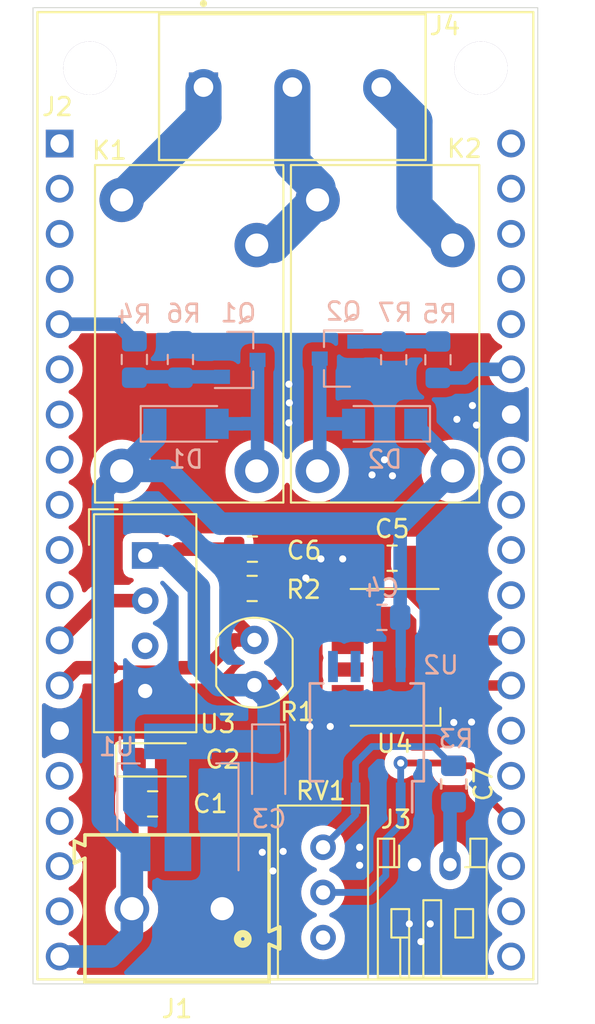
<source format=kicad_pcb>
(kicad_pcb (version 20191123) (host pcbnew "(5.99.0-622-gea218bc72)")

  (general
    (thickness 1.6)
    (drawings 4)
    (tracks 142)
    (modules 29)
    (nets 50)
  )

  (page "A4")
  (layers
    (0 "F.Cu" signal)
    (31 "B.Cu" signal)
    (32 "B.Adhes" user)
    (33 "F.Adhes" user)
    (34 "B.Paste" user)
    (35 "F.Paste" user)
    (36 "B.SilkS" user)
    (37 "F.SilkS" user)
    (38 "B.Mask" user)
    (39 "F.Mask" user)
    (40 "Dwgs.User" user)
    (41 "Cmts.User" user)
    (42 "Eco1.User" user)
    (43 "Eco2.User" user)
    (44 "Edge.Cuts" user)
    (45 "Margin" user)
    (46 "B.CrtYd" user)
    (47 "F.CrtYd" user)
    (48 "B.Fab" user)
    (49 "F.Fab" user)
  )

  (setup
    (stackup
      (layer "F.SilkS" (type "Top Silk Screen"))
      (layer "F.Paste" (type "Top Solder Paste"))
      (layer "F.Mask" (type "Top Solder Mask") (color "Green") (thickness 0.01))
      (layer "F.Cu" (type "copper") (thickness 0.035))
      (layer "dielectric 1" (type "core") (thickness 1.51) (material "FR4") (epsilon_r 4.5) (loss_tangent 0.02))
      (layer "B.Cu" (type "copper") (thickness 0.035))
      (layer "B.Mask" (type "Bottom Solder Mask") (color "Green") (thickness 0.01))
      (layer "B.Paste" (type "Bottom Solder Paste"))
      (layer "B.SilkS" (type "Bottom Silk Screen"))
      (copper_finish "None")
      (dielectric_constraints no)
    )
    (last_trace_width 0.25)
    (user_trace_width 0.254)
    (user_trace_width 0.381)
    (user_trace_width 0.5842)
    (user_trace_width 0.762)
    (user_trace_width 1.27)
    (user_trace_width 2.032)
    (trace_clearance 0.2)
    (zone_clearance 0.508)
    (zone_45_only no)
    (trace_min 0.2)
    (via_size 0.8)
    (via_drill 0.4)
    (via_min_size 0.4)
    (via_min_drill 0.3)
    (user_via 0.381 0.2032)
    (user_via 0.5842 0.254)
    (user_via 0.762 0.381)
    (user_via 0.889 0.5842)
    (uvia_size 0.3)
    (uvia_drill 0.1)
    (uvias_allowed no)
    (uvia_min_size 0.2)
    (uvia_min_drill 0.1)
    (max_error 0.005)
    (defaults
      (edge_clearance 0.01)
      (edge_cuts_line_width 0.05)
      (courtyard_line_width 0.05)
      (copper_line_width 0.2)
      (copper_text_dims (size 1.5 1.5) (thickness 0.3))
      (silk_line_width 0.12)
      (silk_text_dims (size 1 1) (thickness 0.15))
      (other_layers_line_width 0.1)
      (other_layers_text_dims (size 1 1) (thickness 0.15))
      (dimension_units 0)
      (dimension_precision 1)
    )
    (pad_size 1.524 1.524)
    (pad_drill 0.762)
    (pad_to_mask_clearance 0.051)
    (solder_mask_min_width 0.25)
    (aux_axis_origin 0 0)
    (grid_origin 105.15 125.225)
    (visible_elements 7FFFFF7F)
    (pcbplotparams
      (layerselection 0x010fc_ffffffff)
      (usegerberextensions false)
      (usegerberattributes false)
      (usegerberadvancedattributes false)
      (creategerberjobfile false)
      (excludeedgelayer true)
      (linewidth 0.100000)
      (plotframeref false)
      (viasonmask false)
      (mode 1)
      (useauxorigin false)
      (hpglpennumber 1)
      (hpglpenspeed 20)
      (hpglpendiameter 15.000000)
      (psnegative false)
      (psa4output false)
      (plotreference true)
      (plotvalue true)
      (plotinvisibletext false)
      (padsonsilk false)
      (subtractmaskfromsilk false)
      (outputformat 1)
      (mirror false)
      (drillshape 1)
      (scaleselection 1)
      (outputdirectory "")
    )
  )

  (net 0 "")
  (net 1 "+5V")
  (net 2 "GND")
  (net 3 "+3V3")
  (net 4 "/IO14")
  (net 5 "Net-(D1-Pad2)")
  (net 6 "Net-(D2-Pad2)")
  (net 7 "/SCL")
  (net 8 "/IO22")
  (net 9 "/TX0")
  (net 10 "/RX0")
  (net 11 "/SDA")
  (net 12 "/IO19")
  (net 13 "/IO18")
  (net 14 "/IO5")
  (net 15 "/IO17")
  (net 16 "/IO0")
  (net 17 "/IO2")
  (net 18 "/IO15")
  (net 19 "/SDI")
  (net 20 "/SDO")
  (net 21 "/CLK")
  (net 22 "/CMD")
  (net 23 "/SD3")
  (net 24 "/SD2")
  (net 25 "/IO13")
  (net 26 "/IO12")
  (net 27 "/IO27")
  (net 28 "/IO26")
  (net 29 "/IO25")
  (net 30 "/IO33")
  (net 31 "/IO32")
  (net 32 "/IO35")
  (net 33 "/IO34")
  (net 34 "/VN")
  (net 35 "/VP")
  (net 36 "/EN")
  (net 37 "Net-(J2-Pad1)")
  (net 38 "Net-(J4-Pad2)")
  (net 39 "Net-(J4-Pad1)")
  (net 40 "Net-(Q1-Pad1)")
  (net 41 "Net-(Q2-Pad1)")
  (net 42 "Net-(R3-Pad2)")
  (net 43 "Net-(RV1-Pad1)")
  (net 44 "Net-(U3-Pad3)")
  (net 45 "Net-(J3-Pad2)")
  (net 46 "Net-(J4-Pad3)")
  (net 47 "/IO21")
  (net 48 "/IO23")
  (net 49 "Net-(J2-Pad20)")

  (net_class "Default" "This is the default net class."
    (clearance 0.2)
    (trace_width 0.25)
    (via_dia 0.8)
    (via_drill 0.4)
    (uvia_dia 0.3)
    (uvia_drill 0.1)
    (add_net "+3V3")
    (add_net "+5V")
    (add_net "/CLK")
    (add_net "/CMD")
    (add_net "/EN")
    (add_net "/IO0")
    (add_net "/IO12")
    (add_net "/IO13")
    (add_net "/IO14")
    (add_net "/IO15")
    (add_net "/IO17")
    (add_net "/IO18")
    (add_net "/IO19")
    (add_net "/IO2")
    (add_net "/IO21")
    (add_net "/IO22")
    (add_net "/IO23")
    (add_net "/IO25")
    (add_net "/IO26")
    (add_net "/IO27")
    (add_net "/IO32")
    (add_net "/IO33")
    (add_net "/IO34")
    (add_net "/IO35")
    (add_net "/IO5")
    (add_net "/RX0")
    (add_net "/SCL")
    (add_net "/SD2")
    (add_net "/SD3")
    (add_net "/SDA")
    (add_net "/SDI")
    (add_net "/SDO")
    (add_net "/TX0")
    (add_net "/VN")
    (add_net "/VP")
    (add_net "GND")
    (add_net "Net-(D1-Pad2)")
    (add_net "Net-(D2-Pad2)")
    (add_net "Net-(J2-Pad1)")
    (add_net "Net-(J2-Pad20)")
    (add_net "Net-(J3-Pad2)")
    (add_net "Net-(J4-Pad1)")
    (add_net "Net-(J4-Pad2)")
    (add_net "Net-(J4-Pad3)")
    (add_net "Net-(Q1-Pad1)")
    (add_net "Net-(Q2-Pad1)")
    (add_net "Net-(R3-Pad2)")
    (add_net "Net-(RV1-Pad1)")
    (add_net "Net-(U3-Pad3)")
  )

  (module "myConnector:TerminalBlock-3-5.08mm" (layer "F.Cu") (tedit 61641E46) (tstamp 6165A038)
    (at 119.7423 74.7933)
    (path "/616AEF0E")
    (fp_text reference "J4" (at 8.5827 -3.4433) (layer "F.SilkS")
      (effects (font (size 1 1) (thickness 0.15)))
    )
    (fp_text value "Terminal 3pin " (at -0.88 5.715) (layer "F.Fab")
      (effects (font (size 1 1) (thickness 0.15)))
    )
    (fp_line (start -7.5 4.1) (end -7.5 -4.1) (layer "F.Fab") (width 0.127))
    (fp_line (start -7.5 -4.1) (end 7.5 -4.1) (layer "F.Fab") (width 0.127))
    (fp_line (start 7.5 -4.1) (end 7.5 4.1) (layer "F.Fab") (width 0.127))
    (fp_line (start 7.5 4.1) (end -7.5 4.1) (layer "F.Fab") (width 0.127))
    (fp_line (start -7.5 4.1) (end -7.5 -4.1) (layer "F.SilkS") (width 0.127))
    (fp_line (start -7.5 -4.1) (end 7.5 -4.1) (layer "F.SilkS") (width 0.127))
    (fp_line (start 7.5 -4.1) (end 7.5 4.1) (layer "F.SilkS") (width 0.127))
    (fp_line (start 7.5 4.1) (end -7.5 4.1) (layer "F.SilkS") (width 0.127))
    (fp_line (start -7.75 4.35) (end -7.75 -4.35) (layer "F.CrtYd") (width 0.05))
    (fp_line (start -7.75 -4.35) (end 7.75 -4.35) (layer "F.CrtYd") (width 0.05))
    (fp_line (start 7.75 -4.35) (end 7.75 4.35) (layer "F.CrtYd") (width 0.05))
    (fp_line (start 7.75 4.35) (end -7.75 4.35) (layer "F.CrtYd") (width 0.05))
    (fp_circle (center -5 -4.7) (end -4.9 -4.7) (layer "F.SilkS") (width 0.2))
    (fp_circle (center -5 -4.7) (end -4.9 -4.7) (layer "F.Fab") (width 0.2))
    (pad "3" thru_hole circle (at 5 0) (size 1.65 1.65) (drill 1.1) (layers *.Cu *.Mask)
      (net 46 "Net-(J4-Pad3)"))
    (pad "2" thru_hole circle (at 0 0) (size 1.65 1.65) (drill 1.1) (layers *.Cu *.Mask)
      (net 38 "Net-(J4-Pad2)"))
    (pad "1" thru_hole rect (at -5 0) (size 1.65 1.65) (drill 1.1) (layers *.Cu *.Mask)
      (net 39 "Net-(J4-Pad1)"))
    (model "G:/0_kicadLib/footPrint/myConnector.pretty/TerminalBlock-3-5.08mm.step"
      (offset (xyz 0 4 5))
      (scale (xyz 1 1 1))
      (rotate (xyz -90 0 180))
    )
  )

  (module "myRelay:NRP05-AXX" (layer "F.Cu") (tedit 616403FA) (tstamp 616525B8)
    (at 124.962 90.3762)
    (path "/61672D3F")
    (fp_text reference "K2" (at 4.463 -12.1262 unlocked) (layer "F.SilkS")
      (effects (font (size 1 1) (thickness 0.15)))
    )
    (fp_text value "NRP05-A05D" (at -0.59 -12.21 unlocked) (layer "F.Fab")
      (effects (font (size 1 1) (thickness 0.15)))
    )
    (fp_line (start 5.45 7.93) (end -5.46 7.93) (layer "F.CrtYd") (width 0.12))
    (fp_line (start 5.45 -11.33) (end 5.45 7.93) (layer "F.CrtYd") (width 0.12))
    (fp_line (start -5.45 -11.33) (end 5.45 -11.33) (layer "F.CrtYd") (width 0.12))
    (fp_line (start -5.46 7.94) (end -5.45 -11.33) (layer "F.CrtYd") (width 0.12))
    (fp_line (start 5.3 7.78) (end -5.3 7.78) (layer "F.SilkS") (width 0.12))
    (fp_line (start -5.3 7.78) (end -5.3 -11.2) (layer "F.SilkS") (width 0.12))
    (fp_line (start -5.3 -11.2) (end 5.3 -11.2) (layer "F.SilkS") (width 0.12))
    (fp_line (start 5.3 -11.2) (end 5.3 7.78) (layer "F.SilkS") (width 0.12))
    (pad "4" thru_hole circle (at -3.8 -9.24) (size 2.5 2.5) (drill 1.3) (layers *.Cu *.Mask)
      (net 38 "Net-(J4-Pad2)"))
    (pad "3" thru_hole circle (at 3.8 -6.7) (size 2.5 2.5) (drill 1.3) (layers *.Cu *.Mask)
      (net 46 "Net-(J4-Pad3)"))
    (pad "2" thru_hole circle (at 3.8 6) (size 2.5 2.5) (drill 1.3) (layers *.Cu *.Mask)
      (net 1 "+5V"))
    (pad "1" thru_hole circle (at -3.8 6) (size 2.5 2.5) (drill 1.3) (layers *.Cu *.Mask)
      (net 6 "Net-(D2-Pad2)"))
    (model "G:/0_kicadLib/footPrint/myRelay.pretty/User Library-User Library-NRP05-A-12D.step"
      (offset (xyz 0 1.7 0))
      (scale (xyz 1 1 1))
      (rotate (xyz 0 0 0))
    )
  )

  (module "myRelay:NRP05-AXX" (layer "F.Cu") (tedit 616403FA) (tstamp 616525A8)
    (at 113.9384 90.3762)
    (path "/61634237")
    (fp_text reference "K1" (at -4.4884 -12.0262 unlocked) (layer "F.SilkS")
      (effects (font (size 1 1) (thickness 0.15)))
    )
    (fp_text value "NRP05-A05D" (at -0.59 -12.21 unlocked) (layer "F.Fab")
      (effects (font (size 1 1) (thickness 0.15)))
    )
    (fp_line (start 5.45 7.93) (end -5.46 7.93) (layer "F.CrtYd") (width 0.12))
    (fp_line (start 5.45 -11.33) (end 5.45 7.93) (layer "F.CrtYd") (width 0.12))
    (fp_line (start -5.45 -11.33) (end 5.45 -11.33) (layer "F.CrtYd") (width 0.12))
    (fp_line (start -5.46 7.94) (end -5.45 -11.33) (layer "F.CrtYd") (width 0.12))
    (fp_line (start 5.3 7.78) (end -5.3 7.78) (layer "F.SilkS") (width 0.12))
    (fp_line (start -5.3 7.78) (end -5.3 -11.2) (layer "F.SilkS") (width 0.12))
    (fp_line (start -5.3 -11.2) (end 5.3 -11.2) (layer "F.SilkS") (width 0.12))
    (fp_line (start 5.3 -11.2) (end 5.3 7.78) (layer "F.SilkS") (width 0.12))
    (pad "4" thru_hole circle (at -3.8 -9.24) (size 2.5 2.5) (drill 1.3) (layers *.Cu *.Mask)
      (net 39 "Net-(J4-Pad1)"))
    (pad "3" thru_hole circle (at 3.8 -6.7) (size 2.5 2.5) (drill 1.3) (layers *.Cu *.Mask)
      (net 38 "Net-(J4-Pad2)"))
    (pad "2" thru_hole circle (at 3.8 6) (size 2.5 2.5) (drill 1.3) (layers *.Cu *.Mask)
      (net 5 "Net-(D1-Pad2)"))
    (pad "1" thru_hole circle (at -3.8 6) (size 2.5 2.5) (drill 1.3) (layers *.Cu *.Mask)
      (net 1 "+5V"))
    (model "G:/0_kicadLib/footPrint/myRelay.pretty/User Library-User Library-NRP05-A-12D.step"
      (offset (xyz 0 1.7 0))
      (scale (xyz 1 1 1))
      (rotate (xyz 0 0 0))
    )
  )

  (module "myModule:SHT1x" (layer "F.Cu") (tedit 616405DF) (tstamp 6165156E)
    (at 125.4954 106.9116 180)
    (descr "SHT1x")
    (tags "SHT1x")
    (path "/6162D436")
    (attr smd)
    (fp_text reference "U4" (at 0 -4.8) (layer "F.SilkS")
      (effects (font (size 1 1) (thickness 0.15)))
    )
    (fp_text value "SHT1x" (at 0 4.8) (layer "F.Fab")
      (effects (font (size 1 1) (thickness 0.15)))
    )
    (fp_line (start 3.21 3.8) (end 3.54 3.14) (layer "Dwgs.User") (width 0.05))
    (fp_line (start 2.46 3.8) (end 3.208 2.305) (layer "Dwgs.User") (width 0.05))
    (fp_line (start 1.71 3.8) (end 2.458 2.305) (layer "Dwgs.User") (width 0.05))
    (fp_line (start 0.96 3.8) (end 1.74 2.24) (layer "Dwgs.User") (width 0.05))
    (fp_line (start 3.263 -2.305) (end 3.54 -2.86) (layer "Dwgs.User") (width 0.05))
    (fp_line (start 0.21 3.8) (end 1.74 0.74) (layer "Dwgs.User") (width 0.05))
    (fp_line (start 2.513 -2.305) (end 3.21 -3.7) (layer "Dwgs.User") (width 0.05))
    (fp_line (start -0.54 3.8) (end 1.74 -0.76) (layer "Dwgs.User") (width 0.05))
    (fp_line (start 1.763 -2.305) (end 2.46 -3.7) (layer "Dwgs.User") (width 0.05))
    (fp_line (start -1.29 3.8) (end 1.74 -2.26) (layer "Dwgs.User") (width 0.05))
    (fp_line (start -2.04 3.8) (end 1.71 -3.7) (layer "Dwgs.User") (width 0.05))
    (fp_line (start -1.74 1.7) (end 0.96 -3.7) (layer "Dwgs.User") (width 0.05))
    (fp_line (start -2.79 3.8) (end -2.042 2.305) (layer "Dwgs.User") (width 0.05))
    (fp_line (start -1.74 0.2) (end 0.21 -3.7) (layer "Dwgs.User") (width 0.05))
    (fp_line (start -3.54 3.8) (end -2.792 2.305) (layer "Dwgs.User") (width 0.05))
    (fp_line (start -1.74 -1.3) (end -0.54 -3.7) (layer "Dwgs.User") (width 0.05))
    (fp_line (start -1.987 -2.305) (end -1.29 -3.7) (layer "Dwgs.User") (width 0.05))
    (fp_line (start -2.737 -2.305) (end -2.04 -3.7) (layer "Dwgs.User") (width 0.05))
    (fp_line (start -3.487 -2.305) (end -2.79 -3.7) (layer "Dwgs.User") (width 0.05))
    (fp_line (start -3.79 4.04) (end -3.79 -3.94) (layer "F.CrtYd") (width 0.05))
    (fp_line (start 3.79 4.04) (end -3.79 4.04) (layer "F.CrtYd") (width 0.05))
    (fp_line (start 3.79 -3.94) (end 3.79 4.04) (layer "F.CrtYd") (width 0.05))
    (fp_line (start -3.79 -3.94) (end 3.79 -3.94) (layer "F.CrtYd") (width 0.05))
    (fp_line (start -3.54 -2.305) (end -3.54 -3.7) (layer "Dwgs.User") (width 0.05))
    (fp_line (start -1.74 -2.305) (end -3.54 -2.305) (layer "Dwgs.User") (width 0.05))
    (fp_line (start -1.74 2.305) (end -1.74 -2.305) (layer "Dwgs.User") (width 0.05))
    (fp_line (start -3.54 2.305) (end -1.74 2.305) (layer "Dwgs.User") (width 0.05))
    (fp_line (start -3.54 3.8) (end -3.54 2.305) (layer "Dwgs.User") (width 0.05))
    (fp_line (start 3.54 3.8) (end -3.54 3.8) (layer "Dwgs.User") (width 0.05))
    (fp_line (start 3.54 2.305) (end 3.54 3.8) (layer "Dwgs.User") (width 0.05))
    (fp_line (start 1.74 2.305) (end 3.54 2.305) (layer "Dwgs.User") (width 0.05))
    (fp_line (start 1.74 -2.305) (end 1.74 2.305) (layer "Dwgs.User") (width 0.05))
    (fp_line (start 3.54 -2.305) (end 1.74 -2.305) (layer "Dwgs.User") (width 0.05))
    (fp_line (start 3.54 -3.7) (end 3.54 -2.305) (layer "Dwgs.User") (width 0.05))
    (fp_line (start -3.54 -3.7) (end 3.54 -3.7) (layer "Dwgs.User") (width 0.05))
    (fp_line (start -2.47 3.895) (end 2.47 3.895) (layer "F.SilkS") (width 0.12))
    (fp_line (start -2.58 -3.795) (end 2.47 -3.795) (layer "F.SilkS") (width 0.12))
    (fp_line (start -2.58 -2.795) (end -2.58 -3.795) (layer "F.SilkS") (width 0.12))
    (fp_line (start -2.47 -2.985) (end -1.77 -3.685) (layer "F.Fab") (width 0.1))
    (fp_line (start -2.47 3.785) (end -2.47 -2.985) (layer "F.Fab") (width 0.1))
    (fp_line (start 2.47 3.785) (end -2.47 3.785) (layer "F.Fab") (width 0.1))
    (fp_line (start 2.47 -3.685) (end 2.47 3.785) (layer "F.Fab") (width 0.1))
    (fp_line (start -1.77 -3.685) (end 2.47 -3.685) (layer "F.Fab") (width 0.1))
    (fp_text user "No copper" (at 0.5 0 90) (layer "Cmts.User")
      (effects (font (size 0.5 0.5) (thickness 0.08)))
    )
    (fp_text user "Keepout;" (at -0.5 0 90) (layer "Cmts.User")
      (effects (font (size 0.5 0.5) (thickness 0.08)))
    )
    (fp_text user "%R" (at 0 0) (layer "F.Fab")
      (effects (font (size 1 1) (thickness 0.15)))
    )
    (pad "8" smd rect (at 2.64 -1.905 180) (size 1.8 0.8) (layers "F.Cu" "F.Paste" "F.Mask"))
    (pad "7" smd rect (at 2.64 -0.635 180) (size 1.8 0.8) (layers "F.Cu" "F.Paste" "F.Mask"))
    (pad "6" smd rect (at 2.64 0.635 180) (size 1.8 0.8) (layers "F.Cu" "F.Paste" "F.Mask"))
    (pad "5" smd rect (at 2.64 1.905 180) (size 1.8 0.8) (layers "F.Cu" "F.Paste" "F.Mask"))
    (pad "4" smd rect (at -2.64 1.905 180) (size 1.8 0.8) (layers "F.Cu" "F.Paste" "F.Mask")
      (net 3 "+3V3"))
    (pad "3" smd rect (at -2.64 0.635 180) (size 1.8 0.8) (layers "F.Cu" "F.Paste" "F.Mask")
      (net 7 "/SCL"))
    (pad "2" smd rect (at -2.64 -0.635 180) (size 1.8 0.8) (layers "F.Cu" "F.Paste" "F.Mask")
      (net 11 "/SDA"))
    (pad "1" smd rect (at -2.64 -1.905 180) (size 1.8 0.8) (layers "F.Cu" "F.Paste" "F.Mask")
      (net 2 "GND"))
    (model "${KISYS3DMOD}/Sensor_Temperature.3dshapes/SHT1x.wrl"
      (at (xyz 0 0 0))
      (scale (xyz 1 1 1))
      (rotate (xyz 0 0 0))
    )
    (model "G:/0_kicadLib/footPrint/myModule.pretty/User Library-SHT1x.step"
      (offset (xyz -2.5 -3.8 0))
      (scale (xyz 1 1 1))
      (rotate (xyz -90 0 0))
    )
  )

  (module "OptoDevice:R_LDR_4.9x4.2mm_P2.54mm_Vertical" (layer "F.Cu") (tedit 5B8603A6) (tstamp 6164E057)
    (at 117.6087 108.4229 90)
    (descr "Resistor, LDR 4.9x4.2mm")
    (tags "Resistor LDR4.9x4.2")
    (path "/6162DBFF")
    (fp_text reference "R1" (at -1.5021 2.4163 180) (layer "F.SilkS")
      (effects (font (size 1 1) (thickness 0.15)))
    )
    (fp_text value "MLG5516" (at 1.17 3.1 90) (layer "F.Fab")
      (effects (font (size 1 1) (thickness 0.15)))
    )
    (fp_text user "%R" (at 1.27 -2.9 90) (layer "F.Fab")
      (effects (font (size 1 1) (thickness 0.15)))
    )
    (fp_line (start -0.05 2.15) (end 2.6 2.15) (layer "F.SilkS") (width 0.12))
    (fp_line (start -0.05 -2.15) (end 2.6 -2.15) (layer "F.SilkS") (width 0.12))
    (fp_line (start 0.87 -1.2) (end 2.17 -1.2) (layer "F.Fab") (width 0.1))
    (fp_line (start 1.67 -0.6) (end 0.87 -0.6) (layer "F.Fab") (width 0.1))
    (fp_line (start 0.87 0) (end 1.67 0) (layer "F.Fab") (width 0.1))
    (fp_line (start 1.67 0.6) (end 0.87 0.6) (layer "F.Fab") (width 0.1))
    (fp_line (start 0.37 1.2) (end 1.67 1.2) (layer "F.Fab") (width 0.1))
    (fp_line (start 0.37 -1.8) (end 2.17 -1.8) (layer "F.Fab") (width 0.1))
    (fp_line (start 2.17 -1.8) (end 2.17 -1.2) (layer "F.Fab") (width 0.1))
    (fp_line (start 0.87 -1.2) (end 0.87 -0.6) (layer "F.Fab") (width 0.1))
    (fp_line (start 1.67 -0.6) (end 1.67 0) (layer "F.Fab") (width 0.1))
    (fp_line (start 0.87 0) (end 0.87 0.6) (layer "F.Fab") (width 0.1))
    (fp_line (start 1.67 0.6) (end 1.67 1.2) (layer "F.Fab") (width 0.1))
    (fp_line (start 0.37 1.2) (end 0.37 1.8) (layer "F.Fab") (width 0.1))
    (fp_line (start 0.37 1.8) (end 2.17 1.8) (layer "F.Fab") (width 0.1))
    (fp_line (start 2.57 2.1) (end -0.03 2.1) (layer "F.Fab") (width 0.1))
    (fp_line (start -0.03 -2.1) (end 2.57 -2.1) (layer "F.Fab") (width 0.1))
    (fp_line (start -1.45 -2.35) (end 3.99 -2.35) (layer "F.CrtYd") (width 0.05))
    (fp_line (start -1.45 -2.35) (end -1.45 2.35) (layer "F.CrtYd") (width 0.05))
    (fp_line (start 3.99 2.35) (end 3.99 -2.35) (layer "F.CrtYd") (width 0.05))
    (fp_line (start 3.99 2.35) (end -1.45 2.35) (layer "F.CrtYd") (width 0.05))
    (fp_arc (start 1.25 0) (end -0.05 2.15) (angle 117) (layer "F.SilkS") (width 0.12))
    (fp_arc (start 1.25 0) (end 2.6 -2.15) (angle 115) (layer "F.SilkS") (width 0.12))
    (fp_arc (start 1.27 0) (end 2.57 -2.1) (angle 115) (layer "F.Fab") (width 0.1))
    (fp_arc (start 1.27 0) (end -0.03 2.1) (angle 115) (layer "F.Fab") (width 0.1))
    (pad "2" thru_hole circle (at 2.54 0 90) (size 1.6 1.6) (drill 0.8) (layers *.Cu *.Mask)
      (net 26 "/IO12"))
    (pad "1" thru_hole circle (at 0 0 90) (size 1.6 1.6) (drill 0.8) (layers *.Cu *.Mask)
      (net 3 "+3V3"))
    (model "${KISYS3DMOD}/OptoDevice.3dshapes/R_LDR_4.9x4.2mm_P2.54mm_Vertical.wrl"
      (at (xyz 0 0 0))
      (scale (xyz 1 1 1))
      (rotate (xyz 0 0 0))
    )
  )

  (module "myConnector:TerminalBlock-2-5.08mm" (layer "F.Cu") (tedit 61640A0A) (tstamp 6164C731)
    (at 113.2526 120.9959 180)
    (descr "<b>WR-TBL Serie 2135 - 5.08 mm Horizontal Entry Modular w. Rising Cage Clamp<br></b>Max Height =10mm , Pitch 5.08mm , 2 Pins")
    (path "/61752D69")
    (fp_text reference "J1" (at 0 -5.635) (layer "F.SilkS")
      (effects (font (size 1 1) (thickness 0.15)))
    )
    (fp_text value "Phonix-Green2" (at 4.12 5.365) (layer "F.Fab")
      (effects (font (size 1 1) (thickness 0.15)))
    )
    (fp_line (start 5.21 4.18) (end -5.19 4.18) (layer "F.CrtYd") (width 0.12))
    (fp_line (start 5.21 -4.16) (end 5.21 4.18) (layer "F.CrtYd") (width 0.12))
    (fp_line (start -5.2 -4.16) (end 5.21 -4.16) (layer "F.CrtYd") (width 0.12))
    (fp_line (start -5.2 4.14) (end -5.2 -4.16) (layer "F.CrtYd") (width 0.12))
    (fp_circle (center -3.7 -1.7) (end -3.6 -1.7) (layer "F.SilkS") (width 0.4))
    (fp_line (start -5.18 -2) (end -5.18 -4.15) (layer "F.SilkS") (width 0.2))
    (fp_line (start -5.78 -2.26) (end -5.18 -2) (layer "F.SilkS") (width 0.2))
    (fp_line (start -5.78 -1.03) (end -5.78 -2.26) (layer "F.SilkS") (width 0.2))
    (fp_line (start -5.18 -1.29) (end -5.78 -1.03) (layer "F.SilkS") (width 0.2))
    (fp_line (start -5.18 4.15) (end -5.18 -1.29) (layer "F.SilkS") (width 0.2))
    (fp_line (start 5.18 4.15) (end -5.18 4.15) (layer "F.SilkS") (width 0.2))
    (fp_line (start 5.18 3.55) (end 5.18 4.15) (layer "F.SilkS") (width 0.2))
    (fp_line (start 5.78 3.81) (end 5.18 3.55) (layer "F.SilkS") (width 0.2))
    (fp_line (start 5.78 2.56) (end 5.78 3.81) (layer "F.SilkS") (width 0.2))
    (fp_line (start 5.18 2.84) (end 5.78 2.56) (layer "F.SilkS") (width 0.2))
    (fp_line (start 5.18 -4.15) (end 5.18 2.84) (layer "F.SilkS") (width 0.2))
    (fp_line (start -5.18 -4.15) (end 5.18 -4.15) (layer "F.SilkS") (width 0.2))
    (fp_line (start 5.08 3.45) (end 5.68 3.71) (layer "F.Fab") (width 0.1))
    (fp_line (start 5.08 2.94) (end 5.68 2.68) (layer "F.Fab") (width 0.1))
    (fp_line (start -5.68 -1.13) (end -5.08 -1.39) (layer "F.Fab") (width 0.1))
    (fp_line (start -5.08 -1.9) (end -5.68 -2.16) (layer "F.Fab") (width 0.1))
    (fp_line (start 5.68 2.68) (end 5.68 3.71) (layer "F.Fab") (width 0.1))
    (fp_line (start -5.68 -2.16) (end -5.68 -1.13) (layer "F.Fab") (width 0.1))
    (fp_line (start 5.08 3.45) (end 5.08 4.05) (layer "F.Fab") (width 0.1))
    (fp_line (start 5.08 -4.05) (end 5.08 2.94) (layer "F.Fab") (width 0.1))
    (fp_line (start -5.08 -1.39) (end -5.08 4.05) (layer "F.Fab") (width 0.1))
    (fp_line (start -5.08 -4.05) (end -5.08 -1.9) (layer "F.Fab") (width 0.1))
    (fp_line (start -5.08 -4.05) (end 5.08 -4.05) (layer "F.Fab") (width 0.1))
    (fp_line (start -5.08 4.05) (end 5.08 4.05) (layer "F.Fab") (width 0.1))
    (pad "2" thru_hole circle (at 2.54 0 180) (size 1.95 1.95) (drill 1.3) (layers *.Cu *.Mask)
      (net 1 "+5V"))
    (pad "1" thru_hole circle (at -2.54 0 180) (size 1.95 1.95) (drill 1.3) (layers *.Cu *.Mask)
      (net 2 "GND"))
    (model "G:/0_kicadLib/footPrint/myConnector.pretty/TerminalBlock-2-5.08mm.step"
      (offset (xyz 5 4 0))
      (scale (xyz 1 1 1))
      (rotate (xyz 0 0 -90))
    )
  )

  (module "Connector_JST:JST_PH_S2B-PH-K_1x02_P2.00mm_Horizontal" (layer "F.Cu") (tedit 5B7745C6) (tstamp 61655321)
    (at 126.613 118.5194)
    (descr "JST PH series connector, S2B-PH-K (http://www.jst-mfg.com/product/pdf/eng/ePH.pdf), generated with kicad-footprint-generator")
    (tags "connector JST PH top entry")
    (path "/616A4DFA")
    (fp_text reference "J3" (at -1.038 -2.5444) (layer "F.SilkS")
      (effects (font (size 1 1) (thickness 0.15)))
    )
    (fp_text value "XH-2Pin-100mil-Right" (at 1 7.45) (layer "F.Fab")
      (effects (font (size 1 1) (thickness 0.15)))
    )
    (fp_text user "%R" (at 1 2.5) (layer "F.Fab")
      (effects (font (size 1 1) (thickness 0.15)))
    )
    (fp_line (start 0.5 1.375) (end 0 0.875) (layer "F.Fab") (width 0.1))
    (fp_line (start -0.5 1.375) (end 0.5 1.375) (layer "F.Fab") (width 0.1))
    (fp_line (start 0 0.875) (end -0.5 1.375) (layer "F.Fab") (width 0.1))
    (fp_line (start -0.86 0.14) (end -0.86 -1.075) (layer "F.SilkS") (width 0.12))
    (fp_line (start 3.25 0.25) (end -1.25 0.25) (layer "F.Fab") (width 0.1))
    (fp_line (start 3.25 -1.35) (end 3.25 0.25) (layer "F.Fab") (width 0.1))
    (fp_line (start 3.95 -1.35) (end 3.25 -1.35) (layer "F.Fab") (width 0.1))
    (fp_line (start 3.95 6.25) (end 3.95 -1.35) (layer "F.Fab") (width 0.1))
    (fp_line (start -1.95 6.25) (end 3.95 6.25) (layer "F.Fab") (width 0.1))
    (fp_line (start -1.95 -1.35) (end -1.95 6.25) (layer "F.Fab") (width 0.1))
    (fp_line (start -1.25 -1.35) (end -1.95 -1.35) (layer "F.Fab") (width 0.1))
    (fp_line (start -1.25 0.25) (end -1.25 -1.35) (layer "F.Fab") (width 0.1))
    (fp_line (start 4.45 -1.85) (end -2.45 -1.85) (layer "F.CrtYd") (width 0.05))
    (fp_line (start 4.45 6.75) (end 4.45 -1.85) (layer "F.CrtYd") (width 0.05))
    (fp_line (start -2.45 6.75) (end 4.45 6.75) (layer "F.CrtYd") (width 0.05))
    (fp_line (start -2.45 -1.85) (end -2.45 6.75) (layer "F.CrtYd") (width 0.05))
    (fp_line (start -0.8 4.1) (end -0.8 6.36) (layer "F.SilkS") (width 0.12))
    (fp_line (start -0.3 4.1) (end -0.3 6.36) (layer "F.SilkS") (width 0.12))
    (fp_line (start 2.3 2.5) (end 3.3 2.5) (layer "F.SilkS") (width 0.12))
    (fp_line (start 2.3 4.1) (end 2.3 2.5) (layer "F.SilkS") (width 0.12))
    (fp_line (start 3.3 4.1) (end 2.3 4.1) (layer "F.SilkS") (width 0.12))
    (fp_line (start 3.3 2.5) (end 3.3 4.1) (layer "F.SilkS") (width 0.12))
    (fp_line (start -0.3 2.5) (end -1.3 2.5) (layer "F.SilkS") (width 0.12))
    (fp_line (start -0.3 4.1) (end -0.3 2.5) (layer "F.SilkS") (width 0.12))
    (fp_line (start -1.3 4.1) (end -0.3 4.1) (layer "F.SilkS") (width 0.12))
    (fp_line (start -1.3 2.5) (end -1.3 4.1) (layer "F.SilkS") (width 0.12))
    (fp_line (start 4.06 0.14) (end 3.14 0.14) (layer "F.SilkS") (width 0.12))
    (fp_line (start -2.06 0.14) (end -1.14 0.14) (layer "F.SilkS") (width 0.12))
    (fp_line (start 1.5 2) (end 1.5 6.36) (layer "F.SilkS") (width 0.12))
    (fp_line (start 0.5 2) (end 1.5 2) (layer "F.SilkS") (width 0.12))
    (fp_line (start 0.5 6.36) (end 0.5 2) (layer "F.SilkS") (width 0.12))
    (fp_line (start 3.14 0.14) (end 2.86 0.14) (layer "F.SilkS") (width 0.12))
    (fp_line (start 3.14 -1.46) (end 3.14 0.14) (layer "F.SilkS") (width 0.12))
    (fp_line (start 4.06 -1.46) (end 3.14 -1.46) (layer "F.SilkS") (width 0.12))
    (fp_line (start 4.06 6.36) (end 4.06 -1.46) (layer "F.SilkS") (width 0.12))
    (fp_line (start -2.06 6.36) (end 4.06 6.36) (layer "F.SilkS") (width 0.12))
    (fp_line (start -2.06 -1.46) (end -2.06 6.36) (layer "F.SilkS") (width 0.12))
    (fp_line (start -1.14 -1.46) (end -2.06 -1.46) (layer "F.SilkS") (width 0.12))
    (fp_line (start -1.14 0.14) (end -1.14 -1.46) (layer "F.SilkS") (width 0.12))
    (fp_line (start -0.86 0.14) (end -1.14 0.14) (layer "F.SilkS") (width 0.12))
    (pad "2" thru_hole oval (at 2 0) (size 1.2 1.75) (drill 0.75) (layers *.Cu *.Mask)
      (net 45 "Net-(J3-Pad2)"))
    (pad "1" thru_hole roundrect (at 0 0) (size 1.2 1.75) (drill 0.75) (layers *.Cu *.Mask) (roundrect_rratio 0.208333)
      (net 2 "GND"))
    (model "${KISYS3DMOD}/Connector_JST.3dshapes/JST_PH_S2B-PH-K_1x02_P2.00mm_Horizontal.wrl"
      (at (xyz 0 0 0))
      (scale (xyz 1 1 1))
      (rotate (xyz 0 0 0))
    )
  )

  (module "myModule:MODULE_ESP32-DEVKITC-32D" (layer "F.Cu") (tedit 6163FF2A) (tstamp 6164482E)
    (at 119.35 97.725)
    (path "/6176DDDA")
    (fp_text reference "J2" (at -12.825 -21.825) (layer "F.SilkS")
      (effects (font (size 1.000386 1.000386) (thickness 0.15)))
    )
    (fp_text value "HDR-40PIN-100mil" (at 1.24136 28.294535) (layer "F.Fab")
      (effects (font (size 1.001047 1.001047) (thickness 0.15)))
    )
    (fp_circle (center -14.6 -19.9) (end -14.46 -19.9) (layer "F.Fab") (width 0.28))
    (fp_circle (center -14.6 -19.9) (end -14.46 -19.9) (layer "F.Fab") (width 0.28))
    (fp_line (start -14.2 27.5) (end -14.2 -27.4) (layer "F.CrtYd") (width 0.05))
    (fp_line (start 14.2 27.5) (end -14.2 27.5) (layer "F.CrtYd") (width 0.05))
    (fp_line (start 14.2 -27.4) (end 14.2 27.5) (layer "F.CrtYd") (width 0.05))
    (fp_line (start -14.2 -27.4) (end 14.2 -27.4) (layer "F.CrtYd") (width 0.05))
    (fp_line (start 13.95 27.25) (end -13.95 27.25) (layer "F.SilkS") (width 0.127))
    (fp_line (start 13.95 -27.15) (end 13.95 27.25) (layer "F.SilkS") (width 0.127))
    (fp_line (start -13.95 -27.15) (end 13.95 -27.15) (layer "F.SilkS") (width 0.127))
    (fp_line (start -13.95 27.25) (end -13.95 -27.15) (layer "F.SilkS") (width 0.127))
    (fp_line (start -13.95 27.25) (end -13.95 -27.15) (layer "F.Fab") (width 0.127))
    (fp_line (start 13.95 27.25) (end -13.95 27.25) (layer "F.Fab") (width 0.127))
    (fp_line (start 13.95 -27.15) (end 13.95 27.25) (layer "F.Fab") (width 0.127))
    (fp_line (start -13.95 -27.15) (end 13.95 -27.15) (layer "F.Fab") (width 0.127))
    (pad "" thru_hole circle (at -11 -24) (size 3 3) (drill 3) (layers *.Cu *.Mask))
    (pad "" thru_hole circle (at 11 -24) (size 3 3) (drill 3) (layers *.Cu *.Mask))
    (pad "38" thru_hole circle (at 12.7 25.96) (size 1.56 1.56) (drill 1.04) (layers *.Cu *.Mask)
      (net 21 "/CLK"))
    (pad "37" thru_hole circle (at 12.7 23.42) (size 1.56 1.56) (drill 1.04) (layers *.Cu *.Mask)
      (net 20 "/SDO"))
    (pad "36" thru_hole circle (at 12.7 20.88) (size 1.56 1.56) (drill 1.04) (layers *.Cu *.Mask)
      (net 19 "/SDI"))
    (pad "35" thru_hole circle (at 12.7 18.34) (size 1.56 1.56) (drill 1.04) (layers *.Cu *.Mask)
      (net 18 "/IO15"))
    (pad "34" thru_hole circle (at 12.7 15.8) (size 1.56 1.56) (drill 1.04) (layers *.Cu *.Mask)
      (net 17 "/IO2"))
    (pad "33" thru_hole circle (at 12.7 13.26) (size 1.56 1.56) (drill 1.04) (layers *.Cu *.Mask)
      (net 16 "/IO0"))
    (pad "32" thru_hole circle (at 12.7 10.72) (size 1.56 1.56) (drill 1.04) (layers *.Cu *.Mask)
      (net 11 "/SDA"))
    (pad "31" thru_hole circle (at 12.7 8.18) (size 1.56 1.56) (drill 1.04) (layers *.Cu *.Mask)
      (net 7 "/SCL"))
    (pad "30" thru_hole circle (at 12.7 5.64) (size 1.56 1.56) (drill 1.04) (layers *.Cu *.Mask)
      (net 15 "/IO17"))
    (pad "29" thru_hole circle (at 12.7 3.1) (size 1.56 1.56) (drill 1.04) (layers *.Cu *.Mask)
      (net 14 "/IO5"))
    (pad "28" thru_hole circle (at 12.7 0.56) (size 1.56 1.56) (drill 1.04) (layers *.Cu *.Mask)
      (net 13 "/IO18"))
    (pad "27" thru_hole circle (at 12.7 -1.98) (size 1.56 1.56) (drill 1.04) (layers *.Cu *.Mask)
      (net 12 "/IO19"))
    (pad "26" thru_hole circle (at 12.7 -4.52) (size 1.56 1.56) (drill 1.04) (layers *.Cu *.Mask)
      (net 2 "GND"))
    (pad "25" thru_hole circle (at 12.7 -7.06) (size 1.56 1.56) (drill 1.04) (layers *.Cu *.Mask)
      (net 47 "/IO21"))
    (pad "24" thru_hole circle (at 12.7 -9.6) (size 1.56 1.56) (drill 1.04) (layers *.Cu *.Mask)
      (net 10 "/RX0"))
    (pad "23" thru_hole circle (at 12.7 -12.14) (size 1.56 1.56) (drill 1.04) (layers *.Cu *.Mask)
      (net 9 "/TX0"))
    (pad "22" thru_hole circle (at 12.7 -14.68) (size 1.56 1.56) (drill 1.04) (layers *.Cu *.Mask)
      (net 8 "/IO22"))
    (pad "21" thru_hole circle (at 12.7 -17.22) (size 1.56 1.56) (drill 1.04) (layers *.Cu *.Mask)
      (net 48 "/IO23"))
    (pad "20" thru_hole circle (at 12.7 -19.76) (size 1.56 1.56) (drill 1.04) (layers *.Cu *.Mask)
      (net 49 "Net-(J2-Pad20)"))
    (pad "18" thru_hole circle (at -12.7 23.42) (size 1.56 1.56) (drill 1.04) (layers *.Cu *.Mask)
      (net 22 "/CMD"))
    (pad "17" thru_hole circle (at -12.7 20.88) (size 1.56 1.56) (drill 1.04) (layers *.Cu *.Mask)
      (net 23 "/SD3"))
    (pad "16" thru_hole circle (at -12.7 18.34) (size 1.56 1.56) (drill 1.04) (layers *.Cu *.Mask)
      (net 24 "/SD2"))
    (pad "15" thru_hole circle (at -12.7 15.8) (size 1.56 1.56) (drill 1.04) (layers *.Cu *.Mask)
      (net 25 "/IO13"))
    (pad "14" thru_hole circle (at -12.7 13.26) (size 1.56 1.56) (drill 1.04) (layers *.Cu *.Mask)
      (net 2 "GND"))
    (pad "13" thru_hole circle (at -12.7 10.72) (size 1.56 1.56) (drill 1.04) (layers *.Cu *.Mask)
      (net 26 "/IO12"))
    (pad "12" thru_hole circle (at -12.7 8.18) (size 1.56 1.56) (drill 1.04) (layers *.Cu *.Mask)
      (net 4 "/IO14"))
    (pad "11" thru_hole circle (at -12.7 5.64) (size 1.56 1.56) (drill 1.04) (layers *.Cu *.Mask)
      (net 27 "/IO27"))
    (pad "10" thru_hole circle (at -12.7 3.1) (size 1.56 1.56) (drill 1.04) (layers *.Cu *.Mask)
      (net 28 "/IO26"))
    (pad "9" thru_hole circle (at -12.7 0.56) (size 1.56 1.56) (drill 1.04) (layers *.Cu *.Mask)
      (net 29 "/IO25"))
    (pad "8" thru_hole circle (at -12.7 -1.98) (size 1.56 1.56) (drill 1.04) (layers *.Cu *.Mask)
      (net 30 "/IO33"))
    (pad "7" thru_hole circle (at -12.7 -4.52) (size 1.56 1.56) (drill 1.04) (layers *.Cu *.Mask)
      (net 31 "/IO32"))
    (pad "6" thru_hole circle (at -12.7 -7.06) (size 1.56 1.56) (drill 1.04) (layers *.Cu *.Mask)
      (net 32 "/IO35"))
    (pad "5" thru_hole circle (at -12.7 -9.6) (size 1.56 1.56) (drill 1.04) (layers *.Cu *.Mask)
      (net 33 "/IO34"))
    (pad "4" thru_hole circle (at -12.7 -12.14) (size 1.56 1.56) (drill 1.04) (layers *.Cu *.Mask)
      (net 34 "/VN"))
    (pad "3" thru_hole circle (at -12.7 -14.68) (size 1.56 1.56) (drill 1.04) (layers *.Cu *.Mask)
      (net 35 "/VP"))
    (pad "19" thru_hole circle (at -12.7 25.96) (size 1.56 1.56) (drill 1.04) (layers *.Cu *.Mask)
      (net 1 "+5V"))
    (pad "2" thru_hole circle (at -12.7 -17.22) (size 1.56 1.56) (drill 1.04) (layers *.Cu *.Mask)
      (net 36 "/EN"))
    (pad "1" thru_hole rect (at -12.7 -19.76) (size 1.56 1.56) (drill 1.04) (layers *.Cu *.Mask)
      (net 37 "Net-(J2-Pad1)"))
    (model "G:/0_kicadLib/footPrint/myModule.pretty/ESP32-DEVKITC-32D.step"
      (offset (xyz 0 -3 -8))
      (scale (xyz 1 1 1))
      (rotate (xyz -90 0 0))
    )
  )

  (module "Sensor:Aosong_DHT11_5.5x12.0_P2.54mm" (layer "F.Cu") (tedit 5C4B60CF) (tstamp 6164B087)
    (at 111.4619 101.1331)
    (descr "Temperature and humidity module, http://akizukidenshi.com/download/ds/aosong/DHT11.pdf")
    (tags "Temperature and humidity module")
    (path "/6162C29A")
    (fp_text reference "U3" (at 4.0881 9.4669) (layer "F.SilkS")
      (effects (font (size 1 1) (thickness 0.15)))
    )
    (fp_text value "DHT11" (at 0 11.3) (layer "F.Fab")
      (effects (font (size 1 1) (thickness 0.15)))
    )
    (fp_line (start -1.75 -2.19) (end 2.75 -2.19) (layer "F.Fab") (width 0.1))
    (fp_line (start 2.75 -2.19) (end 2.75 9.81) (layer "F.Fab") (width 0.1))
    (fp_line (start 2.75 9.81) (end -2.75 9.81) (layer "F.Fab") (width 0.1))
    (fp_line (start -2.75 -1.19) (end -2.75 9.81) (layer "F.Fab") (width 0.1))
    (fp_line (start -2.87 -2.32) (end 2.87 -2.32) (layer "F.SilkS") (width 0.12))
    (fp_line (start 2.88 -2.32) (end 2.88 9.94) (layer "F.SilkS") (width 0.12))
    (fp_line (start 2.88 9.94) (end -2.88 9.94) (layer "F.SilkS") (width 0.12))
    (fp_line (start -2.88 9.94) (end -2.88 -2.31) (layer "F.SilkS") (width 0.12))
    (fp_text user "%R" (at 0 3.81) (layer "F.Fab")
      (effects (font (size 1 1) (thickness 0.15)))
    )
    (fp_line (start -3 -2.44) (end 3 -2.44) (layer "F.CrtYd") (width 0.05))
    (fp_line (start 3 -2.44) (end 3 10.06) (layer "F.CrtYd") (width 0.05))
    (fp_line (start 3 10.06) (end -3 10.06) (layer "F.CrtYd") (width 0.05))
    (fp_line (start -3 10.06) (end -3 -2.44) (layer "F.CrtYd") (width 0.05))
    (fp_line (start -2.75 -1.19) (end -1.75 -2.19) (layer "F.Fab") (width 0.1))
    (fp_line (start -3.16 -2.6) (end -3.16 -0.6) (layer "F.SilkS") (width 0.12))
    (fp_line (start -3.16 -2.6) (end -1.55 -2.6) (layer "F.SilkS") (width 0.12))
    (pad "4" thru_hole circle (at 0 7.62) (size 1.5 1.5) (drill 0.8) (layers *.Cu *.Mask)
      (net 2 "GND"))
    (pad "3" thru_hole circle (at 0 5.08) (size 1.5 1.5) (drill 0.8) (layers *.Cu *.Mask)
      (net 44 "Net-(U3-Pad3)"))
    (pad "2" thru_hole circle (at 0 2.54) (size 1.5 1.5) (drill 0.8) (layers *.Cu *.Mask)
      (net 4 "/IO14"))
    (pad "1" thru_hole rect (at 0 0) (size 1.5 1.5) (drill 0.8) (layers *.Cu *.Mask)
      (net 3 "+3V3"))
    (model "${KISYS3DMOD}/Sensor.3dshapes/Aosong_DHT11_5.5x12.0_P2.54mm.wrl"
      (at (xyz 0 0 0))
      (scale (xyz 1 1 1))
      (rotate (xyz 0 0 0))
    )
  )

  (module "Package_SO:SO-8_5.3x6.2mm_P1.27mm" (layer "B.Cu") (tedit 5A02F2D3) (tstamp 6164B06F)
    (at 123.9333 111.0772 90)
    (descr "8-Lead Plastic Small Outline, 5.3x6.2mm Body (http://www.ti.com.cn/cn/lit/ds/symlink/tl7705a.pdf)")
    (tags "SOIC 1.27")
    (path "/6162EA6E")
    (attr smd)
    (fp_text reference "U2" (at 3.7772 4.1667) (layer "B.SilkS")
      (effects (font (size 1 1) (thickness 0.15)) (justify mirror))
    )
    (fp_text value "LM358" (at 0 -4.13 270) (layer "B.Fab")
      (effects (font (size 1 1) (thickness 0.15)) (justify mirror))
    )
    (fp_text user "%R" (at 0 0 270) (layer "B.Fab")
      (effects (font (size 1 1) (thickness 0.15)) (justify mirror))
    )
    (fp_line (start -1.65 3.1) (end 2.65 3.1) (layer "B.Fab") (width 0.15))
    (fp_line (start 2.65 3.1) (end 2.65 -3.1) (layer "B.Fab") (width 0.15))
    (fp_line (start 2.65 -3.1) (end -2.65 -3.1) (layer "B.Fab") (width 0.15))
    (fp_line (start -2.65 -3.1) (end -2.65 2.1) (layer "B.Fab") (width 0.15))
    (fp_line (start -2.65 2.1) (end -1.65 3.1) (layer "B.Fab") (width 0.15))
    (fp_line (start -4.83 3.35) (end -4.83 -3.35) (layer "B.CrtYd") (width 0.05))
    (fp_line (start 4.83 3.35) (end 4.83 -3.35) (layer "B.CrtYd") (width 0.05))
    (fp_line (start -4.83 3.35) (end 4.83 3.35) (layer "B.CrtYd") (width 0.05))
    (fp_line (start -4.83 -3.35) (end 4.83 -3.35) (layer "B.CrtYd") (width 0.05))
    (fp_line (start -2.75 3.205) (end -2.75 2.55) (layer "B.SilkS") (width 0.15))
    (fp_line (start 2.75 3.205) (end 2.75 2.455) (layer "B.SilkS") (width 0.15))
    (fp_line (start 2.75 -3.205) (end 2.75 -2.455) (layer "B.SilkS") (width 0.15))
    (fp_line (start -2.75 -3.205) (end -2.75 -2.455) (layer "B.SilkS") (width 0.15))
    (fp_line (start -2.75 3.205) (end 2.75 3.205) (layer "B.SilkS") (width 0.15))
    (fp_line (start -2.75 -3.205) (end 2.75 -3.205) (layer "B.SilkS") (width 0.15))
    (fp_line (start -2.75 2.55) (end -4.5 2.55) (layer "B.SilkS") (width 0.15))
    (pad "8" smd rect (at 3.7 1.905 90) (size 1.75 0.55) (layers "B.Cu" "B.Paste" "B.Mask")
      (net 1 "+5V"))
    (pad "7" smd rect (at 3.7 0.635 90) (size 1.75 0.55) (layers "B.Cu" "B.Paste" "B.Mask"))
    (pad "6" smd rect (at 3.7 -0.635 90) (size 1.75 0.55) (layers "B.Cu" "B.Paste" "B.Mask"))
    (pad "5" smd rect (at 3.7 -1.905 90) (size 1.75 0.55) (layers "B.Cu" "B.Paste" "B.Mask"))
    (pad "4" smd rect (at -3.7 -1.905 90) (size 1.75 0.55) (layers "B.Cu" "B.Paste" "B.Mask")
      (net 2 "GND"))
    (pad "3" smd rect (at -3.7 -0.635 90) (size 1.75 0.55) (layers "B.Cu" "B.Paste" "B.Mask")
      (net 42 "Net-(R3-Pad2)"))
    (pad "2" smd rect (at -3.7 0.635 90) (size 1.75 0.55) (layers "B.Cu" "B.Paste" "B.Mask")
      (net 2 "GND"))
    (pad "1" smd rect (at -3.7 1.905 90) (size 1.75 0.55) (layers "B.Cu" "B.Paste" "B.Mask")
      (net 18 "/IO15"))
    (model "${KISYS3DMOD}/Package_SO.3dshapes/SO-8_5.3x6.2mm_P1.27mm.wrl"
      (at (xyz 0 0 0))
      (scale (xyz 1 1 1))
      (rotate (xyz 0 0 0))
    )
  )

  (module "Package_TO_SOT_SMD:SOT-223-3_TabPin2" (layer "B.Cu") (tedit 5A02FF57) (tstamp 6164B052)
    (at 113.3034 114.7348 90)
    (descr "module CMS SOT223 4 pins")
    (tags "CMS SOT")
    (path "/616F9091")
    (attr smd)
    (fp_text reference "U1" (at 2.8348 -3.4534 180) (layer "B.SilkS")
      (effects (font (size 1 1) (thickness 0.15)) (justify mirror))
    )
    (fp_text value "LM1117-3.3" (at 0 -4.5 90) (layer "B.Fab")
      (effects (font (size 1 1) (thickness 0.15)) (justify mirror))
    )
    (fp_text user "%R" (at 0 0 180) (layer "B.Fab")
      (effects (font (size 0.8 0.8) (thickness 0.12)) (justify mirror))
    )
    (fp_line (start 1.91 -3.41) (end 1.91 -2.15) (layer "B.SilkS") (width 0.12))
    (fp_line (start 1.91 3.41) (end 1.91 2.15) (layer "B.SilkS") (width 0.12))
    (fp_line (start 4.4 3.6) (end -4.4 3.6) (layer "B.CrtYd") (width 0.05))
    (fp_line (start 4.4 -3.6) (end 4.4 3.6) (layer "B.CrtYd") (width 0.05))
    (fp_line (start -4.4 -3.6) (end 4.4 -3.6) (layer "B.CrtYd") (width 0.05))
    (fp_line (start -4.4 3.6) (end -4.4 -3.6) (layer "B.CrtYd") (width 0.05))
    (fp_line (start -1.85 2.35) (end -0.85 3.35) (layer "B.Fab") (width 0.1))
    (fp_line (start -1.85 2.35) (end -1.85 -3.35) (layer "B.Fab") (width 0.1))
    (fp_line (start -1.85 -3.41) (end 1.91 -3.41) (layer "B.SilkS") (width 0.12))
    (fp_line (start -0.85 3.35) (end 1.85 3.35) (layer "B.Fab") (width 0.1))
    (fp_line (start -4.1 3.41) (end 1.91 3.41) (layer "B.SilkS") (width 0.12))
    (fp_line (start -1.85 -3.35) (end 1.85 -3.35) (layer "B.Fab") (width 0.1))
    (fp_line (start 1.85 3.35) (end 1.85 -3.35) (layer "B.Fab") (width 0.1))
    (pad "1" smd rect (at -3.15 2.3 90) (size 2 1.5) (layers "B.Cu" "B.Paste" "B.Mask")
      (net 2 "GND"))
    (pad "3" smd rect (at -3.15 -2.3 90) (size 2 1.5) (layers "B.Cu" "B.Paste" "B.Mask")
      (net 1 "+5V"))
    (pad "2" smd rect (at -3.15 0 90) (size 2 1.5) (layers "B.Cu" "B.Paste" "B.Mask")
      (net 3 "+3V3"))
    (pad "2" smd rect (at 3.15 0 90) (size 2 3.8) (layers "B.Cu" "B.Paste" "B.Mask")
      (net 3 "+3V3"))
    (model "${KISYS3DMOD}/Package_TO_SOT_SMD.3dshapes/SOT-223.wrl"
      (at (xyz 0 0 0))
      (scale (xyz 1 1 1))
      (rotate (xyz 0 0 0))
    )
  )

  (module "Potentiometer_THT:Potentiometer_Bourns_3296W_Vertical" (layer "F.Cu") (tedit 5A3D4994) (tstamp 6164B03C)
    (at 121.4695 122.6215 -90)
    (descr "Potentiometer, vertical, Bourns 3296W, https://www.bourns.com/pdfs/3296.pdf")
    (tags "Potentiometer vertical Bourns 3296W")
    (path "/6169A85B")
    (fp_text reference "RV1" (at -8.2465 0.1195 180) (layer "F.SilkS")
      (effects (font (size 1 1) (thickness 0.15)))
    )
    (fp_text value "POT-10K" (at -2.54 3.67 90) (layer "F.Fab")
      (effects (font (size 1 1) (thickness 0.15)))
    )
    (fp_circle (center 0.955 1.15) (end 2.05 1.15) (layer "F.Fab") (width 0.1))
    (fp_line (start -7.305 -2.41) (end -7.305 2.42) (layer "F.Fab") (width 0.1))
    (fp_line (start -7.305 2.42) (end 2.225 2.42) (layer "F.Fab") (width 0.1))
    (fp_line (start 2.225 2.42) (end 2.225 -2.41) (layer "F.Fab") (width 0.1))
    (fp_line (start 2.225 -2.41) (end -7.305 -2.41) (layer "F.Fab") (width 0.1))
    (fp_line (start 0.955 2.235) (end 0.956 0.066) (layer "F.Fab") (width 0.1))
    (fp_line (start 0.955 2.235) (end 0.956 0.066) (layer "F.Fab") (width 0.1))
    (fp_line (start -7.425 -2.53) (end 2.345 -2.53) (layer "F.SilkS") (width 0.12))
    (fp_line (start -7.425 2.54) (end 2.345 2.54) (layer "F.SilkS") (width 0.12))
    (fp_line (start -7.425 -2.53) (end -7.425 2.54) (layer "F.SilkS") (width 0.12))
    (fp_line (start 2.345 -2.53) (end 2.345 2.54) (layer "F.SilkS") (width 0.12))
    (fp_line (start -7.6 -2.7) (end -7.6 2.7) (layer "F.CrtYd") (width 0.05))
    (fp_line (start -7.6 2.7) (end 2.5 2.7) (layer "F.CrtYd") (width 0.05))
    (fp_line (start 2.5 2.7) (end 2.5 -2.7) (layer "F.CrtYd") (width 0.05))
    (fp_line (start 2.5 -2.7) (end -7.6 -2.7) (layer "F.CrtYd") (width 0.05))
    (fp_text user "%R" (at -3.175 0.005 90) (layer "F.Fab")
      (effects (font (size 1 1) (thickness 0.15)))
    )
    (pad "3" thru_hole circle (at -5.08 0 270) (size 1.44 1.44) (drill 0.8) (layers *.Cu *.Mask)
      (net 42 "Net-(R3-Pad2)"))
    (pad "2" thru_hole circle (at -2.54 0 270) (size 1.44 1.44) (drill 0.8) (layers *.Cu *.Mask)
      (net 18 "/IO15"))
    (pad "1" thru_hole circle (at 0 0 270) (size 1.44 1.44) (drill 0.8) (layers *.Cu *.Mask)
      (net 43 "Net-(RV1-Pad1)"))
    (model "${KISYS3DMOD}/Potentiometer_THT.3dshapes/Potentiometer_Bourns_3296W_Vertical.wrl"
      (at (xyz 0 0 0))
      (scale (xyz 1 1 1))
      (rotate (xyz 0 0 0))
    )
  )

  (module "Resistor_SMD:R_0805_2012Metric_Pad1.15x1.40mm_HandSolder" (layer "B.Cu") (tedit 5B36C52B) (tstamp 6164B025)
    (at 125.4446 90.1222 -90)
    (descr "Resistor SMD 0805 (2012 Metric), square (rectangular) end terminal, IPC_7351 nominal with elongated pad for handsoldering. (Body size source: https://docs.google.com/spreadsheets/d/1BsfQQcO9C6DZCsRaXUlFlo91Tg2WpOkGARC1WS5S8t0/edit?usp=sharing), generated with kicad-footprint-generator")
    (tags "resistor handsolder")
    (path "/61672CD9")
    (attr smd)
    (fp_text reference "R7" (at -2.6472 -0.0804 180) (layer "B.SilkS")
      (effects (font (size 1 1) (thickness 0.15)) (justify mirror))
    )
    (fp_text value "10K" (at 0 -1.65 90) (layer "B.Fab")
      (effects (font (size 1 1) (thickness 0.15)) (justify mirror))
    )
    (fp_line (start -1 -0.6) (end -1 0.6) (layer "B.Fab") (width 0.1))
    (fp_line (start -1 0.6) (end 1 0.6) (layer "B.Fab") (width 0.1))
    (fp_line (start 1 0.6) (end 1 -0.6) (layer "B.Fab") (width 0.1))
    (fp_line (start 1 -0.6) (end -1 -0.6) (layer "B.Fab") (width 0.1))
    (fp_line (start -0.261252 0.71) (end 0.261252 0.71) (layer "B.SilkS") (width 0.12))
    (fp_line (start -0.261252 -0.71) (end 0.261252 -0.71) (layer "B.SilkS") (width 0.12))
    (fp_line (start -1.85 -0.95) (end -1.85 0.95) (layer "B.CrtYd") (width 0.05))
    (fp_line (start -1.85 0.95) (end 1.85 0.95) (layer "B.CrtYd") (width 0.05))
    (fp_line (start 1.85 0.95) (end 1.85 -0.95) (layer "B.CrtYd") (width 0.05))
    (fp_line (start 1.85 -0.95) (end -1.85 -0.95) (layer "B.CrtYd") (width 0.05))
    (fp_text user "%R" (at 0 0 90) (layer "B.Fab")
      (effects (font (size 0.5 0.5) (thickness 0.08)) (justify mirror))
    )
    (pad "2" smd roundrect (at 1.025 0 270) (size 1.15 1.4) (layers "B.Cu" "B.Paste" "B.Mask") (roundrect_rratio 0.217391)
      (net 2 "GND"))
    (pad "1" smd roundrect (at -1.025 0 270) (size 1.15 1.4) (layers "B.Cu" "B.Paste" "B.Mask") (roundrect_rratio 0.217391)
      (net 41 "Net-(Q2-Pad1)"))
    (model "${KISYS3DMOD}/Resistor_SMD.3dshapes/R_0805_2012Metric.wrl"
      (at (xyz 0 0 0))
      (scale (xyz 1 1 1))
      (rotate (xyz 0 0 0))
    )
  )

  (module "Resistor_SMD:R_0805_2012Metric_Pad1.15x1.40mm_HandSolder" (layer "B.Cu") (tedit 5B36C52B) (tstamp 6164B014)
    (at 113.4431 90.1095 90)
    (descr "Resistor SMD 0805 (2012 Metric), square (rectangular) end terminal, IPC_7351 nominal with elongated pad for handsoldering. (Body size source: https://docs.google.com/spreadsheets/d/1BsfQQcO9C6DZCsRaXUlFlo91Tg2WpOkGARC1WS5S8t0/edit?usp=sharing), generated with kicad-footprint-generator")
    (tags "resistor handsolder")
    (path "/61661F9C")
    (attr smd)
    (fp_text reference "R6" (at 2.5845 0.1819 180) (layer "B.SilkS")
      (effects (font (size 1 1) (thickness 0.15)) (justify mirror))
    )
    (fp_text value "10K" (at 0 -1.65 90) (layer "B.Fab")
      (effects (font (size 1 1) (thickness 0.15)) (justify mirror))
    )
    (fp_line (start -1 -0.6) (end -1 0.6) (layer "B.Fab") (width 0.1))
    (fp_line (start -1 0.6) (end 1 0.6) (layer "B.Fab") (width 0.1))
    (fp_line (start 1 0.6) (end 1 -0.6) (layer "B.Fab") (width 0.1))
    (fp_line (start 1 -0.6) (end -1 -0.6) (layer "B.Fab") (width 0.1))
    (fp_line (start -0.261252 0.71) (end 0.261252 0.71) (layer "B.SilkS") (width 0.12))
    (fp_line (start -0.261252 -0.71) (end 0.261252 -0.71) (layer "B.SilkS") (width 0.12))
    (fp_line (start -1.85 -0.95) (end -1.85 0.95) (layer "B.CrtYd") (width 0.05))
    (fp_line (start -1.85 0.95) (end 1.85 0.95) (layer "B.CrtYd") (width 0.05))
    (fp_line (start 1.85 0.95) (end 1.85 -0.95) (layer "B.CrtYd") (width 0.05))
    (fp_line (start 1.85 -0.95) (end -1.85 -0.95) (layer "B.CrtYd") (width 0.05))
    (fp_text user "%R" (at 0 0 90) (layer "B.Fab")
      (effects (font (size 0.5 0.5) (thickness 0.08)) (justify mirror))
    )
    (pad "2" smd roundrect (at 1.025 0 90) (size 1.15 1.4) (layers "B.Cu" "B.Paste" "B.Mask") (roundrect_rratio 0.217391)
      (net 2 "GND"))
    (pad "1" smd roundrect (at -1.025 0 90) (size 1.15 1.4) (layers "B.Cu" "B.Paste" "B.Mask") (roundrect_rratio 0.217391)
      (net 40 "Net-(Q1-Pad1)"))
    (model "${KISYS3DMOD}/Resistor_SMD.3dshapes/R_0805_2012Metric.wrl"
      (at (xyz 0 0 0))
      (scale (xyz 1 1 1))
      (rotate (xyz 0 0 0))
    )
  )

  (module "Resistor_SMD:R_0805_2012Metric_Pad1.15x1.40mm_HandSolder" (layer "B.Cu") (tedit 5B36C52B) (tstamp 6164B003)
    (at 127.9338 90.1222 -90)
    (descr "Resistor SMD 0805 (2012 Metric), square (rectangular) end terminal, IPC_7351 nominal with elongated pad for handsoldering. (Body size source: https://docs.google.com/spreadsheets/d/1BsfQQcO9C6DZCsRaXUlFlo91Tg2WpOkGARC1WS5S8t0/edit?usp=sharing), generated with kicad-footprint-generator")
    (tags "resistor handsolder")
    (path "/61672CF5")
    (attr smd)
    (fp_text reference "R5" (at -2.5722 -0.0912 180) (layer "B.SilkS")
      (effects (font (size 1 1) (thickness 0.15)) (justify mirror))
    )
    (fp_text value "1K" (at 0 -1.65 90) (layer "B.Fab")
      (effects (font (size 1 1) (thickness 0.15)) (justify mirror))
    )
    (fp_line (start -1 -0.6) (end -1 0.6) (layer "B.Fab") (width 0.1))
    (fp_line (start -1 0.6) (end 1 0.6) (layer "B.Fab") (width 0.1))
    (fp_line (start 1 0.6) (end 1 -0.6) (layer "B.Fab") (width 0.1))
    (fp_line (start 1 -0.6) (end -1 -0.6) (layer "B.Fab") (width 0.1))
    (fp_line (start -0.261252 0.71) (end 0.261252 0.71) (layer "B.SilkS") (width 0.12))
    (fp_line (start -0.261252 -0.71) (end 0.261252 -0.71) (layer "B.SilkS") (width 0.12))
    (fp_line (start -1.85 -0.95) (end -1.85 0.95) (layer "B.CrtYd") (width 0.05))
    (fp_line (start -1.85 0.95) (end 1.85 0.95) (layer "B.CrtYd") (width 0.05))
    (fp_line (start 1.85 0.95) (end 1.85 -0.95) (layer "B.CrtYd") (width 0.05))
    (fp_line (start 1.85 -0.95) (end -1.85 -0.95) (layer "B.CrtYd") (width 0.05))
    (fp_text user "%R" (at 0 0 90) (layer "B.Fab")
      (effects (font (size 0.5 0.5) (thickness 0.08)) (justify mirror))
    )
    (pad "2" smd roundrect (at 1.025 0 270) (size 1.15 1.4) (layers "B.Cu" "B.Paste" "B.Mask") (roundrect_rratio 0.217391)
      (net 47 "/IO21"))
    (pad "1" smd roundrect (at -1.025 0 270) (size 1.15 1.4) (layers "B.Cu" "B.Paste" "B.Mask") (roundrect_rratio 0.217391)
      (net 41 "Net-(Q2-Pad1)"))
    (model "${KISYS3DMOD}/Resistor_SMD.3dshapes/R_0805_2012Metric.wrl"
      (at (xyz 0 0 0))
      (scale (xyz 1 1 1))
      (rotate (xyz 0 0 0))
    )
  )

  (module "Resistor_SMD:R_0805_2012Metric_Pad1.15x1.40mm_HandSolder" (layer "B.Cu") (tedit 5B36C52B) (tstamp 6164AFF2)
    (at 110.8523 90.1095 90)
    (descr "Resistor SMD 0805 (2012 Metric), square (rectangular) end terminal, IPC_7351 nominal with elongated pad for handsoldering. (Body size source: https://docs.google.com/spreadsheets/d/1BsfQQcO9C6DZCsRaXUlFlo91Tg2WpOkGARC1WS5S8t0/edit?usp=sharing), generated with kicad-footprint-generator")
    (tags "resistor handsolder")
    (path "/616613AA")
    (attr smd)
    (fp_text reference "R4" (at 2.5345 -0.0023 180) (layer "B.SilkS")
      (effects (font (size 1 1) (thickness 0.15)) (justify mirror))
    )
    (fp_text value "1K" (at 0 -1.65 90) (layer "B.Fab")
      (effects (font (size 1 1) (thickness 0.15)) (justify mirror))
    )
    (fp_line (start -1 -0.6) (end -1 0.6) (layer "B.Fab") (width 0.1))
    (fp_line (start -1 0.6) (end 1 0.6) (layer "B.Fab") (width 0.1))
    (fp_line (start 1 0.6) (end 1 -0.6) (layer "B.Fab") (width 0.1))
    (fp_line (start 1 -0.6) (end -1 -0.6) (layer "B.Fab") (width 0.1))
    (fp_line (start -0.261252 0.71) (end 0.261252 0.71) (layer "B.SilkS") (width 0.12))
    (fp_line (start -0.261252 -0.71) (end 0.261252 -0.71) (layer "B.SilkS") (width 0.12))
    (fp_line (start -1.85 -0.95) (end -1.85 0.95) (layer "B.CrtYd") (width 0.05))
    (fp_line (start -1.85 0.95) (end 1.85 0.95) (layer "B.CrtYd") (width 0.05))
    (fp_line (start 1.85 0.95) (end 1.85 -0.95) (layer "B.CrtYd") (width 0.05))
    (fp_line (start 1.85 -0.95) (end -1.85 -0.95) (layer "B.CrtYd") (width 0.05))
    (fp_text user "%R" (at 0 0 90) (layer "B.Fab")
      (effects (font (size 0.5 0.5) (thickness 0.08)) (justify mirror))
    )
    (pad "2" smd roundrect (at 1.025 0 90) (size 1.15 1.4) (layers "B.Cu" "B.Paste" "B.Mask") (roundrect_rratio 0.217391)
      (net 33 "/IO34"))
    (pad "1" smd roundrect (at -1.025 0 90) (size 1.15 1.4) (layers "B.Cu" "B.Paste" "B.Mask") (roundrect_rratio 0.217391)
      (net 40 "Net-(Q1-Pad1)"))
    (model "${KISYS3DMOD}/Resistor_SMD.3dshapes/R_0805_2012Metric.wrl"
      (at (xyz 0 0 0))
      (scale (xyz 1 1 1))
      (rotate (xyz 0 0 0))
    )
  )

  (module "Resistor_SMD:R_0805_2012Metric_Pad1.15x1.40mm_HandSolder" (layer "B.Cu") (tedit 5B36C52B) (tstamp 6164AFE1)
    (at 128.8101 113.9855 90)
    (descr "Resistor SMD 0805 (2012 Metric), square (rectangular) end terminal, IPC_7351 nominal with elongated pad for handsoldering. (Body size source: https://docs.google.com/spreadsheets/d/1BsfQQcO9C6DZCsRaXUlFlo91Tg2WpOkGARC1WS5S8t0/edit?usp=sharing), generated with kicad-footprint-generator")
    (tags "resistor handsolder")
    (path "/616A70D2")
    (attr smd)
    (fp_text reference "R3" (at 2.5355 0.1399) (layer "B.SilkS")
      (effects (font (size 1 1) (thickness 0.15)) (justify mirror))
    )
    (fp_text value "1K" (at 0 -1.65 270) (layer "B.Fab")
      (effects (font (size 1 1) (thickness 0.15)) (justify mirror))
    )
    (fp_line (start -1 -0.6) (end -1 0.6) (layer "B.Fab") (width 0.1))
    (fp_line (start -1 0.6) (end 1 0.6) (layer "B.Fab") (width 0.1))
    (fp_line (start 1 0.6) (end 1 -0.6) (layer "B.Fab") (width 0.1))
    (fp_line (start 1 -0.6) (end -1 -0.6) (layer "B.Fab") (width 0.1))
    (fp_line (start -0.261252 0.71) (end 0.261252 0.71) (layer "B.SilkS") (width 0.12))
    (fp_line (start -0.261252 -0.71) (end 0.261252 -0.71) (layer "B.SilkS") (width 0.12))
    (fp_line (start -1.85 -0.95) (end -1.85 0.95) (layer "B.CrtYd") (width 0.05))
    (fp_line (start -1.85 0.95) (end 1.85 0.95) (layer "B.CrtYd") (width 0.05))
    (fp_line (start 1.85 0.95) (end 1.85 -0.95) (layer "B.CrtYd") (width 0.05))
    (fp_line (start 1.85 -0.95) (end -1.85 -0.95) (layer "B.CrtYd") (width 0.05))
    (fp_text user "%R" (at 0 0 270) (layer "B.Fab")
      (effects (font (size 0.5 0.5) (thickness 0.08)) (justify mirror))
    )
    (pad "2" smd roundrect (at 1.025 0 90) (size 1.15 1.4) (layers "B.Cu" "B.Paste" "B.Mask") (roundrect_rratio 0.217391)
      (net 42 "Net-(R3-Pad2)"))
    (pad "1" smd roundrect (at -1.025 0 90) (size 1.15 1.4) (layers "B.Cu" "B.Paste" "B.Mask") (roundrect_rratio 0.217391)
      (net 45 "Net-(J3-Pad2)"))
    (model "${KISYS3DMOD}/Resistor_SMD.3dshapes/R_0805_2012Metric.wrl"
      (at (xyz 0 0 0))
      (scale (xyz 1 1 1))
      (rotate (xyz 0 0 0))
    )
  )

  (module "Resistor_SMD:R_0805_2012Metric_Pad1.15x1.40mm_HandSolder" (layer "F.Cu") (tedit 5B36C52B) (tstamp 6164AFD0)
    (at 117.4817 102.9873)
    (descr "Resistor SMD 0805 (2012 Metric), square (rectangular) end terminal, IPC_7351 nominal with elongated pad for handsoldering. (Body size source: https://docs.google.com/spreadsheets/d/1BsfQQcO9C6DZCsRaXUlFlo91Tg2WpOkGARC1WS5S8t0/edit?usp=sharing), generated with kicad-footprint-generator")
    (tags "resistor handsolder")
    (path "/616445DA")
    (attr smd)
    (fp_text reference "R2" (at 2.8933 0.0627) (layer "F.SilkS")
      (effects (font (size 1 1) (thickness 0.15)))
    )
    (fp_text value "5K" (at 0 1.65) (layer "F.Fab")
      (effects (font (size 1 1) (thickness 0.15)))
    )
    (fp_line (start -1 0.6) (end -1 -0.6) (layer "F.Fab") (width 0.1))
    (fp_line (start -1 -0.6) (end 1 -0.6) (layer "F.Fab") (width 0.1))
    (fp_line (start 1 -0.6) (end 1 0.6) (layer "F.Fab") (width 0.1))
    (fp_line (start 1 0.6) (end -1 0.6) (layer "F.Fab") (width 0.1))
    (fp_line (start -0.261252 -0.71) (end 0.261252 -0.71) (layer "F.SilkS") (width 0.12))
    (fp_line (start -0.261252 0.71) (end 0.261252 0.71) (layer "F.SilkS") (width 0.12))
    (fp_line (start -1.85 0.95) (end -1.85 -0.95) (layer "F.CrtYd") (width 0.05))
    (fp_line (start -1.85 -0.95) (end 1.85 -0.95) (layer "F.CrtYd") (width 0.05))
    (fp_line (start 1.85 -0.95) (end 1.85 0.95) (layer "F.CrtYd") (width 0.05))
    (fp_line (start 1.85 0.95) (end -1.85 0.95) (layer "F.CrtYd") (width 0.05))
    (fp_text user "%R" (at 0 0) (layer "F.Fab")
      (effects (font (size 0.5 0.5) (thickness 0.08)))
    )
    (pad "2" smd roundrect (at 1.025 0) (size 1.15 1.4) (layers "F.Cu" "F.Paste" "F.Mask") (roundrect_rratio 0.217391)
      (net 2 "GND"))
    (pad "1" smd roundrect (at -1.025 0) (size 1.15 1.4) (layers "F.Cu" "F.Paste" "F.Mask") (roundrect_rratio 0.217391)
      (net 26 "/IO12"))
    (model "${KISYS3DMOD}/Resistor_SMD.3dshapes/R_0805_2012Metric.wrl"
      (at (xyz 0 0 0))
      (scale (xyz 1 1 1))
      (rotate (xyz 0 0 0))
    )
  )

  (module "Package_TO_SOT_SMD:SOT-23" (layer "B.Cu") (tedit 5A02FF57) (tstamp 6164AF9F)
    (at 122.2823 90.0587 180)
    (descr "SOT-23, Standard")
    (tags "SOT-23")
    (path "/61672D81")
    (attr smd)
    (fp_text reference "Q2" (at -0.3427 2.6587) (layer "B.SilkS")
      (effects (font (size 1 1) (thickness 0.15)) (justify mirror))
    )
    (fp_text value "MMBT3904" (at 0 -2.5) (layer "B.Fab")
      (effects (font (size 1 1) (thickness 0.15)) (justify mirror))
    )
    (fp_text user "%R" (at 0 0 270) (layer "B.Fab")
      (effects (font (size 0.5 0.5) (thickness 0.075)) (justify mirror))
    )
    (fp_line (start -0.7 0.95) (end -0.7 -1.5) (layer "B.Fab") (width 0.1))
    (fp_line (start -0.15 1.52) (end 0.7 1.52) (layer "B.Fab") (width 0.1))
    (fp_line (start -0.7 0.95) (end -0.15 1.52) (layer "B.Fab") (width 0.1))
    (fp_line (start 0.7 1.52) (end 0.7 -1.52) (layer "B.Fab") (width 0.1))
    (fp_line (start -0.7 -1.52) (end 0.7 -1.52) (layer "B.Fab") (width 0.1))
    (fp_line (start 0.76 -1.58) (end 0.76 -0.65) (layer "B.SilkS") (width 0.12))
    (fp_line (start 0.76 1.58) (end 0.76 0.65) (layer "B.SilkS") (width 0.12))
    (fp_line (start -1.7 1.75) (end 1.7 1.75) (layer "B.CrtYd") (width 0.05))
    (fp_line (start 1.7 1.75) (end 1.7 -1.75) (layer "B.CrtYd") (width 0.05))
    (fp_line (start 1.7 -1.75) (end -1.7 -1.75) (layer "B.CrtYd") (width 0.05))
    (fp_line (start -1.7 -1.75) (end -1.7 1.75) (layer "B.CrtYd") (width 0.05))
    (fp_line (start 0.76 1.58) (end -1.4 1.58) (layer "B.SilkS") (width 0.12))
    (fp_line (start 0.76 -1.58) (end -0.7 -1.58) (layer "B.SilkS") (width 0.12))
    (pad "3" smd rect (at 1 0 180) (size 0.9 0.8) (layers "B.Cu" "B.Paste" "B.Mask")
      (net 6 "Net-(D2-Pad2)"))
    (pad "2" smd rect (at -1 -0.95 180) (size 0.9 0.8) (layers "B.Cu" "B.Paste" "B.Mask")
      (net 2 "GND"))
    (pad "1" smd rect (at -1 0.95 180) (size 0.9 0.8) (layers "B.Cu" "B.Paste" "B.Mask")
      (net 41 "Net-(Q2-Pad1)"))
    (model "${KISYS3DMOD}/Package_TO_SOT_SMD.3dshapes/SOT-23.wrl"
      (at (xyz 0 0 0))
      (scale (xyz 1 1 1))
      (rotate (xyz 0 0 0))
    )
  )

  (module "Package_TO_SOT_SMD:SOT-23" (layer "B.Cu") (tedit 5A02FF57) (tstamp 6164AF8A)
    (at 116.7832 90.1349)
    (descr "SOT-23, Standard")
    (tags "SOT-23")
    (path "/61648253")
    (attr smd)
    (fp_text reference "Q1" (at -0.0832 -2.6349) (layer "B.SilkS")
      (effects (font (size 1 1) (thickness 0.15)) (justify mirror))
    )
    (fp_text value "MMBT3904" (at 0 -2.5) (layer "B.Fab")
      (effects (font (size 1 1) (thickness 0.15)) (justify mirror))
    )
    (fp_text user "%R" (at 0 0 -90) (layer "B.Fab")
      (effects (font (size 0.5 0.5) (thickness 0.075)) (justify mirror))
    )
    (fp_line (start -0.7 0.95) (end -0.7 -1.5) (layer "B.Fab") (width 0.1))
    (fp_line (start -0.15 1.52) (end 0.7 1.52) (layer "B.Fab") (width 0.1))
    (fp_line (start -0.7 0.95) (end -0.15 1.52) (layer "B.Fab") (width 0.1))
    (fp_line (start 0.7 1.52) (end 0.7 -1.52) (layer "B.Fab") (width 0.1))
    (fp_line (start -0.7 -1.52) (end 0.7 -1.52) (layer "B.Fab") (width 0.1))
    (fp_line (start 0.76 -1.58) (end 0.76 -0.65) (layer "B.SilkS") (width 0.12))
    (fp_line (start 0.76 1.58) (end 0.76 0.65) (layer "B.SilkS") (width 0.12))
    (fp_line (start -1.7 1.75) (end 1.7 1.75) (layer "B.CrtYd") (width 0.05))
    (fp_line (start 1.7 1.75) (end 1.7 -1.75) (layer "B.CrtYd") (width 0.05))
    (fp_line (start 1.7 -1.75) (end -1.7 -1.75) (layer "B.CrtYd") (width 0.05))
    (fp_line (start -1.7 -1.75) (end -1.7 1.75) (layer "B.CrtYd") (width 0.05))
    (fp_line (start 0.76 1.58) (end -1.4 1.58) (layer "B.SilkS") (width 0.12))
    (fp_line (start 0.76 -1.58) (end -0.7 -1.58) (layer "B.SilkS") (width 0.12))
    (pad "3" smd rect (at 1 0) (size 0.9 0.8) (layers "B.Cu" "B.Paste" "B.Mask")
      (net 5 "Net-(D1-Pad2)"))
    (pad "2" smd rect (at -1 -0.95) (size 0.9 0.8) (layers "B.Cu" "B.Paste" "B.Mask")
      (net 2 "GND"))
    (pad "1" smd rect (at -1 0.95) (size 0.9 0.8) (layers "B.Cu" "B.Paste" "B.Mask")
      (net 40 "Net-(Q1-Pad1)"))
    (model "${KISYS3DMOD}/Package_TO_SOT_SMD.3dshapes/SOT-23.wrl"
      (at (xyz 0 0 0))
      (scale (xyz 1 1 1))
      (rotate (xyz 0 0 0))
    )
  )

  (module "Diode_SMD:D_MiniMELF" (layer "B.Cu") (tedit 5905D8F5) (tstamp 6164AEC0)
    (at 124.9366 93.729 180)
    (descr "Diode Mini-MELF")
    (tags "Diode Mini-MELF")
    (path "/61672DE3")
    (attr smd)
    (fp_text reference "D2" (at -0.0134 -1.996) (layer "B.SilkS")
      (effects (font (size 1 1) (thickness 0.15)) (justify mirror))
    )
    (fp_text value "LL4148" (at 0 -1.75) (layer "B.Fab")
      (effects (font (size 1 1) (thickness 0.15)) (justify mirror))
    )
    (fp_text user "%R" (at 0 2) (layer "B.Fab")
      (effects (font (size 1 1) (thickness 0.15)) (justify mirror))
    )
    (fp_line (start 1.75 1) (end -2.55 1) (layer "B.SilkS") (width 0.12))
    (fp_line (start -2.55 1) (end -2.55 -1) (layer "B.SilkS") (width 0.12))
    (fp_line (start -2.55 -1) (end 1.75 -1) (layer "B.SilkS") (width 0.12))
    (fp_line (start 1.65 0.8) (end 1.65 -0.8) (layer "B.Fab") (width 0.1))
    (fp_line (start 1.65 -0.8) (end -1.65 -0.8) (layer "B.Fab") (width 0.1))
    (fp_line (start -1.65 -0.8) (end -1.65 0.8) (layer "B.Fab") (width 0.1))
    (fp_line (start -1.65 0.8) (end 1.65 0.8) (layer "B.Fab") (width 0.1))
    (fp_line (start 0.25 0) (end 0.75 0) (layer "B.Fab") (width 0.1))
    (fp_line (start 0.25 -0.4) (end -0.35 0) (layer "B.Fab") (width 0.1))
    (fp_line (start 0.25 0.4) (end 0.25 -0.4) (layer "B.Fab") (width 0.1))
    (fp_line (start -0.35 0) (end 0.25 0.4) (layer "B.Fab") (width 0.1))
    (fp_line (start -0.35 0) (end -0.35 -0.55) (layer "B.Fab") (width 0.1))
    (fp_line (start -0.35 0) (end -0.35 0.55) (layer "B.Fab") (width 0.1))
    (fp_line (start -0.75 0) (end -0.35 0) (layer "B.Fab") (width 0.1))
    (fp_line (start -2.65 1.1) (end 2.65 1.1) (layer "B.CrtYd") (width 0.05))
    (fp_line (start 2.65 1.1) (end 2.65 -1.1) (layer "B.CrtYd") (width 0.05))
    (fp_line (start 2.65 -1.1) (end -2.65 -1.1) (layer "B.CrtYd") (width 0.05))
    (fp_line (start -2.65 -1.1) (end -2.65 1.1) (layer "B.CrtYd") (width 0.05))
    (pad "2" smd rect (at 1.75 0 180) (size 1.3 1.7) (layers "B.Cu" "B.Paste" "B.Mask")
      (net 6 "Net-(D2-Pad2)"))
    (pad "1" smd rect (at -1.75 0 180) (size 1.3 1.7) (layers "B.Cu" "B.Paste" "B.Mask")
      (net 1 "+5V"))
    (model "${KISYS3DMOD}/Diode_SMD.3dshapes/D_MiniMELF.wrl"
      (at (xyz 0 0 0))
      (scale (xyz 1 1 1))
      (rotate (xyz 0 0 0))
    )
  )

  (module "Diode_SMD:D_MiniMELF" (layer "B.Cu") (tedit 5905D8F5) (tstamp 6164AEA7)
    (at 113.7606 93.729)
    (descr "Diode Mini-MELF")
    (tags "Diode Mini-MELF")
    (path "/616538AC")
    (attr smd)
    (fp_text reference "D1" (at 0 2) (layer "B.SilkS")
      (effects (font (size 1 1) (thickness 0.15)) (justify mirror))
    )
    (fp_text value "LL4148" (at 0 -1.75) (layer "B.Fab")
      (effects (font (size 1 1) (thickness 0.15)) (justify mirror))
    )
    (fp_text user "%R" (at 0 2) (layer "B.Fab")
      (effects (font (size 1 1) (thickness 0.15)) (justify mirror))
    )
    (fp_line (start 1.75 1) (end -2.55 1) (layer "B.SilkS") (width 0.12))
    (fp_line (start -2.55 1) (end -2.55 -1) (layer "B.SilkS") (width 0.12))
    (fp_line (start -2.55 -1) (end 1.75 -1) (layer "B.SilkS") (width 0.12))
    (fp_line (start 1.65 0.8) (end 1.65 -0.8) (layer "B.Fab") (width 0.1))
    (fp_line (start 1.65 -0.8) (end -1.65 -0.8) (layer "B.Fab") (width 0.1))
    (fp_line (start -1.65 -0.8) (end -1.65 0.8) (layer "B.Fab") (width 0.1))
    (fp_line (start -1.65 0.8) (end 1.65 0.8) (layer "B.Fab") (width 0.1))
    (fp_line (start 0.25 0) (end 0.75 0) (layer "B.Fab") (width 0.1))
    (fp_line (start 0.25 -0.4) (end -0.35 0) (layer "B.Fab") (width 0.1))
    (fp_line (start 0.25 0.4) (end 0.25 -0.4) (layer "B.Fab") (width 0.1))
    (fp_line (start -0.35 0) (end 0.25 0.4) (layer "B.Fab") (width 0.1))
    (fp_line (start -0.35 0) (end -0.35 -0.55) (layer "B.Fab") (width 0.1))
    (fp_line (start -0.35 0) (end -0.35 0.55) (layer "B.Fab") (width 0.1))
    (fp_line (start -0.75 0) (end -0.35 0) (layer "B.Fab") (width 0.1))
    (fp_line (start -2.65 1.1) (end 2.65 1.1) (layer "B.CrtYd") (width 0.05))
    (fp_line (start 2.65 1.1) (end 2.65 -1.1) (layer "B.CrtYd") (width 0.05))
    (fp_line (start 2.65 -1.1) (end -2.65 -1.1) (layer "B.CrtYd") (width 0.05))
    (fp_line (start -2.65 -1.1) (end -2.65 1.1) (layer "B.CrtYd") (width 0.05))
    (pad "2" smd rect (at 1.75 0) (size 1.3 1.7) (layers "B.Cu" "B.Paste" "B.Mask")
      (net 5 "Net-(D1-Pad2)"))
    (pad "1" smd rect (at -1.75 0) (size 1.3 1.7) (layers "B.Cu" "B.Paste" "B.Mask")
      (net 1 "+5V"))
    (model "${KISYS3DMOD}/Diode_SMD.3dshapes/D_MiniMELF.wrl"
      (at (xyz 0 0 0))
      (scale (xyz 1 1 1))
      (rotate (xyz 0 0 0))
    )
  )

  (module "Capacitor_SMD:C_0805_2012Metric_Pad1.15x1.40mm_HandSolder" (layer "F.Cu") (tedit 5B36C52B) (tstamp 6164AE8E)
    (at 128.8355 113.9855 -90)
    (descr "Capacitor SMD 0805 (2012 Metric), square (rectangular) end terminal, IPC_7351 nominal with elongated pad for handsoldering. (Body size source: https://docs.google.com/spreadsheets/d/1BsfQQcO9C6DZCsRaXUlFlo91Tg2WpOkGARC1WS5S8t0/edit?usp=sharing), generated with kicad-footprint-generator")
    (tags "capacitor handsolder")
    (path "/617B0C1F")
    (attr smd)
    (fp_text reference "C7" (at 0 -1.65 90) (layer "F.SilkS")
      (effects (font (size 1 1) (thickness 0.15)))
    )
    (fp_text value "100nf" (at 0 1.65 90) (layer "F.Fab")
      (effects (font (size 1 1) (thickness 0.15)))
    )
    (fp_line (start -1 0.6) (end -1 -0.6) (layer "F.Fab") (width 0.1))
    (fp_line (start -1 -0.6) (end 1 -0.6) (layer "F.Fab") (width 0.1))
    (fp_line (start 1 -0.6) (end 1 0.6) (layer "F.Fab") (width 0.1))
    (fp_line (start 1 0.6) (end -1 0.6) (layer "F.Fab") (width 0.1))
    (fp_line (start -0.261252 -0.71) (end 0.261252 -0.71) (layer "F.SilkS") (width 0.12))
    (fp_line (start -0.261252 0.71) (end 0.261252 0.71) (layer "F.SilkS") (width 0.12))
    (fp_line (start -1.85 0.95) (end -1.85 -0.95) (layer "F.CrtYd") (width 0.05))
    (fp_line (start -1.85 -0.95) (end 1.85 -0.95) (layer "F.CrtYd") (width 0.05))
    (fp_line (start 1.85 -0.95) (end 1.85 0.95) (layer "F.CrtYd") (width 0.05))
    (fp_line (start 1.85 0.95) (end -1.85 0.95) (layer "F.CrtYd") (width 0.05))
    (fp_text user "%R" (at 0 0 90) (layer "F.Fab")
      (effects (font (size 0.5 0.5) (thickness 0.08)))
    )
    (pad "2" smd roundrect (at 1.025 0 270) (size 1.15 1.4) (layers "F.Cu" "F.Paste" "F.Mask") (roundrect_rratio 0.217391)
      (net 2 "GND"))
    (pad "1" smd roundrect (at -1.025 0 270) (size 1.15 1.4) (layers "F.Cu" "F.Paste" "F.Mask") (roundrect_rratio 0.217391)
      (net 18 "/IO15"))
    (model "${KISYS3DMOD}/Capacitor_SMD.3dshapes/C_0805_2012Metric.wrl"
      (at (xyz 0 0 0))
      (scale (xyz 1 1 1))
      (rotate (xyz 0 0 0))
    )
  )

  (module "Capacitor_SMD:C_0805_2012Metric_Pad1.15x1.40mm_HandSolder" (layer "F.Cu") (tedit 5B36C52B) (tstamp 6164AE7D)
    (at 117.4944 100.7775 180)
    (descr "Capacitor SMD 0805 (2012 Metric), square (rectangular) end terminal, IPC_7351 nominal with elongated pad for handsoldering. (Body size source: https://docs.google.com/spreadsheets/d/1BsfQQcO9C6DZCsRaXUlFlo91Tg2WpOkGARC1WS5S8t0/edit?usp=sharing), generated with kicad-footprint-generator")
    (tags "capacitor handsolder")
    (path "/61644C18")
    (attr smd)
    (fp_text reference "C6" (at -2.9056 -0.0725) (layer "F.SilkS")
      (effects (font (size 1 1) (thickness 0.15)))
    )
    (fp_text value "100nf" (at 0 1.65) (layer "F.Fab")
      (effects (font (size 1 1) (thickness 0.15)))
    )
    (fp_line (start -1 0.6) (end -1 -0.6) (layer "F.Fab") (width 0.1))
    (fp_line (start -1 -0.6) (end 1 -0.6) (layer "F.Fab") (width 0.1))
    (fp_line (start 1 -0.6) (end 1 0.6) (layer "F.Fab") (width 0.1))
    (fp_line (start 1 0.6) (end -1 0.6) (layer "F.Fab") (width 0.1))
    (fp_line (start -0.261252 -0.71) (end 0.261252 -0.71) (layer "F.SilkS") (width 0.12))
    (fp_line (start -0.261252 0.71) (end 0.261252 0.71) (layer "F.SilkS") (width 0.12))
    (fp_line (start -1.85 0.95) (end -1.85 -0.95) (layer "F.CrtYd") (width 0.05))
    (fp_line (start -1.85 -0.95) (end 1.85 -0.95) (layer "F.CrtYd") (width 0.05))
    (fp_line (start 1.85 -0.95) (end 1.85 0.95) (layer "F.CrtYd") (width 0.05))
    (fp_line (start 1.85 0.95) (end -1.85 0.95) (layer "F.CrtYd") (width 0.05))
    (fp_text user "%R" (at 0 0) (layer "F.Fab")
      (effects (font (size 0.5 0.5) (thickness 0.08)))
    )
    (pad "2" smd roundrect (at 1.025 0 180) (size 1.15 1.4) (layers "F.Cu" "F.Paste" "F.Mask") (roundrect_rratio 0.217391)
      (net 3 "+3V3"))
    (pad "1" smd roundrect (at -1.025 0 180) (size 1.15 1.4) (layers "F.Cu" "F.Paste" "F.Mask") (roundrect_rratio 0.217391)
      (net 2 "GND"))
    (model "${KISYS3DMOD}/Capacitor_SMD.3dshapes/C_0805_2012Metric.wrl"
      (at (xyz 0 0 0))
      (scale (xyz 1 1 1))
      (rotate (xyz 0 0 0))
    )
  )

  (module "Capacitor_SMD:C_0805_2012Metric_Pad1.15x1.40mm_HandSolder" (layer "F.Cu") (tedit 5B36C52B) (tstamp 6164AE6C)
    (at 125.3557 101.2855)
    (descr "Capacitor SMD 0805 (2012 Metric), square (rectangular) end terminal, IPC_7351 nominal with elongated pad for handsoldering. (Body size source: https://docs.google.com/spreadsheets/d/1BsfQQcO9C6DZCsRaXUlFlo91Tg2WpOkGARC1WS5S8t0/edit?usp=sharing), generated with kicad-footprint-generator")
    (tags "capacitor handsolder")
    (path "/616CB64C")
    (attr smd)
    (fp_text reference "C5" (at 0 -1.65) (layer "F.SilkS")
      (effects (font (size 1 1) (thickness 0.15)))
    )
    (fp_text value "100nf" (at 0 1.65) (layer "F.Fab")
      (effects (font (size 1 1) (thickness 0.15)))
    )
    (fp_line (start -1 0.6) (end -1 -0.6) (layer "F.Fab") (width 0.1))
    (fp_line (start -1 -0.6) (end 1 -0.6) (layer "F.Fab") (width 0.1))
    (fp_line (start 1 -0.6) (end 1 0.6) (layer "F.Fab") (width 0.1))
    (fp_line (start 1 0.6) (end -1 0.6) (layer "F.Fab") (width 0.1))
    (fp_line (start -0.261252 -0.71) (end 0.261252 -0.71) (layer "F.SilkS") (width 0.12))
    (fp_line (start -0.261252 0.71) (end 0.261252 0.71) (layer "F.SilkS") (width 0.12))
    (fp_line (start -1.85 0.95) (end -1.85 -0.95) (layer "F.CrtYd") (width 0.05))
    (fp_line (start -1.85 -0.95) (end 1.85 -0.95) (layer "F.CrtYd") (width 0.05))
    (fp_line (start 1.85 -0.95) (end 1.85 0.95) (layer "F.CrtYd") (width 0.05))
    (fp_line (start 1.85 0.95) (end -1.85 0.95) (layer "F.CrtYd") (width 0.05))
    (fp_text user "%R" (at 0 0) (layer "F.Fab")
      (effects (font (size 0.5 0.5) (thickness 0.08)))
    )
    (pad "2" smd roundrect (at 1.025 0) (size 1.15 1.4) (layers "F.Cu" "F.Paste" "F.Mask") (roundrect_rratio 0.217391)
      (net 3 "+3V3"))
    (pad "1" smd roundrect (at -1.025 0) (size 1.15 1.4) (layers "F.Cu" "F.Paste" "F.Mask") (roundrect_rratio 0.217391)
      (net 2 "GND"))
    (model "${KISYS3DMOD}/Capacitor_SMD.3dshapes/C_0805_2012Metric.wrl"
      (at (xyz 0 0 0))
      (scale (xyz 1 1 1))
      (rotate (xyz 0 0 0))
    )
  )

  (module "Capacitor_SMD:C_0805_2012Metric_Pad1.15x1.40mm_HandSolder" (layer "B.Cu") (tedit 5B36C52B) (tstamp 6164AE5B)
    (at 124.7842 104.6129 180)
    (descr "Capacitor SMD 0805 (2012 Metric), square (rectangular) end terminal, IPC_7351 nominal with elongated pad for handsoldering. (Body size source: https://docs.google.com/spreadsheets/d/1BsfQQcO9C6DZCsRaXUlFlo91Tg2WpOkGARC1WS5S8t0/edit?usp=sharing), generated with kicad-footprint-generator")
    (tags "capacitor handsolder")
    (path "/616B72A8")
    (attr smd)
    (fp_text reference "C4" (at 0 1.65) (layer "B.SilkS")
      (effects (font (size 1 1) (thickness 0.15)) (justify mirror))
    )
    (fp_text value "100nf" (at 0 -1.65) (layer "B.Fab")
      (effects (font (size 1 1) (thickness 0.15)) (justify mirror))
    )
    (fp_line (start -1 -0.6) (end -1 0.6) (layer "B.Fab") (width 0.1))
    (fp_line (start -1 0.6) (end 1 0.6) (layer "B.Fab") (width 0.1))
    (fp_line (start 1 0.6) (end 1 -0.6) (layer "B.Fab") (width 0.1))
    (fp_line (start 1 -0.6) (end -1 -0.6) (layer "B.Fab") (width 0.1))
    (fp_line (start -0.261252 0.71) (end 0.261252 0.71) (layer "B.SilkS") (width 0.12))
    (fp_line (start -0.261252 -0.71) (end 0.261252 -0.71) (layer "B.SilkS") (width 0.12))
    (fp_line (start -1.85 -0.95) (end -1.85 0.95) (layer "B.CrtYd") (width 0.05))
    (fp_line (start -1.85 0.95) (end 1.85 0.95) (layer "B.CrtYd") (width 0.05))
    (fp_line (start 1.85 0.95) (end 1.85 -0.95) (layer "B.CrtYd") (width 0.05))
    (fp_line (start 1.85 -0.95) (end -1.85 -0.95) (layer "B.CrtYd") (width 0.05))
    (fp_text user "%R" (at 0 0) (layer "B.Fab")
      (effects (font (size 0.5 0.5) (thickness 0.08)) (justify mirror))
    )
    (pad "2" smd roundrect (at 1.025 0 180) (size 1.15 1.4) (layers "B.Cu" "B.Paste" "B.Mask") (roundrect_rratio 0.217391)
      (net 2 "GND"))
    (pad "1" smd roundrect (at -1.025 0 180) (size 1.15 1.4) (layers "B.Cu" "B.Paste" "B.Mask") (roundrect_rratio 0.217391)
      (net 1 "+5V"))
    (model "${KISYS3DMOD}/Capacitor_SMD.3dshapes/C_0805_2012Metric.wrl"
      (at (xyz 0 0 0))
      (scale (xyz 1 1 1))
      (rotate (xyz 0 0 0))
    )
  )

  (module "Capacitor_Tantalum_SMD:CP_EIA-3216-18_Kemet-A" (layer "B.Cu") (tedit 5B301BBE) (tstamp 6164AE4A)
    (at 118.4088 112.9441 -90)
    (descr "Tantalum Capacitor SMD Kemet-A (3216-18 Metric), IPC_7351 nominal, (Body size from: http://www.kemet.com/Lists/ProductCatalog/Attachments/253/KEM_TC101_STD.pdf), generated with kicad-footprint-generator")
    (tags "capacitor tantalum")
    (path "/616FE032")
    (attr smd)
    (fp_text reference "C3" (at 3.0059 -0.0162) (layer "B.SilkS")
      (effects (font (size 1 1) (thickness 0.15)) (justify mirror))
    )
    (fp_text value "10uf-10v-tantal" (at 0 -1.75 -90) (layer "B.Fab")
      (effects (font (size 1 1) (thickness 0.15)) (justify mirror))
    )
    (fp_line (start 1.6 0.8) (end -1.2 0.8) (layer "B.Fab") (width 0.1))
    (fp_line (start -1.2 0.8) (end -1.6 0.4) (layer "B.Fab") (width 0.1))
    (fp_line (start -1.6 0.4) (end -1.6 -0.8) (layer "B.Fab") (width 0.1))
    (fp_line (start -1.6 -0.8) (end 1.6 -0.8) (layer "B.Fab") (width 0.1))
    (fp_line (start 1.6 -0.8) (end 1.6 0.8) (layer "B.Fab") (width 0.1))
    (fp_line (start 1.6 0.935) (end -2.31 0.935) (layer "B.SilkS") (width 0.12))
    (fp_line (start -2.31 0.935) (end -2.31 -0.935) (layer "B.SilkS") (width 0.12))
    (fp_line (start -2.31 -0.935) (end 1.6 -0.935) (layer "B.SilkS") (width 0.12))
    (fp_line (start -2.3 -1.05) (end -2.3 1.05) (layer "B.CrtYd") (width 0.05))
    (fp_line (start -2.3 1.05) (end 2.3 1.05) (layer "B.CrtYd") (width 0.05))
    (fp_line (start 2.3 1.05) (end 2.3 -1.05) (layer "B.CrtYd") (width 0.05))
    (fp_line (start 2.3 -1.05) (end -2.3 -1.05) (layer "B.CrtYd") (width 0.05))
    (fp_text user "%R" (at 0 0 -90) (layer "B.Fab")
      (effects (font (size 0.8 0.8) (thickness 0.12)) (justify mirror))
    )
    (pad "2" smd roundrect (at 1.35 0 270) (size 1.4 1.35) (layers "B.Cu" "B.Paste" "B.Mask") (roundrect_rratio 0.185185)
      (net 2 "GND"))
    (pad "1" smd roundrect (at -1.35 0 270) (size 1.4 1.35) (layers "B.Cu" "B.Paste" "B.Mask") (roundrect_rratio 0.185185)
      (net 3 "+3V3"))
    (model "${KISYS3DMOD}/Capacitor_Tantalum_SMD.3dshapes/CP_EIA-3216-18_Kemet-A.wrl"
      (at (xyz 0 0 0))
      (scale (xyz 1 1 1))
      (rotate (xyz 0 0 0))
    )
  )

  (module "Capacitor_Tantalum_SMD:CP_EIA-3216-18_Kemet-A" (layer "F.Cu") (tedit 5B301BBE) (tstamp 6164AE37)
    (at 112.1477 112.6266)
    (descr "Tantalum Capacitor SMD Kemet-A (3216-18 Metric), IPC_7351 nominal, (Body size from: http://www.kemet.com/Lists/ProductCatalog/Attachments/253/KEM_TC101_STD.pdf), generated with kicad-footprint-generator")
    (tags "capacitor tantalum")
    (path "/61645867")
    (attr smd)
    (fp_text reference "C2" (at 3.6773 -0.0266) (layer "F.SilkS")
      (effects (font (size 1 1) (thickness 0.15)))
    )
    (fp_text value "10uf-10v-tantal" (at 0 1.75) (layer "F.Fab")
      (effects (font (size 1 1) (thickness 0.15)))
    )
    (fp_line (start 1.6 -0.8) (end -1.2 -0.8) (layer "F.Fab") (width 0.1))
    (fp_line (start -1.2 -0.8) (end -1.6 -0.4) (layer "F.Fab") (width 0.1))
    (fp_line (start -1.6 -0.4) (end -1.6 0.8) (layer "F.Fab") (width 0.1))
    (fp_line (start -1.6 0.8) (end 1.6 0.8) (layer "F.Fab") (width 0.1))
    (fp_line (start 1.6 0.8) (end 1.6 -0.8) (layer "F.Fab") (width 0.1))
    (fp_line (start 1.6 -0.935) (end -2.31 -0.935) (layer "F.SilkS") (width 0.12))
    (fp_line (start -2.31 -0.935) (end -2.31 0.935) (layer "F.SilkS") (width 0.12))
    (fp_line (start -2.31 0.935) (end 1.6 0.935) (layer "F.SilkS") (width 0.12))
    (fp_line (start -2.3 1.05) (end -2.3 -1.05) (layer "F.CrtYd") (width 0.05))
    (fp_line (start -2.3 -1.05) (end 2.3 -1.05) (layer "F.CrtYd") (width 0.05))
    (fp_line (start 2.3 -1.05) (end 2.3 1.05) (layer "F.CrtYd") (width 0.05))
    (fp_line (start 2.3 1.05) (end -2.3 1.05) (layer "F.CrtYd") (width 0.05))
    (fp_text user "%R" (at 0 0) (layer "F.Fab")
      (effects (font (size 0.8 0.8) (thickness 0.12)))
    )
    (pad "2" smd roundrect (at 1.35 0) (size 1.4 1.35) (layers "F.Cu" "F.Paste" "F.Mask") (roundrect_rratio 0.185185)
      (net 2 "GND"))
    (pad "1" smd roundrect (at -1.35 0) (size 1.4 1.35) (layers "F.Cu" "F.Paste" "F.Mask") (roundrect_rratio 0.185185)
      (net 1 "+5V"))
    (model "${KISYS3DMOD}/Capacitor_Tantalum_SMD.3dshapes/CP_EIA-3216-18_Kemet-A.wrl"
      (at (xyz 0 0 0))
      (scale (xyz 1 1 1))
      (rotate (xyz 0 0 0))
    )
  )

  (module "Capacitor_SMD:C_0805_2012Metric_Pad1.15x1.40mm_HandSolder" (layer "F.Cu") (tedit 5B36C52B) (tstamp 6164AE24)
    (at 111.881 115.1031 180)
    (descr "Capacitor SMD 0805 (2012 Metric), square (rectangular) end terminal, IPC_7351 nominal with elongated pad for handsoldering. (Body size source: https://docs.google.com/spreadsheets/d/1BsfQQcO9C6DZCsRaXUlFlo91Tg2WpOkGARC1WS5S8t0/edit?usp=sharing), generated with kicad-footprint-generator")
    (tags "capacitor handsolder")
    (path "/61768C7B")
    (attr smd)
    (fp_text reference "C1" (at -3.244 0.0031) (layer "F.SilkS")
      (effects (font (size 1 1) (thickness 0.15)))
    )
    (fp_text value "100nf" (at 0 1.65) (layer "F.Fab")
      (effects (font (size 1 1) (thickness 0.15)))
    )
    (fp_line (start -1 0.6) (end -1 -0.6) (layer "F.Fab") (width 0.1))
    (fp_line (start -1 -0.6) (end 1 -0.6) (layer "F.Fab") (width 0.1))
    (fp_line (start 1 -0.6) (end 1 0.6) (layer "F.Fab") (width 0.1))
    (fp_line (start 1 0.6) (end -1 0.6) (layer "F.Fab") (width 0.1))
    (fp_line (start -0.261252 -0.71) (end 0.261252 -0.71) (layer "F.SilkS") (width 0.12))
    (fp_line (start -0.261252 0.71) (end 0.261252 0.71) (layer "F.SilkS") (width 0.12))
    (fp_line (start -1.85 0.95) (end -1.85 -0.95) (layer "F.CrtYd") (width 0.05))
    (fp_line (start -1.85 -0.95) (end 1.85 -0.95) (layer "F.CrtYd") (width 0.05))
    (fp_line (start 1.85 -0.95) (end 1.85 0.95) (layer "F.CrtYd") (width 0.05))
    (fp_line (start 1.85 0.95) (end -1.85 0.95) (layer "F.CrtYd") (width 0.05))
    (fp_text user "%R" (at 0 0) (layer "F.Fab")
      (effects (font (size 0.5 0.5) (thickness 0.08)))
    )
    (pad "2" smd roundrect (at 1.025 0 180) (size 1.15 1.4) (layers "F.Cu" "F.Paste" "F.Mask") (roundrect_rratio 0.217391)
      (net 1 "+5V"))
    (pad "1" smd roundrect (at -1.025 0 180) (size 1.15 1.4) (layers "F.Cu" "F.Paste" "F.Mask") (roundrect_rratio 0.217391)
      (net 2 "GND"))
    (model "${KISYS3DMOD}/Capacitor_SMD.3dshapes/C_0805_2012Metric.wrl"
      (at (xyz 0 0 0))
      (scale (xyz 1 1 1))
      (rotate (xyz 0 0 0))
    )
  )

  (gr_line (start 105.15 70.325) (end 105.15 125.225) (layer "Edge.Cuts") (width 0.05))
  (gr_line (start 133.55 70.325) (end 105.15 70.325) (layer "Edge.Cuts") (width 0.05))
  (gr_line (start 133.55 125.225) (end 133.55 70.325) (layer "Edge.Cuts") (width 0.05))
  (gr_line (start 105.15 125.225) (end 133.55 125.225) (layer "Edge.Cuts") (width 0.05))

  (segment (start 118.622 83.6762) (end 121.162 81.1362) (width 2.032) (layer "B.Cu") (net 38))
  (segment (start 117.7384 83.6762) (end 118.622 83.6762) (width 2.032) (layer "B.Cu") (net 38))
  (segment (start 110.7126 117.5923) (end 109.075 115.9547) (width 1.27) (layer "B.Cu") (net 1))
  (segment (start 110.7126 120.9959) (end 110.7126 117.5923) (width 1.27) (layer "B.Cu") (net 1))
  (segment (start 109.075 115.9547) (end 109.075 97.4396) (width 1.27) (layer "B.Cu") (net 1))
  (segment (start 109.075 97.4396) (end 110.1384 96.3762) (width 1.27) (layer "B.Cu") (net 1))
  (via (at 120.725 110.75) (size 0.8) (drill 0.4) (layers "F.Cu" "B.Cu") (net 2))
  (via (at 121.875 110.75) (size 0.8) (drill 0.4) (layers "F.Cu" "B.Cu") (net 2))
  (via (at 128.825 110.525) (size 0.8) (drill 0.4) (layers "F.Cu" "B.Cu") (net 2))
  (via (at 129.825 110.5) (size 0.8) (drill 0.4) (layers "F.Cu" "B.Cu") (net 2))
  (via (at 126.975 122.85) (size 0.8) (drill 0.4) (layers "F.Cu" "B.Cu") (net 2))
  (via (at 127.5 121.85) (size 0.8) (drill 0.4) (layers "F.Cu" "B.Cu") (net 2))
  (via (at 126.325 121.85) (size 0.8) (drill 0.4) (layers "F.Cu" "B.Cu") (net 2))
  (via (at 118.65 118.875) (size 0.8) (drill 0.4) (layers "F.Cu" "B.Cu") (net 2))
  (via (at 118.05 117.825) (size 0.8) (drill 0.4) (layers "F.Cu" "B.Cu") (net 2))
  (via (at 119.225 117.775) (size 0.8) (drill 0.4) (layers "F.Cu" "B.Cu") (net 2))
  (via (at 120.5 102.4) (size 0.8) (drill 0.4) (layers "F.Cu" "B.Cu") (net 2))
  (via (at 122.575 101.325) (size 0.8) (drill 0.4) (layers "F.Cu" "B.Cu") (net 2))
  (via (at 121.35 101.325) (size 0.8) (drill 0.4) (layers "F.Cu" "B.Cu") (net 2))
  (via (at 124.925 95.75) (size 0.8) (drill 0.4) (layers "F.Cu" "B.Cu") (net 2))
  (via (at 119.55 93.675) (size 0.8) (drill 0.4) (layers "F.Cu" "B.Cu") (net 2))
  (via (at 119.575 92.55) (size 0.8) (drill 0.4) (layers "F.Cu" "B.Cu") (net 2))
  (via (at 119.55 91.5) (size 0.8) (drill 0.4) (layers "F.Cu" "B.Cu") (net 2))
  (via (at 130.1 93.8) (size 0.8) (drill 0.4) (layers "F.Cu" "B.Cu") (net 2))
  (via (at 129 93.475) (size 0.8) (drill 0.4) (layers "F.Cu" "B.Cu") (net 2))
  (via (at 129.875 92.7) (size 0.8) (drill 0.4) (layers "F.Cu" "B.Cu") (net 2))
  (via (at 125.375 96.65) (size 0.8) (drill 0.4) (layers "F.Cu" "B.Cu") (net 2))
  (via (at 124.225 96.6) (size 0.8) (drill 0.4) (layers "F.Cu" "B.Cu") (net 2))
  (via (at 123.5269 118.5575) (size 0.8) (drill 0.4) (layers "F.Cu" "B.Cu") (net 2))
  (via (at 123.5269 117.5415) (size 0.8) (drill 0.4) (layers "F.Cu" "B.Cu") (net 2))
  (segment (start 124.0476 120.0815) (end 125.0001 119.129) (width 0.381) (layer "B.Cu") (net 18))
  (segment (start 121.4695 120.0815) (end 124.0476 120.0815) (width 0.381) (layer "B.Cu") (net 18))
  (segment (start 125.8383 116.2461) (end 125.8383 114.7772) (width 0.381) (layer "B.Cu") (net 18))
  (segment (start 125.0001 119.129) (end 125.0001 117.0843) (width 0.381) (layer "B.Cu") (net 18))
  (segment (start 125.0001 117.0843) (end 125.8383 116.2461) (width 0.381) (layer "B.Cu") (net 18))
  (segment (start 128.763 112.9605) (end 127.6798 111.8773) (width 0.381) (layer "B.Cu") (net 42))
  (segment (start 128.8101 112.9605) (end 128.763 112.9605) (width 0.381) (layer "B.Cu") (net 42))
  (segment (start 127.6798 111.8773) (end 124.2254 111.8773) (width 0.381) (layer "B.Cu") (net 42))
  (segment (start 124.2254 111.8773) (end 123.2983 112.8044) (width 0.381) (layer "B.Cu") (net 42))
  (segment (start 123.2983 112.8044) (end 123.2983 114.7772) (width 0.381) (layer "B.Cu") (net 42))
  (segment (start 110.1384 96.3762) (end 112.0106 94.504) (width 1.27) (layer "B.Cu") (net 1))
  (segment (start 112.0106 94.504) (end 112.0106 93.729) (width 1.27) (layer "B.Cu") (net 1))
  (segment (start 112.7121 96.3762) (end 110.1384 96.3762) (width 1.27) (layer "B.Cu") (net 1))
  (segment (start 125.7958 99.3424) (end 115.6783 99.3424) (width 1.27) (layer "B.Cu") (net 1))
  (segment (start 115.6783 99.3424) (end 112.7121 96.3762) (width 1.27) (layer "B.Cu") (net 1))
  (segment (start 115.6148 108.4229) (end 114.4845 107.2926) (width 1.27) (layer "B.Cu") (net 3))
  (segment (start 117.6087 108.4229) (end 115.6148 108.4229) (width 1.27) (layer "B.Cu") (net 3))
  (segment (start 114.4845 107.2926) (end 114.4845 102.9365) (width 1.27) (layer "B.Cu") (net 3))
  (segment (start 112.6811 101.1331) (end 111.4619 101.1331) (width 1.27) (layer "B.Cu") (net 3))
  (segment (start 114.4845 102.9365) (end 112.6811 101.1331) (width 1.27) (layer "B.Cu") (net 3))
  (segment (start 115.7832 91.0849) (end 110.9019 91.0849) (width 0.762) (layer "B.Cu") (net 40))
  (segment (start 110.9019 91.0849) (end 110.8523 91.1345) (width 0.762) (layer "B.Cu") (net 40))
  (segment (start 106.65 88.125) (end 109.8928 88.125) (width 0.762) (layer "B.Cu") (net 33))
  (segment (start 109.8928 88.125) (end 110.8523 89.0845) (width 0.762) (layer "B.Cu") (net 33))
  (segment (start 115.7832 89.1849) (end 113.5435 89.1849) (width 0.762) (layer "B.Cu") (net 2))
  (segment (start 113.5435 89.1849) (end 113.4431 89.0845) (width 0.762) (layer "B.Cu") (net 2))
  (segment (start 117.7832 93.7196) (end 117.7832 96.3314) (width 0.762) (layer "B.Cu") (net 5))
  (segment (start 115.5106 93.729) (end 116.9226 93.729) (width 0.762) (layer "B.Cu") (net 5))
  (segment (start 117.7832 90.1349) (end 117.7832 93.7196) (width 0.762) (layer "B.Cu") (net 5))
  (segment (start 116.9226 93.729) (end 116.932 93.7196) (width 0.762) (layer "B.Cu") (net 5))
  (segment (start 116.932 93.7196) (end 117.7832 93.7196) (width 0.762) (layer "B.Cu") (net 5))
  (segment (start 117.7832 96.3314) (end 117.7384 96.3762) (width 0.762) (layer "B.Cu") (net 5))
  (segment (start 129.4361 91.1472) (end 129.9183 90.665) (width 0.762) (layer "B.Cu") (net 47))
  (segment (start 129.9183 90.665) (end 132.05 90.665) (width 0.762) (layer "B.Cu") (net 47))
  (segment (start 127.9338 91.1472) (end 129.4361 91.1472) (width 0.762) (layer "B.Cu") (net 47))
  (segment (start 123.2823 89.1087) (end 127.9223 89.1087) (width 0.762) (layer "B.Cu") (net 41))
  (segment (start 127.9223 89.1087) (end 127.9338 89.0972) (width 0.762) (layer "B.Cu") (net 41))
  (segment (start 128.762 96.3762) (end 128.762 95.8044) (width 0.762) (layer "B.Cu") (net 1))
  (segment (start 128.762 95.8044) (end 126.6866 93.729) (width 0.762) (layer "B.Cu") (net 1))
  (segment (start 121.2823 93.7257) (end 121.2823 96.2559) (width 0.762) (layer "B.Cu") (net 6))
  (segment (start 121.2823 90.0587) (end 121.2823 93.7257) (width 0.762) (layer "B.Cu") (net 6))
  (segment (start 123.1866 93.729) (end 121.7746 93.729) (width 0.762) (layer "B.Cu") (net 6))
  (segment (start 121.7746 93.729) (end 121.7713 93.7257) (width 0.762) (layer "B.Cu") (net 6))
  (segment (start 121.7713 93.7257) (end 121.2823 93.7257) (width 0.762) (layer "B.Cu") (net 6))
  (segment (start 121.2823 96.2559) (end 121.162 96.3762) (width 0.762) (layer "B.Cu") (net 6))
  (segment (start 126.4352 101.4342) (end 126.4352 103.3064) (width 0.5842) (layer "F.Cu") (net 3))
  (segment (start 126.6855 101.1839) (end 126.4352 101.4342) (width 0.5842) (layer "F.Cu") (net 3))
  (segment (start 126.4352 103.3064) (end 128.1354 105.0066) (width 0.5842) (layer "F.Cu") (net 3))
  (segment (start 122.1172 103.2159) (end 126.3447 103.2159) (width 0.5842) (layer "F.Cu") (net 3))
  (segment (start 120.1741 105.159) (end 122.1172 103.2159) (width 0.5842) (layer "F.Cu") (net 3))
  (segment (start 117.6087 108.4229) (end 118.74007 108.4229) (width 0.5842) (layer "F.Cu") (net 3))
  (segment (start 120.1741 106.98887) (end 120.1741 105.159) (width 0.5842) (layer "F.Cu") (net 3))
  (segment (start 118.74007 108.4229) (end 120.1741 106.98887) (width 0.5842) (layer "F.Cu") (net 3))
  (segment (start 126.3447 103.2159) (end 128.1354 105.0066) (width 0.5842) (layer "F.Cu") (net 3))
  (segment (start 129.6196 107.5466) (end 130.518 108.445) (width 0.5842) (layer "F.Cu") (net 11))
  (segment (start 128.1354 107.5466) (end 129.6196 107.5466) (width 0.5842) (layer "F.Cu") (net 11))
  (segment (start 130.518 108.445) (end 132.05 108.445) (width 0.5842) (layer "F.Cu") (net 11))
  (segment (start 130.1182 106.2766) (end 130.4898 105.905) (width 0.5842) (layer "F.Cu") (net 7))
  (segment (start 130.4898 105.905) (end 132.05 105.905) (width 0.5842) (layer "F.Cu") (net 7))
  (segment (start 128.1354 106.2766) (end 130.1182 106.2766) (width 0.5842) (layer "F.Cu") (net 7))
  (segment (start 129.8044 112.9605) (end 130.3214 113.4775) (width 0.381) (layer "F.Cu") (net 18))
  (segment (start 128.8355 112.9605) (end 129.8044 112.9605) (width 0.381) (layer "F.Cu") (net 18))
  (segment (start 130.3214 113.4775) (end 130.3214 114.3364) (width 0.381) (layer "F.Cu") (net 18))
  (segment (start 130.3214 114.3364) (end 132.05 116.065) (width 0.381) (layer "F.Cu") (net 18))
  (segment (start 125.8383 112.8044) (end 128.6794 112.8044) (width 0.381) (layer "F.Cu") (net 18))
  (segment (start 128.6794 112.8044) (end 128.8355 112.9605) (width 0.381) (layer "F.Cu") (net 18))
  (segment (start 125.8383 114.7772) (end 125.8383 112.8044) (width 0.381) (layer "B.Cu") (net 18))
  (via (at 125.8383 112.8044) (size 0.8) (drill 0.4) (layers "F.Cu" "B.Cu") (net 18))
  (segment (start 121.4695 117.5415) (end 123.2983 115.7127) (width 0.381) (layer "B.Cu") (net 42))
  (segment (start 123.2983 115.7127) (end 123.2983 114.7772) (width 0.381) (layer "B.Cu") (net 42))
  (segment (start 128.613 118.5194) (end 128.613 115.2076) (width 0.762) (layer "B.Cu") (net 45))
  (segment (start 128.613 115.2076) (end 128.8101 115.0105) (width 0.762) (layer "B.Cu") (net 45))
  (segment (start 110.7126 120.9959) (end 110.7126 112.7117) (width 0.762) (layer "F.Cu") (net 1))
  (segment (start 110.7126 112.7117) (end 110.7977 112.6266) (width 0.762) (layer "F.Cu") (net 1))
  (segment (start 109.5696 107.445) (end 107.65 107.445) (width 0.762) (layer "F.Cu") (net 26))
  (segment (start 107.65 107.445) (end 106.65 108.445) (width 0.762) (layer "F.Cu") (net 26))
  (segment (start 111.4619 103.6731) (end 108.8819 103.6731) (width 0.762) (layer "F.Cu") (net 4))
  (segment (start 108.8819 103.6731) (end 106.65 105.905) (width 0.762) (layer "F.Cu") (net 4))
  (segment (start 113.4558 107.445) (end 109.5696 107.445) (width 0.254) (layer "F.Cu") (net 26))
  (segment (start 114.91523 107.445) (end 113.4558 107.445) (width 0.762) (layer "F.Cu") (net 26))
  (segment (start 117.6087 105.8829) (end 116.47733 105.8829) (width 0.762) (layer "F.Cu") (net 26))
  (segment (start 116.47733 105.8829) (end 114.91523 107.445) (width 0.762) (layer "F.Cu") (net 26))
  (segment (start 116.4567 102.9873) (end 116.4567 104.7309) (width 0.762) (layer "F.Cu") (net 26))
  (segment (start 116.4567 104.7309) (end 117.6087 105.8829) (width 0.762) (layer "F.Cu") (net 26))
  (segment (start 113.3422 100.7648) (end 113.3549 100.7775) (width 0.762) (layer "F.Cu") (net 3))
  (segment (start 113.3549 100.7775) (end 116.4694 100.7775) (width 0.762) (layer "F.Cu") (net 3))
  (segment (start 111.4619 101.1331) (end 112.9739 101.1331) (width 0.762) (layer "F.Cu") (net 3))
  (segment (start 112.9739 101.1331) (end 113.3422 100.7648) (width 0.762) (layer "F.Cu") (net 3))
  (segment (start 118.4088 111.5941) (end 118.4088 109.223) (width 1.27) (layer "B.Cu") (net 3))
  (segment (start 118.4088 109.223) (end 117.6087 108.4229) (width 1.27) (layer "B.Cu") (net 3))
  (segment (start 113.3034 111.5848) (end 118.3995 111.5848) (width 1.27) (layer "B.Cu") (net 3))
  (segment (start 118.3995 111.5848) (end 118.4088 111.5941) (width 1.27) (layer "B.Cu") (net 3))
  (segment (start 113.3034 117.8848) (end 113.3034 111.5848) (width 1.27) (layer "B.Cu") (net 3))
  (segment (start 124.7423 74.853) (end 126.613 76.7237) (width 2.032) (layer "B.Cu") (net 46))
  (segment (start 124.7423 74.7933) (end 124.7423 74.853) (width 2.032) (layer "B.Cu") (net 46))
  (segment (start 126.613 76.7237) (end 126.613 81.5272) (width 2.032) (layer "B.Cu") (net 46))
  (segment (start 126.613 81.5272) (end 128.762 83.6762) (width 2.032) (layer "B.Cu") (net 46))
  (segment (start 121.162 80.4675) (end 119.7423 79.0478) (width 2.032) (layer "B.Cu") (net 38))
  (segment (start 121.162 81.1362) (end 121.162 80.4675) (width 2.032) (layer "B.Cu") (net 38))
  (segment (start 119.7423 79.0478) (end 119.7423 74.7933) (width 2.032) (layer "B.Cu") (net 38))
  (segment (start 110.1384 81.1079) (end 114.7423 76.504) (width 2.032) (layer "B.Cu") (net 39))
  (segment (start 110.1384 81.1362) (end 110.1384 81.1079) (width 2.032) (layer "B.Cu") (net 39))
  (segment (start 114.7423 76.504) (end 114.7423 74.7933) (width 2.032) (layer "B.Cu") (net 39))
  (segment (start 125.8383 107.3772) (end 125.8383 104.642) (width 0.5842) (layer "B.Cu") (net 1))
  (segment (start 125.8383 104.642) (end 125.8092 104.6129) (width 0.5842) (layer "B.Cu") (net 1))
  (segment (start 125.8092 104.6129) (end 125.8092 99.3558) (width 0.762) (layer "B.Cu") (net 1))
  (segment (start 125.8092 99.3558) (end 125.7958 99.3424) (width 0.762) (layer "B.Cu") (net 1))
  (segment (start 128.762 96.3762) (end 125.7958 99.3424) (width 1.27) (layer "B.Cu") (net 1))
  (segment (start 128.762 96.3762) (end 128.7283 96.3762) (width 1.27) (layer "B.Cu") (net 1))
  (segment (start 109.5094 123.685) (end 110.7126 122.4818) (width 1.27) (layer "B.Cu") (net 1))
  (segment (start 110.7126 122.4818) (end 110.7126 120.9959) (width 1.27) (layer "B.Cu") (net 1))
  (segment (start 106.65 123.685) (end 109.5094 123.685) (width 1.27) (layer "B.Cu") (net 1))

  (zone (net 2) (net_name "GND") (layer "F.Cu") (tstamp 0) (hatch none 0.508)
    (connect_pads yes (clearance 0.508))
    (min_thickness 0.254)
    (fill yes (thermal_gap 0.508) (thermal_bridge_width 0.508))
    (polygon
      (pts
        (xy 133.5472 125.2377) (xy 105.15 125.225) (xy 105.15 88.6363) (xy 133.5599 88.6363)
      )
    )
    (filled_polygon
      (pts
        (xy 126.593563 104.774465) (xy 126.593563 105.423188) (xy 126.647937 105.626115) (xy 126.630444 105.656413) (xy 126.593563 105.865576)
        (xy 126.593563 106.693188) (xy 126.647937 106.896115) (xy 126.630444 106.926413) (xy 126.593563 107.135576) (xy 126.593563 107.963188)
        (xy 126.674195 108.264112) (xy 126.821585 108.439765) (xy 127.015214 108.551556) (xy 127.224376 108.588437) (xy 129.051988 108.588437)
        (xy 129.288391 108.525093) (xy 129.848585 109.085287) (xy 129.922137 109.165275) (xy 129.992844 109.209114) (xy 130.059102 109.259408)
        (xy 130.100211 109.275685) (xy 130.141805 109.301474) (xy 130.192635 109.312278) (xy 130.295018 109.352815) (xy 130.547362 109.379336)
        (xy 130.596058 109.3711) (xy 130.981245 109.3711) (xy 131.046332 109.448668) (xy 131.235865 109.607704) (xy 131.421706 109.715)
        (xy 131.235865 109.822296) (xy 131.046332 109.981332) (xy 130.887296 110.170865) (xy 130.763586 110.385136) (xy 130.678964 110.617632)
        (xy 130.636001 110.861291) (xy 130.636001 111.108709) (xy 130.678964 111.352368) (xy 130.763586 111.584864) (xy 130.887296 111.799135)
        (xy 131.046332 111.988668) (xy 131.235865 112.147704) (xy 131.421706 112.255) (xy 131.235865 112.362296) (xy 131.046332 112.521332)
        (xy 130.887296 112.710865) (xy 130.826347 112.81643) (xy 130.422033 112.412116) (xy 130.375179 112.352683) (xy 130.283862 112.289569)
        (xy 130.194563 112.223613) (xy 130.182095 112.219234) (xy 130.167034 112.208825) (xy 130.124146 112.198884) (xy 130.030318 112.165934)
        (xy 129.957881 112.053221) (xy 129.76577 111.886755) (xy 129.534542 111.781157) (xy 129.291942 111.746276) (xy 128.374524 111.746276)
        (xy 128.020951 111.823191) (xy 127.803221 111.963119) (xy 127.78868 111.9799) (xy 126.476097 111.9799) (xy 126.473191 111.976994)
        (xy 126.237409 111.840866) (xy 125.974428 111.7704) (xy 125.702172 111.7704) (xy 125.439191 111.840866) (xy 125.203409 111.976994)
        (xy 125.010894 112.169509) (xy 124.874766 112.405291) (xy 124.8043 112.668272) (xy 124.8043 112.940528) (xy 124.874766 113.203509)
        (xy 125.010894 113.439291) (xy 125.203409 113.631806) (xy 125.439191 113.767934) (xy 125.702172 113.8384) (xy 125.974428 113.8384)
        (xy 126.237409 113.767934) (xy 126.473191 113.631806) (xy 126.476097 113.6289) (xy 127.56859 113.6289) (xy 127.573191 113.650049)
        (xy 127.713118 113.867779) (xy 127.90523 114.034245) (xy 128.136458 114.139843) (xy 128.379058 114.174724) (xy 129.296476 114.174724)
        (xy 129.4969 114.131124) (xy 129.4969 114.287447) (xy 129.488007 114.362589) (xy 129.507949 114.471784) (xy 129.524456 114.581574)
        (xy 129.530176 114.593485) (xy 129.533464 114.611492) (xy 129.556756 114.648839) (xy 129.631777 114.805068) (xy 129.700667 114.879594)
        (xy 129.704135 114.885154) (xy 129.726251 114.907269) (xy 129.80007 114.987127) (xy 129.814474 114.995493) (xy 130.654628 115.835648)
        (xy 130.636001 115.941292) (xy 130.636001 116.188709) (xy 130.678964 116.432368) (xy 130.763586 116.664864) (xy 130.887296 116.879135)
        (xy 131.046332 117.068668) (xy 131.235865 117.227704) (xy 131.421706 117.335) (xy 131.235865 117.442296) (xy 131.046332 117.601332)
        (xy 130.887296 117.790865) (xy 130.763586 118.005136) (xy 130.678964 118.237632) (xy 130.636001 118.481291) (xy 130.636001 118.728709)
        (xy 130.678964 118.972368) (xy 130.763586 119.204864) (xy 130.887296 119.419135) (xy 131.046332 119.608668) (xy 131.235865 119.767704)
        (xy 131.421706 119.875) (xy 131.235865 119.982296) (xy 131.046332 120.141332) (xy 130.887296 120.330865) (xy 130.763586 120.545136)
        (xy 130.678964 120.777632) (xy 130.636001 121.021291) (xy 130.636001 121.268709) (xy 130.678964 121.512368) (xy 130.763586 121.744864)
        (xy 130.887296 121.959135) (xy 131.046332 122.148668) (xy 131.235865 122.307704) (xy 131.421706 122.415) (xy 131.235865 122.522296)
        (xy 131.046332 122.681332) (xy 130.887296 122.870865) (xy 130.763586 123.085136) (xy 130.678964 123.317632) (xy 130.636001 123.561291)
        (xy 130.636001 123.808709) (xy 130.678964 124.052368) (xy 130.763586 124.284864) (xy 130.887296 124.499135) (xy 130.964379 124.591)
        (xy 107.735621 124.591) (xy 107.812704 124.499135) (xy 107.936414 124.284864) (xy 108.021036 124.052368) (xy 108.063999 123.808709)
        (xy 108.063999 123.561291) (xy 108.021036 123.317632) (xy 107.936414 123.085136) (xy 107.812704 122.870865) (xy 107.653668 122.681332)
        (xy 107.464135 122.522296) (xy 107.278294 122.415) (xy 107.464135 122.307704) (xy 107.653668 122.148668) (xy 107.812704 121.959135)
        (xy 107.936414 121.744864) (xy 108.021036 121.512368) (xy 108.063999 121.268709) (xy 108.063999 121.088838) (xy 109.100771 121.088838)
        (xy 109.137593 121.350843) (xy 109.216712 121.603317) (xy 109.336007 121.839478) (xy 109.492269 122.052984) (xy 109.681305 122.238102)
        (xy 109.898037 122.389858) (xy 110.136644 122.50418) (xy 110.390719 122.577995) (xy 110.653438 122.609323) (xy 110.917747 122.59732)
        (xy 111.176545 122.542311) (xy 111.422885 122.445772) (xy 111.650149 122.310296) (xy 111.852235 122.13952) (xy 112.023715 121.938031)
        (xy 112.159983 121.711241) (xy 112.257382 121.465241) (xy 112.313622 121.205119) (xy 112.321931 120.865141) (xy 112.278465 120.602582)
        (xy 112.1932 120.352117) (xy 112.068172 120.118941) (xy 111.90674 119.909316) (xy 111.7276 119.742266) (xy 111.7276 117.505914)
        (xy 120.110503 117.505914) (xy 120.125679 117.747134) (xy 120.183331 117.981854) (xy 120.281638 118.202656) (xy 120.417493 118.402558)
        (xy 120.586599 118.575244) (xy 120.783613 118.715255) (xy 120.992631 118.813611) (xy 120.845982 118.873457) (xy 120.641911 119.002965)
        (xy 120.463998 119.166563) (xy 120.317868 119.359083) (xy 120.20814 119.574437) (xy 120.138282 119.805818) (xy 120.110503 120.045914)
        (xy 120.125679 120.287134) (xy 120.183331 120.521854) (xy 120.281638 120.742656) (xy 120.417493 120.942558) (xy 120.586599 121.115244)
        (xy 120.783613 121.255255) (xy 120.992631 121.353611) (xy 120.845982 121.413457) (xy 120.641911 121.542965) (xy 120.463998 121.706563)
        (xy 120.317868 121.899083) (xy 120.20814 122.114437) (xy 120.138282 122.345818) (xy 120.110503 122.585914) (xy 120.125679 122.827134)
        (xy 120.183331 123.061854) (xy 120.281638 123.282656) (xy 120.417493 123.482558) (xy 120.586599 123.655244) (xy 120.783613 123.795255)
        (xy 121.002307 123.898164) (xy 121.235769 123.96072) (xy 121.476618 123.980945) (xy 121.717243 123.9582) (xy 121.950036 123.893202)
        (xy 122.16764 123.788008) (xy 122.363177 123.645942) (xy 122.530467 123.471495) (xy 122.66422 123.27018) (xy 122.760209 123.048361)
        (xy 122.815782 122.81143) (xy 122.823877 122.50229) (xy 122.780781 122.262774) (xy 122.696532 122.036236) (xy 122.573498 121.828197)
        (xy 122.415568 121.645233) (xy 122.227734 121.493129) (xy 122.015934 121.37669) (xy 121.947907 121.353796) (xy 121.950036 121.353202)
        (xy 122.16764 121.248008) (xy 122.363177 121.105942) (xy 122.530467 120.931495) (xy 122.66422 120.73018) (xy 122.760209 120.508361)
        (xy 122.815782 120.27143) (xy 122.823877 119.96229) (xy 122.780781 119.722774) (xy 122.696532 119.496236) (xy 122.573498 119.288197)
        (xy 122.415568 119.105233) (xy 122.227734 118.953129) (xy 122.015934 118.83669) (xy 121.947907 118.813796) (xy 121.950036 118.813202)
        (xy 122.16764 118.708008) (xy 122.363177 118.565942) (xy 122.530467 118.391495) (xy 122.657323 118.20056) (xy 127.379 118.20056)
        (xy 127.379 118.853211) (xy 127.395753 119.028805) (xy 127.46204 119.254752) (xy 127.569855 119.464088) (xy 127.715309 119.64926)
        (xy 127.893155 119.803586) (xy 128.096974 119.921499) (xy 128.319414 119.998743) (xy 128.552446 120.032531) (xy 128.787663 120.021644)
        (xy 129.016578 119.966475) (xy 129.230931 119.869015) (xy 129.422988 119.73278) (xy 129.585818 119.562685) (xy 129.713546 119.364868)
        (xy 129.802728 119.143579) (xy 129.847 118.83824) (xy 129.847 118.185589) (xy 129.830247 118.009995) (xy 129.763961 117.784048)
        (xy 129.656146 117.574712) (xy 129.510692 117.38954) (xy 129.332846 117.235214) (xy 129.129025 117.117301) (xy 128.906586 117.040057)
        (xy 128.673554 117.006269) (xy 128.438337 117.017156) (xy 128.209422 117.072325) (xy 127.995069 117.169785) (xy 127.803012 117.30602)
        (xy 127.640182 117.476115) (xy 127.512454 117.673933) (xy 127.423272 117.895221) (xy 127.379 118.20056) (xy 122.657323 118.20056)
        (xy 122.66422 118.19018) (xy 122.760209 117.968361) (xy 122.815782 117.73143) (xy 122.823877 117.42229) (xy 122.780781 117.182774)
        (xy 122.696532 116.956236) (xy 122.573498 116.748197) (xy 122.415568 116.565233) (xy 122.227734 116.413129) (xy 122.015934 116.29669)
        (xy 121.78686 116.219598) (xy 121.547756 116.18429) (xy 121.306178 116.191882) (xy 121.069763 116.242134) (xy 120.845982 116.333457)
        (xy 120.641911 116.462965) (xy 120.463998 116.626563) (xy 120.317868 116.819083) (xy 120.20814 117.034437) (xy 120.138282 117.265818)
        (xy 120.110503 117.505914) (xy 111.7276 117.505914) (xy 111.7276 116.248411) (xy 111.763279 116.225482) (xy 111.929745 116.03337)
        (xy 112.035343 115.802142) (xy 112.070224 115.559542) (xy 112.070224 114.642124) (xy 111.993309 114.288551) (xy 111.853382 114.070821)
        (xy 111.7276 113.96183) (xy 111.7276 113.789777) (xy 111.829979 113.723982) (xy 111.996445 113.53187) (xy 112.102043 113.300642)
        (xy 112.136924 113.058042) (xy 112.136924 112.190624) (xy 112.060009 111.837051) (xy 111.920082 111.619321) (xy 111.72797 111.452855)
        (xy 111.496742 111.347257) (xy 111.254142 111.312376) (xy 110.336724 111.312376) (xy 109.983151 111.389291) (xy 109.765421 111.529218)
        (xy 109.598955 111.72133) (xy 109.493357 111.952558) (xy 109.458476 112.195158) (xy 109.458476 113.062576) (xy 109.535391 113.416149)
        (xy 109.675318 113.633879) (xy 109.697601 113.653187) (xy 109.697601 114.358197) (xy 109.676657 114.404058) (xy 109.641776 114.646658)
        (xy 109.641776 115.564076) (xy 109.697601 115.820696) (xy 109.6976 119.745304) (xy 109.545365 119.880465) (xy 109.378858 120.086083)
        (xy 109.248171 120.316134) (xy 109.156812 120.564441) (xy 109.107235 120.824336) (xy 109.100771 121.088838) (xy 108.063999 121.088838)
        (xy 108.063999 121.021291) (xy 108.021036 120.777632) (xy 107.936414 120.545136) (xy 107.812704 120.330865) (xy 107.653668 120.141332)
        (xy 107.464135 119.982296) (xy 107.278294 119.875) (xy 107.464135 119.767704) (xy 107.653668 119.608668) (xy 107.812704 119.419135)
        (xy 107.936414 119.204864) (xy 108.021036 118.972368) (xy 108.063999 118.728709) (xy 108.063999 118.481291) (xy 108.021036 118.237632)
        (xy 107.936414 118.005136) (xy 107.812704 117.790865) (xy 107.653668 117.601332) (xy 107.464135 117.442296) (xy 107.278294 117.335)
        (xy 107.464135 117.227704) (xy 107.653668 117.068668) (xy 107.812704 116.879135) (xy 107.936414 116.664864) (xy 108.021036 116.432368)
        (xy 108.063999 116.188709) (xy 108.063999 115.941291) (xy 108.021036 115.697632) (xy 107.936414 115.465136) (xy 107.812704 115.250865)
        (xy 107.653668 115.061332) (xy 107.464135 114.902296) (xy 107.278294 114.795) (xy 107.464135 114.687704) (xy 107.653668 114.528668)
        (xy 107.812704 114.339135) (xy 107.936414 114.124864) (xy 108.021036 113.892368) (xy 108.063999 113.648709) (xy 108.063999 113.401291)
        (xy 108.021036 113.157632) (xy 107.936414 112.925136) (xy 107.812704 112.710865) (xy 107.653668 112.521332) (xy 107.464135 112.362296)
        (xy 107.249864 112.238586) (xy 107.017368 112.153964) (xy 106.773709 112.111001) (xy 106.526291 112.111001) (xy 106.282632 112.153964)
        (xy 106.050136 112.238586) (xy 105.835865 112.362296) (xy 105.784 112.405816) (xy 105.784 109.564184) (xy 105.835865 109.607704)
        (xy 106.050136 109.731414) (xy 106.282632 109.816036) (xy 106.526291 109.858999) (xy 106.773709 109.858999) (xy 107.017368 109.816036)
        (xy 107.249864 109.731414) (xy 107.464135 109.607704) (xy 107.653668 109.448668) (xy 107.812704 109.259135) (xy 107.936414 109.044864)
        (xy 108.021036 108.812368) (xy 108.063999 108.568709) (xy 108.063999 108.466426) (xy 108.070425 108.46) (xy 109.636126 108.46)
        (xy 109.834569 108.433875) (xy 110.081479 108.331601) (xy 110.245166 108.206) (xy 112.780234 108.206) (xy 112.943921 108.331601)
        (xy 113.190831 108.433875) (xy 113.389274 108.46) (xy 114.848712 108.46) (xy 114.91523 108.468757) (xy 114.981748 108.46)
        (xy 114.981756 108.46) (xy 115.180199 108.433875) (xy 115.427109 108.331601) (xy 115.639136 108.168906) (xy 115.679987 108.115668)
        (xy 116.756165 107.039491) (xy 116.783049 107.06205) (xy 116.940406 107.1529) (xy 116.783049 107.24375) (xy 116.590836 107.405036)
        (xy 116.42955 107.597249) (xy 116.304091 107.814551) (xy 116.218271 108.050336) (xy 116.1747 108.297441) (xy 116.1747 108.548359)
        (xy 116.218271 108.795464) (xy 116.304091 109.031249) (xy 116.42955 109.248551) (xy 116.590836 109.440764) (xy 116.783049 109.60205)
        (xy 117.000351 109.727509) (xy 117.236136 109.813329) (xy 117.483241 109.8569) (xy 117.734159 109.8569) (xy 117.981264 109.813329)
        (xy 118.217049 109.727509) (xy 118.434351 109.60205) (xy 118.626564 109.440764) (xy 118.703563 109.349) (xy 118.719504 109.349)
        (xy 118.828041 109.353549) (xy 118.909026 109.334555) (xy 118.991458 109.323263) (xy 119.032035 109.305702) (xy 119.079676 109.294529)
        (xy 119.123256 109.266228) (xy 119.224321 109.222494) (xy 119.421509 109.062813) (xy 119.450125 109.022547) (xy 120.814404 107.658269)
        (xy 120.894375 107.584733) (xy 120.938214 107.514027) (xy 120.988509 107.447765) (xy 121.004783 107.406661) (xy 121.030573 107.365067)
        (xy 121.041378 107.314235) (xy 121.081915 107.211851) (xy 121.108437 106.959508) (xy 121.1002 106.910805) (xy 121.1002 105.542602)
        (xy 121.313563 105.329239) (xy 121.313563 105.423188) (xy 121.367937 105.626115) (xy 121.350444 105.656413) (xy 121.313563 105.865576)
        (xy 121.313563 106.693188) (xy 121.367937 106.896115) (xy 121.350444 106.926413) (xy 121.313563 107.135576) (xy 121.313563 107.963188)
        (xy 121.367937 108.166115) (xy 121.350444 108.196413) (xy 121.313563 108.405576) (xy 121.313563 109.233188) (xy 121.394195 109.534112)
        (xy 121.541585 109.709765) (xy 121.735214 109.821556) (xy 121.944376 109.858437) (xy 123.771988 109.858437) (xy 124.072912 109.777805)
        (xy 124.248565 109.630415) (xy 124.360356 109.436786) (xy 124.397237 109.227624) (xy 124.397237 108.400012) (xy 124.342863 108.197085)
        (xy 124.360356 108.166786) (xy 124.397237 107.957624) (xy 124.397237 107.130012) (xy 124.342863 106.927085) (xy 124.360356 106.896786)
        (xy 124.397237 106.687624) (xy 124.397237 105.860012) (xy 124.342863 105.657085) (xy 124.360356 105.626786) (xy 124.397237 105.417624)
        (xy 124.397237 104.590012) (xy 124.316605 104.289089) (xy 124.193184 104.142) (xy 125.961098 104.142)
      )
    )
    (filled_polygon
      (pts
        (xy 130.887296 88.939135) (xy 131.046332 89.128668) (xy 131.235865 89.287704) (xy 131.421706 89.395) (xy 131.235865 89.502296)
        (xy 131.046332 89.661332) (xy 130.887296 89.850865) (xy 130.763586 90.065136) (xy 130.678964 90.297632) (xy 130.636001 90.541291)
        (xy 130.636001 90.788709) (xy 130.678964 91.032368) (xy 130.763586 91.264864) (xy 130.887296 91.479135) (xy 131.046332 91.668668)
        (xy 131.235865 91.827704) (xy 131.450136 91.951414) (xy 131.682632 92.036036) (xy 131.926291 92.078999) (xy 132.173709 92.078999)
        (xy 132.417368 92.036036) (xy 132.649864 91.951414) (xy 132.864135 91.827704) (xy 132.916001 91.784184) (xy 132.916001 94.625816)
        (xy 132.864135 94.582296) (xy 132.649864 94.458586) (xy 132.417368 94.373964) (xy 132.173709 94.331001) (xy 131.926291 94.331001)
        (xy 131.682632 94.373964) (xy 131.450136 94.458586) (xy 131.235865 94.582296) (xy 131.046332 94.741332) (xy 130.887296 94.930865)
        (xy 130.763586 95.145136) (xy 130.678964 95.377632) (xy 130.636001 95.621291) (xy 130.636001 95.868709) (xy 130.678964 96.112368)
        (xy 130.763586 96.344864) (xy 130.887296 96.559135) (xy 131.046332 96.748668) (xy 131.235865 96.907704) (xy 131.421706 97.015)
        (xy 131.235865 97.122296) (xy 131.046332 97.281332) (xy 130.887296 97.470865) (xy 130.763586 97.685136) (xy 130.678964 97.917632)
        (xy 130.636001 98.161291) (xy 130.636001 98.408709) (xy 130.678964 98.652368) (xy 130.763586 98.884864) (xy 130.887296 99.099135)
        (xy 131.046332 99.288668) (xy 131.235865 99.447704) (xy 131.421706 99.555) (xy 131.235865 99.662296) (xy 131.046332 99.821332)
        (xy 130.887296 100.010865) (xy 130.763586 100.225136) (xy 130.678964 100.457632) (xy 130.636001 100.701291) (xy 130.636001 100.948709)
        (xy 130.678964 101.192368) (xy 130.763586 101.424864) (xy 130.887296 101.639135) (xy 131.046332 101.828668) (xy 131.235865 101.987704)
        (xy 131.421706 102.095) (xy 131.235865 102.202296) (xy 131.046332 102.361332) (xy 130.887296 102.550865) (xy 130.763586 102.765136)
        (xy 130.678964 102.997632) (xy 130.636001 103.241291) (xy 130.636001 103.488709) (xy 130.678964 103.732368) (xy 130.763586 103.964864)
        (xy 130.887296 104.179135) (xy 131.046332 104.368668) (xy 131.235865 104.527704) (xy 131.421706 104.635) (xy 131.235865 104.742296)
        (xy 131.046332 104.901332) (xy 130.981245 104.9789) (xy 130.510365 104.9789) (xy 130.401827 104.974351) (xy 130.320838 104.993347)
        (xy 130.238414 105.004637) (xy 130.197835 105.022197) (xy 130.150191 105.033372) (xy 130.106609 105.061675) (xy 130.005549 105.105406)
        (xy 129.808361 105.265087) (xy 129.779745 105.305354) (xy 129.734599 105.3505) (xy 129.677237 105.3505) (xy 129.677237 104.590012)
        (xy 129.596605 104.289089) (xy 129.449215 104.113435) (xy 129.255586 104.001644) (xy 129.046424 103.964763) (xy 128.403267 103.964763)
        (xy 127.3613 102.922798) (xy 127.3613 102.323265) (xy 127.454445 102.21577) (xy 127.560043 101.984542) (xy 127.594924 101.741942)
        (xy 127.594924 101.391565) (xy 127.619837 101.154538) (xy 127.594924 101.007238) (xy 127.594924 100.824524) (xy 127.518009 100.470951)
        (xy 127.378082 100.253221) (xy 127.18597 100.086755) (xy 126.954742 99.981157) (xy 126.712142 99.946276) (xy 126.044724 99.946276)
        (xy 125.691151 100.023191) (xy 125.473421 100.163118) (xy 125.306955 100.35523) (xy 125.201357 100.586458) (xy 125.166476 100.829058)
        (xy 125.166476 101.746476) (xy 125.243391 102.100049) (xy 125.365337 102.2898) (xy 122.137755 102.2898) (xy 122.029227 102.285251)
        (xy 121.948237 102.304247) (xy 121.865813 102.315537) (xy 121.825234 102.333098) (xy 121.777591 102.344271) (xy 121.734008 102.372575)
        (xy 121.632949 102.416307) (xy 121.435761 102.575987) (xy 121.407145 102.616253) (xy 119.533814 104.489585) (xy 119.453826 104.563137)
        (xy 119.409988 104.633842) (xy 119.359691 104.700104) (xy 119.343415 104.741214) (xy 119.317628 104.782803) (xy 119.306824 104.83363)
        (xy 119.266285 104.93602) (xy 119.239763 105.188363) (xy 119.248001 105.237065) (xy 119.248 106.605267) (xy 118.529597 107.323671)
        (xy 118.434351 107.24375) (xy 118.276994 107.1529) (xy 118.434351 107.06205) (xy 118.626564 106.900764) (xy 118.78785 106.708551)
        (xy 118.913309 106.491249) (xy 118.999129 106.255464) (xy 119.0427 106.008359) (xy 119.0427 105.757441) (xy 118.999129 105.510336)
        (xy 118.913309 105.274551) (xy 118.78785 105.057249) (xy 118.626564 104.865036) (xy 118.434351 104.70375) (xy 118.217049 104.578291)
        (xy 117.981264 104.492471) (xy 117.734159 104.4489) (xy 117.610125 104.4489) (xy 117.4717 104.310475) (xy 117.4717 103.985365)
        (xy 117.530445 103.91757) (xy 117.636043 103.686342) (xy 117.670924 103.443742) (xy 117.670924 102.526324) (xy 117.594009 102.172751)
        (xy 117.454082 101.955021) (xy 117.382583 101.893067) (xy 117.543145 101.70777) (xy 117.648743 101.476542) (xy 117.683624 101.233942)
        (xy 117.683624 100.316524) (xy 117.606709 99.962951) (xy 117.466782 99.745221) (xy 117.27467 99.578755) (xy 117.043442 99.473157)
        (xy 116.800842 99.438276) (xy 116.133424 99.438276) (xy 115.779851 99.515191) (xy 115.562121 99.655118) (xy 115.469074 99.7625)
        (xy 113.505185 99.7625) (xy 113.3422 99.741043) (xy 113.077233 99.775925) (xy 112.830321 99.878199) (xy 112.699864 99.978303)
        (xy 112.625715 99.889935) (xy 112.432086 99.778144) (xy 112.222924 99.741263) (xy 110.695312 99.741263) (xy 110.394389 99.821895)
        (xy 110.218735 99.969285) (xy 110.106944 100.162914) (xy 110.070063 100.372076) (xy 110.070063 101.899688) (xy 110.150695 102.200612)
        (xy 110.298085 102.376265) (xy 110.491714 102.488056) (xy 110.690827 102.523165) (xy 110.615974 102.570668) (xy 110.520893 102.6581)
        (xy 108.948417 102.6581) (xy 108.881899 102.649343) (xy 108.815381 102.6581) (xy 108.815374 102.6581) (xy 108.616931 102.684225)
        (xy 108.517712 102.725323) (xy 108.37002 102.786499) (xy 108.217779 102.903319) (xy 108.157994 102.949194) (xy 108.117146 103.002428)
        (xy 108.036161 103.083413) (xy 108.021036 102.997632) (xy 107.936414 102.765136) (xy 107.812704 102.550865) (xy 107.653668 102.361332)
        (xy 107.464135 102.202296) (xy 107.278294 102.095) (xy 107.464135 101.987704) (xy 107.653668 101.828668) (xy 107.812704 101.639135)
        (xy 107.936414 101.424864) (xy 108.021036 101.192368) (xy 108.063999 100.948709) (xy 108.063999 100.701291) (xy 108.021036 100.457632)
        (xy 107.936414 100.225136) (xy 107.812704 100.010865) (xy 107.653668 99.821332) (xy 107.464135 99.662296) (xy 107.278294 99.555)
        (xy 107.464135 99.447704) (xy 107.653668 99.288668) (xy 107.812704 99.099135) (xy 107.936414 98.884864) (xy 108.021036 98.652368)
        (xy 108.063999 98.408709) (xy 108.063999 98.161291) (xy 108.021036 97.917632) (xy 107.936414 97.685136) (xy 107.812704 97.470865)
        (xy 107.653668 97.281332) (xy 107.464135 97.122296) (xy 107.278294 97.015) (xy 107.464135 96.907704) (xy 107.653668 96.748668)
        (xy 107.812704 96.559135) (xy 107.866939 96.465197) (xy 108.251221 96.465197) (xy 108.285105 96.743162) (xy 108.359702 97.013066)
        (xy 108.473375 97.268978) (xy 108.623624 97.505279) (xy 108.807151 97.716776) (xy 109.019924 97.898821) (xy 109.257266 98.047418)
        (xy 109.513967 98.159301) (xy 109.784385 98.232012) (xy 110.062579 98.263955) (xy 110.342441 98.254426) (xy 110.617819 98.203636)
        (xy 110.882665 98.1127) (xy 111.131161 97.983618) (xy 111.357848 97.819222) (xy 111.557745 97.623126) (xy 111.726462 97.399636)
        (xy 111.860292 97.153665) (xy 111.956296 96.890613) (xy 112.012695 96.614634) (xy 112.016738 96.465197) (xy 115.851221 96.465197)
        (xy 115.885105 96.743162) (xy 115.959702 97.013066) (xy 116.073375 97.268978) (xy 116.223624 97.505279) (xy 116.407151 97.716776)
        (xy 116.619924 97.898821) (xy 116.857266 98.047418) (xy 117.113967 98.159301) (xy 117.384385 98.232012) (xy 117.662579 98.263955)
        (xy 117.942441 98.254426) (xy 118.217819 98.203636) (xy 118.482665 98.1127) (xy 118.731161 97.983618) (xy 118.957848 97.819222)
        (xy 119.157745 97.623126) (xy 119.326462 97.399636) (xy 119.452288 97.168375) (xy 119.496975 97.268978) (xy 119.647224 97.505279)
        (xy 119.830751 97.716776) (xy 120.043524 97.898821) (xy 120.280866 98.047418) (xy 120.537567 98.159301) (xy 120.807985 98.232012)
        (xy 121.086179 98.263955) (xy 121.366041 98.254426) (xy 121.641419 98.203636) (xy 121.906265 98.1127) (xy 122.154761 97.983618)
        (xy 122.381448 97.819222) (xy 122.581345 97.623126) (xy 122.750062 97.399636) (xy 122.883892 97.153665) (xy 122.979896 96.890613)
        (xy 123.036295 96.614634) (xy 123.040338 96.465197) (xy 126.874821 96.465197) (xy 126.908705 96.743162) (xy 126.983302 97.013066)
        (xy 127.096975 97.268978) (xy 127.247224 97.505279) (xy 127.430751 97.716776) (xy 127.643524 97.898821) (xy 127.880866 98.047418)
        (xy 128.137567 98.159301) (xy 128.407985 98.232012) (xy 128.686179 98.263955) (xy 128.966041 98.254426) (xy 129.241419 98.203636)
        (xy 129.506265 98.1127) (xy 129.754761 97.983618) (xy 129.981448 97.819222) (xy 130.181345 97.623126) (xy 130.350062 97.399636)
        (xy 130.483892 97.153665) (xy 130.579896 96.890613) (xy 130.636295 96.614634) (xy 130.646447 96.239475) (xy 130.605054 95.96085)
        (xy 130.523418 95.692992) (xy 130.403085 95.440142) (xy 130.246701 95.207856) (xy 130.0577 95.001236) (xy 129.840235 94.824822)
        (xy 129.599084 94.682489) (xy 129.339543 94.577364) (xy 129.067314 94.511756) (xy 128.788378 94.487108) (xy 128.508863 94.503959)
        (xy 128.234908 94.561939) (xy 127.972533 94.659777) (xy 127.727502 94.795321) (xy 127.505196 94.965594) (xy 127.3105 95.166856)
        (xy 127.147691 95.394685) (xy 127.020346 95.644076) (xy 126.931261 95.90955) (xy 126.882395 96.185277) (xy 126.874821 96.465197)
        (xy 123.040338 96.465197) (xy 123.046447 96.239475) (xy 123.005054 95.96085) (xy 122.923418 95.692992) (xy 122.803085 95.440142)
        (xy 122.646701 95.207856) (xy 122.4577 95.001236) (xy 122.240235 94.824822) (xy 121.999084 94.682489) (xy 121.739543 94.577364)
        (xy 121.467314 94.511756) (xy 121.188378 94.487108) (xy 120.908863 94.503959) (xy 120.634908 94.561939) (xy 120.372533 94.659777)
        (xy 120.127502 94.795321) (xy 119.905196 94.965594) (xy 119.7105 95.166856) (xy 119.547691 95.394685) (xy 119.449431 95.587116)
        (xy 119.379485 95.440142) (xy 119.223101 95.207856) (xy 119.0341 95.001236) (xy 118.816635 94.824822) (xy 118.575484 94.682489)
        (xy 118.315943 94.577364) (xy 118.043714 94.511756) (xy 117.764778 94.487108) (xy 117.485263 94.503959) (xy 117.211308 94.561939)
        (xy 116.948933 94.659777) (xy 116.703902 94.795321) (xy 116.481596 94.965594) (xy 116.2869 95.166856) (xy 116.124091 95.394685)
        (xy 115.996746 95.644076) (xy 115.907661 95.90955) (xy 115.858795 96.185277) (xy 115.851221 96.465197) (xy 112.016738 96.465197)
        (xy 112.022847 96.239475) (xy 111.981454 95.96085) (xy 111.899818 95.692992) (xy 111.779485 95.440142) (xy 111.623101 95.207856)
        (xy 111.4341 95.001236) (xy 111.216635 94.824822) (xy 110.975484 94.682489) (xy 110.715943 94.577364) (xy 110.443714 94.511756)
        (xy 110.164778 94.487108) (xy 109.885263 94.503959) (xy 109.611308 94.561939) (xy 109.348933 94.659777) (xy 109.103902 94.795321)
        (xy 108.881596 94.965594) (xy 108.6869 95.166856) (xy 108.524091 95.394685) (xy 108.396746 95.644076) (xy 108.307661 95.90955)
        (xy 108.258795 96.185277) (xy 108.251221 96.465197) (xy 107.866939 96.465197) (xy 107.936414 96.344864) (xy 108.021036 96.112368)
        (xy 108.063999 95.868709) (xy 108.063999 95.621291) (xy 108.021036 95.377632) (xy 107.936414 95.145136) (xy 107.812704 94.930865)
        (xy 107.653668 94.741332) (xy 107.464135 94.582296) (xy 107.278294 94.475) (xy 107.464135 94.367704) (xy 107.653668 94.208668)
        (xy 107.812704 94.019135) (xy 107.936414 93.804864) (xy 108.021036 93.572368) (xy 108.063999 93.328709) (xy 108.063999 93.081291)
        (xy 108.021036 92.837632) (xy 107.936414 92.605136) (xy 107.812704 92.390865) (xy 107.653668 92.201332) (xy 107.464135 92.042296)
        (xy 107.278294 91.935) (xy 107.464135 91.827704) (xy 107.653668 91.668668) (xy 107.812704 91.479135) (xy 107.936414 91.264864)
        (xy 108.021036 91.032368) (xy 108.063999 90.788709) (xy 108.063999 90.541291) (xy 108.021036 90.297632) (xy 107.936414 90.065136)
        (xy 107.812704 89.850865) (xy 107.653668 89.661332) (xy 107.464135 89.502296) (xy 107.278294 89.395) (xy 107.464135 89.287704)
        (xy 107.653668 89.128668) (xy 107.812704 88.939135) (xy 107.9148 88.7623) (xy 130.7852 88.7623)
      )
    )
  )
  (zone (net 2) (net_name "GND") (layer "B.Cu") (tstamp 0) (hatch none 0.508)
    (connect_pads yes (clearance 0.508))
    (min_thickness 0.254)
    (fill yes (thermal_gap 0.508) (thermal_bridge_width 0.508))
    (polygon
      (pts
        (xy 105.150002 125.212302) (xy 133.5472 125.199603) (xy 133.5472 88.610902) (xy 105.1373 88.610902)
      )
    )
    (filled_polygon
      (pts
        (xy 131.235865 91.827704) (xy 131.450136 91.951414) (xy 131.682632 92.036036) (xy 131.926291 92.078999) (xy 132.173709 92.078999)
        (xy 132.417368 92.036036) (xy 132.649864 91.951414) (xy 132.864135 91.827704) (xy 132.916001 91.784184) (xy 132.916001 94.625816)
        (xy 132.864135 94.582296) (xy 132.649864 94.458586) (xy 132.417368 94.373964) (xy 132.173709 94.331001) (xy 131.926291 94.331001)
        (xy 131.682632 94.373964) (xy 131.450136 94.458586) (xy 131.235865 94.582296) (xy 131.046332 94.741332) (xy 130.887296 94.930865)
        (xy 130.763586 95.145136) (xy 130.678964 95.377632) (xy 130.636001 95.621291) (xy 130.636001 95.868709) (xy 130.678964 96.112368)
        (xy 130.763586 96.344864) (xy 130.887296 96.559135) (xy 131.046332 96.748668) (xy 131.235865 96.907704) (xy 131.421706 97.015)
        (xy 131.235865 97.122296) (xy 131.046332 97.281332) (xy 130.887296 97.470865) (xy 130.763586 97.685136) (xy 130.678964 97.917632)
        (xy 130.636001 98.161291) (xy 130.636001 98.408709) (xy 130.678964 98.652368) (xy 130.763586 98.884864) (xy 130.887296 99.099135)
        (xy 131.046332 99.288668) (xy 131.235865 99.447704) (xy 131.421706 99.555) (xy 131.235865 99.662296) (xy 131.046332 99.821332)
        (xy 130.887296 100.010865) (xy 130.763586 100.225136) (xy 130.678964 100.457632) (xy 130.636001 100.701291) (xy 130.636001 100.948709)
        (xy 130.678964 101.192368) (xy 130.763586 101.424864) (xy 130.887296 101.639135) (xy 131.046332 101.828668) (xy 131.235865 101.987704)
        (xy 131.421706 102.095) (xy 131.235865 102.202296) (xy 131.046332 102.361332) (xy 130.887296 102.550865) (xy 130.763586 102.765136)
        (xy 130.678964 102.997632) (xy 130.636001 103.241291) (xy 130.636001 103.488709) (xy 130.678964 103.732368) (xy 130.763586 103.964864)
        (xy 130.887296 104.179135) (xy 131.046332 104.368668) (xy 131.235865 104.527704) (xy 131.421706 104.635) (xy 131.235865 104.742296)
        (xy 131.046332 104.901332) (xy 130.887296 105.090865) (xy 130.763586 105.305136) (xy 130.678964 105.537632) (xy 130.636001 105.781291)
        (xy 130.636001 106.028709) (xy 130.678964 106.272368) (xy 130.763586 106.504864) (xy 130.887296 106.719135) (xy 131.046332 106.908668)
        (xy 131.235865 107.067704) (xy 131.421706 107.175) (xy 131.235865 107.282296) (xy 131.046332 107.441332) (xy 130.887296 107.630865)
        (xy 130.763586 107.845136) (xy 130.678964 108.077632) (xy 130.636001 108.321291) (xy 130.636001 108.568709) (xy 130.678964 108.812368)
        (xy 130.763586 109.044864) (xy 130.887296 109.259135) (xy 131.046332 109.448668) (xy 131.235865 109.607704) (xy 131.421706 109.715)
        (xy 131.235865 109.822296) (xy 131.046332 109.981332) (xy 130.887296 110.170865) (xy 130.763586 110.385136) (xy 130.678964 110.617632)
        (xy 130.636001 110.861291) (xy 130.636001 111.108709) (xy 130.678964 111.352368) (xy 130.763586 111.584864) (xy 130.887296 111.799135)
        (xy 131.046332 111.988668) (xy 131.235865 112.147704) (xy 131.421706 112.255) (xy 131.235865 112.362296) (xy 131.046332 112.521332)
        (xy 130.887296 112.710865) (xy 130.763586 112.925136) (xy 130.678964 113.157632) (xy 130.636001 113.401291) (xy 130.636001 113.648709)
        (xy 130.678964 113.892368) (xy 130.763586 114.124864) (xy 130.887296 114.339135) (xy 131.046332 114.528668) (xy 131.235865 114.687704)
        (xy 131.421706 114.795) (xy 131.235865 114.902296) (xy 131.046332 115.061332) (xy 130.887296 115.250865) (xy 130.763586 115.465136)
        (xy 130.678964 115.697632) (xy 130.636001 115.941291) (xy 130.636001 116.188709) (xy 130.678964 116.432368) (xy 130.763586 116.664864)
        (xy 130.887296 116.879135) (xy 131.046332 117.068668) (xy 131.235865 117.227704) (xy 131.421706 117.335) (xy 131.235865 117.442296)
        (xy 131.046332 117.601332) (xy 130.887296 117.790865) (xy 130.763586 118.005136) (xy 130.678964 118.237632) (xy 130.636001 118.481291)
        (xy 130.636001 118.728709) (xy 130.678964 118.972368) (xy 130.763586 119.204864) (xy 130.887296 119.419135) (xy 131.046332 119.608668)
        (xy 131.235865 119.767704) (xy 131.421706 119.875) (xy 131.235865 119.982296) (xy 131.046332 120.141332) (xy 130.887296 120.330865)
        (xy 130.763586 120.545136) (xy 130.678964 120.777632) (xy 130.636001 121.021291) (xy 130.636001 121.268709) (xy 130.678964 121.512368)
        (xy 130.763586 121.744864) (xy 130.887296 121.959135) (xy 131.046332 122.148668) (xy 131.235865 122.307704) (xy 131.421706 122.415)
        (xy 131.235865 122.522296) (xy 131.046332 122.681332) (xy 130.887296 122.870865) (xy 130.763586 123.085136) (xy 130.678964 123.317632)
        (xy 130.636001 123.561291) (xy 130.636001 123.808709) (xy 130.678964 124.052368) (xy 130.763586 124.284864) (xy 130.887296 124.499135)
        (xy 130.964379 124.591) (xy 110.399187 124.591) (xy 110.419902 124.569133) (xy 111.541869 123.447167) (xy 111.583945 123.416203)
        (xy 111.646691 123.342345) (xy 111.662287 123.32675) (xy 111.694086 123.286556) (xy 111.775532 123.190689) (xy 111.785722 123.170735)
        (xy 111.799626 123.15316) (xy 111.852894 123.039187) (xy 111.91191 122.92361) (xy 111.915038 122.906222) (xy 111.924917 122.885084)
        (xy 111.985176 122.595374) (xy 111.9816 122.463216) (xy 111.9816 121.987516) (xy 112.023715 121.938031) (xy 112.159983 121.711241)
        (xy 112.257382 121.465241) (xy 112.313622 121.205119) (xy 112.321931 120.865141) (xy 112.278465 120.602582) (xy 112.1932 120.352117)
        (xy 112.068172 120.118941) (xy 111.9816 120.006524) (xy 111.9816 119.469936) (xy 112.070912 119.446005) (xy 112.146939 119.382211)
        (xy 112.333214 119.489756) (xy 112.542376 119.526637) (xy 114.069988 119.526637) (xy 114.370912 119.446005) (xy 114.546565 119.298615)
        (xy 114.658356 119.104986) (xy 114.695237 118.895824) (xy 114.695237 117.505914) (xy 120.110503 117.505914) (xy 120.125679 117.747134)
        (xy 120.183331 117.981854) (xy 120.281638 118.202656) (xy 120.417493 118.402558) (xy 120.586599 118.575244) (xy 120.783613 118.715255)
        (xy 120.992631 118.813611) (xy 120.845982 118.873457) (xy 120.641911 119.002965) (xy 120.463998 119.166563) (xy 120.317868 119.359083)
        (xy 120.20814 119.574437) (xy 120.138282 119.805818) (xy 120.110503 120.045914) (xy 120.125679 120.287134) (xy 120.183331 120.521854)
        (xy 120.281638 120.742656) (xy 120.417493 120.942558) (xy 120.586599 121.115244) (xy 120.783613 121.255255) (xy 120.992631 121.353611)
        (xy 120.845982 121.413457) (xy 120.641911 121.542965) (xy 120.463998 121.706563) (xy 120.317868 121.899083) (xy 120.20814 122.114437)
        (xy 120.138282 122.345818) (xy 120.110503 122.585914) (xy 120.125679 122.827134) (xy 120.183331 123.061854) (xy 120.281638 123.282656)
        (xy 120.417493 123.482558) (xy 120.586599 123.655244) (xy 120.783613 123.795255) (xy 121.002307 123.898164) (xy 121.235769 123.96072)
        (xy 121.476618 123.980945) (xy 121.717243 123.9582) (xy 121.950036 123.893202) (xy 122.16764 123.788008) (xy 122.363177 123.645942)
        (xy 122.530467 123.471495) (xy 122.66422 123.27018) (xy 122.760209 123.048361) (xy 122.815782 122.81143) (xy 122.823877 122.50229)
        (xy 122.780781 122.262774) (xy 122.696532 122.036236) (xy 122.573498 121.828197) (xy 122.415568 121.645233) (xy 122.227734 121.493129)
        (xy 122.015934 121.37669) (xy 121.947907 121.353796) (xy 121.950036 121.353202) (xy 122.16764 121.248008) (xy 122.363177 121.105942)
        (xy 122.530467 120.931495) (xy 122.547406 120.906) (xy 123.998647 120.906) (xy 124.073789 120.914893) (xy 124.182965 120.894955)
        (xy 124.29277 120.878446) (xy 124.304689 120.872723) (xy 124.322694 120.869434) (xy 124.360042 120.846143) (xy 124.516269 120.771124)
        (xy 124.590793 120.702234) (xy 124.596353 120.698766) (xy 124.618455 120.676663) (xy 124.698326 120.602831) (xy 124.706694 120.588424)
        (xy 125.548492 119.746626) (xy 125.607916 119.699779) (xy 125.67103 119.608463) (xy 125.736989 119.519161) (xy 125.741366 119.506696)
        (xy 125.751775 119.491637) (xy 125.761718 119.448742) (xy 125.819136 119.28524) (xy 125.823121 119.183828) (xy 125.8246 119.177443)
        (xy 125.8246 119.146162) (xy 125.828868 119.037504) (xy 125.8246 119.021406) (xy 125.8246 117.425818) (xy 126.386692 116.863726)
        (xy 126.446116 116.816879) (xy 126.50923 116.725563) (xy 126.575189 116.636261) (xy 126.579566 116.623796) (xy 126.589975 116.608737)
        (xy 126.599917 116.565843) (xy 126.657336 116.402339) (xy 126.66132 116.300933) (xy 126.6628 116.29455) (xy 126.6628 116.263277)
        (xy 126.66707 116.154604) (xy 126.6628 116.138501) (xy 126.6628 115.968438) (xy 126.718256 115.872386) (xy 126.755137 115.663224)
        (xy 126.755137 113.885612) (xy 126.674505 113.584689) (xy 126.6628 113.57074) (xy 126.6628 113.442197) (xy 126.665706 113.439291)
        (xy 126.801834 113.203509) (xy 126.8723 112.940528) (xy 126.8723 112.7018) (xy 127.338282 112.7018) (xy 127.470876 112.834394)
        (xy 127.470876 113.296476) (xy 127.547791 113.650049) (xy 127.687718 113.867779) (xy 127.822391 113.984474) (xy 127.777821 114.013118)
        (xy 127.611355 114.20523) (xy 127.505757 114.436458) (xy 127.470876 114.679058) (xy 127.470876 115.346476) (xy 127.547791 115.700049)
        (xy 127.598001 115.778175) (xy 127.598 117.541444) (xy 127.512454 117.673933) (xy 127.423272 117.895221) (xy 127.379 118.20056)
        (xy 127.379 118.853211) (xy 127.395753 119.028805) (xy 127.46204 119.254752) (xy 127.569855 119.464088) (xy 127.715309 119.64926)
        (xy 127.893155 119.803586) (xy 128.096974 119.921499) (xy 128.319414 119.998743) (xy 128.552446 120.032531) (xy 128.787663 120.021644)
        (xy 129.016578 119.966475) (xy 129.230931 119.869015) (xy 129.422988 119.73278) (xy 129.585818 119.562685) (xy 129.713546 119.364868)
        (xy 129.802728 119.143579) (xy 129.847 118.83824) (xy 129.847 118.185589) (xy 129.830247 118.009995) (xy 129.763961 117.784048)
        (xy 129.656146 117.574712) (xy 129.628 117.53888) (xy 129.628 116.145655) (xy 129.842379 116.007882) (xy 130.008845 115.81577)
        (xy 130.114443 115.584542) (xy 130.149324 115.341942) (xy 130.149324 114.674524) (xy 130.072409 114.320951) (xy 129.932482 114.103221)
        (xy 129.797809 113.986526) (xy 129.842379 113.957882) (xy 130.008845 113.76577) (xy 130.114443 113.534542) (xy 130.149324 113.291942)
        (xy 130.149324 112.624524) (xy 130.072409 112.270951) (xy 129.932482 112.053221) (xy 129.74037 111.886755) (xy 129.509142 111.781157)
        (xy 129.266542 111.746276) (xy 128.714795 111.746276) (xy 128.297429 111.328911) (xy 128.250579 111.269483) (xy 128.159262 111.206369)
        (xy 128.069963 111.140413) (xy 128.057495 111.136034) (xy 128.042434 111.125625) (xy 127.999554 111.115685) (xy 127.836039 111.058264)
        (xy 127.734633 111.05428) (xy 127.72825 111.0528) (xy 127.696977 111.0528) (xy 127.588304 111.04853) (xy 127.572201 111.0528)
        (xy 124.27435 111.0528) (xy 124.19921 111.043907) (xy 124.090022 111.063848) (xy 123.980226 111.080355) (xy 123.968313 111.086075)
        (xy 123.950307 111.089363) (xy 123.912951 111.112661) (xy 123.756732 111.187676) (xy 123.682196 111.256575) (xy 123.67664 111.260041)
        (xy 123.654545 111.282137) (xy 123.574674 111.355969) (xy 123.566307 111.370374) (xy 122.749904 112.186778) (xy 122.690482 112.233622)
        (xy 122.62735 112.324966) (xy 122.561411 112.41424) (xy 122.557034 112.426705) (xy 122.546625 112.441764) (xy 122.536682 112.484659)
        (xy 122.479264 112.648161) (xy 122.47528 112.749568) (xy 122.4738 112.755951) (xy 122.4738 112.787223) (xy 122.46953 112.895896)
        (xy 122.4738 112.911999) (xy 122.4738 113.585961) (xy 122.418344 113.682014) (xy 122.381463 113.891176) (xy 122.381463 115.463519)
        (xy 121.646161 116.198821) (xy 121.547756 116.18429) (xy 121.306178 116.191882) (xy 121.069763 116.242134) (xy 120.845982 116.333457)
        (xy 120.641911 116.462965) (xy 120.463998 116.626563) (xy 120.317868 116.819083) (xy 120.20814 117.034437) (xy 120.138282 117.265818)
        (xy 120.110503 117.505914) (xy 114.695237 117.505914) (xy 114.695237 116.868212) (xy 114.614605 116.567289) (xy 114.5724 116.516991)
        (xy 114.5724 113.226637) (xy 115.219988 113.226637) (xy 115.520912 113.146005) (xy 115.696565 112.998615) (xy 115.780173 112.8538)
        (xy 117.637002 112.8538) (xy 117.734758 112.898443) (xy 117.977358 112.933324) (xy 118.844776 112.933324) (xy 119.198349 112.856409)
        (xy 119.416079 112.716482) (xy 119.582545 112.52437) (xy 119.688143 112.293142) (xy 119.723024 112.050542) (xy 119.723024 111.133124)
        (xy 119.6778 110.92523) (xy 119.6778 109.319225) (xy 119.685655 109.267588) (xy 119.6778 109.171014) (xy 119.6778 109.14894)
        (xy 119.671863 109.098018) (xy 119.661667 108.972654) (xy 119.654763 108.951341) (xy 119.652167 108.929079) (xy 119.609236 108.810807)
        (xy 119.569246 108.687364) (xy 119.559161 108.672854) (xy 119.551203 108.650928) (xy 119.388956 108.403462) (xy 119.29295 108.312514)
        (xy 118.981021 108.000585) (xy 118.913309 107.814551) (xy 118.78785 107.597249) (xy 118.626564 107.405036) (xy 118.434351 107.24375)
        (xy 118.276994 107.1529) (xy 118.434351 107.06205) (xy 118.626564 106.900764) (xy 118.78785 106.708551) (xy 118.913309 106.491249)
        (xy 118.999129 106.255464) (xy 119.0427 106.008359) (xy 119.0427 105.757441) (xy 118.999129 105.510336) (xy 118.913309 105.274551)
        (xy 118.78785 105.057249) (xy 118.626564 104.865036) (xy 118.434351 104.70375) (xy 118.217049 104.578291) (xy 117.981264 104.492471)
        (xy 117.734159 104.4489) (xy 117.483241 104.4489) (xy 117.236136 104.492471) (xy 117.000351 104.578291) (xy 116.783049 104.70375)
        (xy 116.590836 104.865036) (xy 116.42955 105.057249) (xy 116.304091 105.274551) (xy 116.218271 105.510336) (xy 116.1747 105.757441)
        (xy 116.1747 106.008359) (xy 116.218271 106.255464) (xy 116.304091 106.491249) (xy 116.42955 106.708551) (xy 116.590836 106.900764)
        (xy 116.783049 107.06205) (xy 116.940406 107.1529) (xy 116.938674 107.1539) (xy 116.140437 107.1539) (xy 115.7535 106.766964)
        (xy 115.7535 103.03273) (xy 115.761356 102.981088) (xy 115.7535 102.884505) (xy 115.7535 102.862439) (xy 115.747563 102.811522)
        (xy 115.737366 102.686153) (xy 115.730463 102.66484) (xy 115.727867 102.642579) (xy 115.684928 102.524285) (xy 115.644946 102.400866)
        (xy 115.634864 102.38636) (xy 115.626903 102.364427) (xy 115.464656 102.116962) (xy 115.368669 102.026032) (xy 113.646471 100.303835)
        (xy 113.615502 100.261755) (xy 113.541639 100.199003) (xy 113.52605 100.183414) (xy 113.485874 100.151628) (xy 113.389988 100.070167)
        (xy 113.37003 100.059976) (xy 113.35246 100.046075) (xy 113.238519 99.992823) (xy 113.122911 99.933791) (xy 113.105517 99.930661)
        (xy 113.084383 99.920784) (xy 112.794673 99.860524) (xy 112.662515 99.8641) (xy 112.580966 99.8641) (xy 112.432086 99.778144)
        (xy 112.222924 99.741263) (xy 110.695312 99.741263) (xy 110.394389 99.821895) (xy 110.344 99.864176) (xy 110.344 98.254138)
        (xy 110.617819 98.203636) (xy 110.882665 98.1127) (xy 111.131161 97.983618) (xy 111.357848 97.819222) (xy 111.535242 97.6452)
        (xy 112.186465 97.6452) (xy 114.712933 100.171669) (xy 114.743897 100.213745) (xy 114.817755 100.276491) (xy 114.83335 100.292087)
        (xy 114.873543 100.323886) (xy 114.969413 100.405334) (xy 114.989364 100.415521) (xy 115.006937 100.429425) (xy 115.120903 100.482688)
        (xy 115.236491 100.54171) (xy 115.253881 100.544839) (xy 115.275014 100.554716) (xy 115.564724 100.614975) (xy 115.696863 100.6114)
        (xy 124.794201 100.6114) (xy 124.7942 103.614835) (xy 124.735455 103.68263) (xy 124.629857 103.913858) (xy 124.594976 104.156458)
        (xy 124.594976 105.073876) (xy 124.671891 105.427449) (xy 124.811818 105.645179) (xy 124.912201 105.732161) (xy 124.9122 105.870568)
        (xy 124.854324 105.860363) (xy 124.276712 105.860363) (xy 123.975789 105.940995) (xy 123.932369 105.977428) (xy 123.793486 105.897244)
        (xy 123.584324 105.860363) (xy 123.006712 105.860363) (xy 122.705789 105.940995) (xy 122.662369 105.977428) (xy 122.523486 105.897244)
        (xy 122.314324 105.860363) (xy 121.736712 105.860363) (xy 121.435789 105.940995) (xy 121.260135 106.088385) (xy 121.148344 106.282014)
        (xy 121.111463 106.491176) (xy 121.111463 108.268788) (xy 121.192095 108.569712) (xy 121.339485 108.745365) (xy 121.533114 108.857156)
        (xy 121.742276 108.894037) (xy 122.319888 108.894037) (xy 122.620812 108.813405) (xy 122.664231 108.776972) (xy 122.803114 108.857156)
        (xy 123.012276 108.894037) (xy 123.589888 108.894037) (xy 123.890812 108.813405) (xy 123.934231 108.776972) (xy 124.073114 108.857156)
        (xy 124.282276 108.894037) (xy 124.859888 108.894037) (xy 125.160812 108.813405) (xy 125.204231 108.776972) (xy 125.343114 108.857156)
        (xy 125.552276 108.894037) (xy 126.129888 108.894037) (xy 126.430812 108.813405) (xy 126.606465 108.666015) (xy 126.718256 108.472386)
        (xy 126.755137 108.263224) (xy 126.755137 107.469412) (xy 126.7644 107.425831) (xy 126.7644 105.679978) (xy 126.882945 105.54317)
        (xy 126.988543 105.311942) (xy 127.023424 105.069342) (xy 127.023424 104.151924) (xy 126.946509 103.798351) (xy 126.8242 103.608036)
        (xy 126.8242 100.108635) (xy 128.670662 98.262173) (xy 128.686179 98.263955) (xy 128.966041 98.254426) (xy 129.241419 98.203636)
        (xy 129.506265 98.1127) (xy 129.754761 97.983618) (xy 129.981448 97.819222) (xy 130.181345 97.623126) (xy 130.350062 97.399636)
        (xy 130.483892 97.153665) (xy 130.579896 96.890613) (xy 130.636295 96.614634) (xy 130.646447 96.239475) (xy 130.605054 95.96085)
        (xy 130.523418 95.692992) (xy 130.403085 95.440142) (xy 130.246701 95.207856) (xy 130.0577 95.001236) (xy 129.840235 94.824822)
        (xy 129.599084 94.682489) (xy 129.339543 94.577364) (xy 129.067314 94.511756) (xy 128.889027 94.496002) (xy 127.978437 93.585412)
        (xy 127.978437 92.862412) (xy 127.897805 92.561489) (xy 127.750415 92.385835) (xy 127.708134 92.361424) (xy 128.394776 92.361424)
        (xy 128.748349 92.284509) (xy 128.938664 92.1622) (xy 129.369582 92.1622) (xy 129.4361 92.170957) (xy 129.502618 92.1622)
        (xy 129.502626 92.1622) (xy 129.701069 92.136075) (xy 129.947979 92.033801) (xy 130.160006 91.871106) (xy 130.200858 91.817867)
        (xy 130.338725 91.68) (xy 131.059837 91.68)
      )
    )
    (filled_polygon
      (pts
        (xy 124.8043 112.940528) (xy 124.874766 113.203509) (xy 125.010894 113.439291) (xy 125.013801 113.442198) (xy 125.013801 113.58596)
        (xy 124.958344 113.682013) (xy 124.921463 113.891176) (xy 124.921463 115.668788) (xy 124.990805 115.927576) (xy 124.451707 116.466675)
        (xy 124.392284 116.513521) (xy 124.329156 116.604858) (xy 124.263213 116.694137) (xy 124.258833 116.706608) (xy 124.248426 116.721666)
        (xy 124.238485 116.764552) (xy 124.181064 116.928061) (xy 124.17708 117.02947) (xy 124.175601 117.035848) (xy 124.175601 117.067098)
        (xy 124.17133 117.175796) (xy 124.175601 117.191904) (xy 124.1756 118.787481) (xy 123.706082 119.257) (xy 122.54657 119.257)
        (xy 122.415568 119.105233) (xy 122.227734 118.953129) (xy 122.015934 118.83669) (xy 121.947907 118.813796) (xy 121.950036 118.813202)
        (xy 122.16764 118.708008) (xy 122.363177 118.565942) (xy 122.530467 118.391495) (xy 122.66422 118.19018) (xy 122.760209 117.968361)
        (xy 122.815782 117.73143) (xy 122.823877 117.42229) (xy 122.813333 117.363685) (xy 123.846692 116.330326) (xy 123.906116 116.283479)
        (xy 123.96923 116.192163) (xy 124.035189 116.102861) (xy 124.039566 116.090396) (xy 124.042545 116.086085) (xy 124.066465 116.066014)
        (xy 124.178256 115.872386) (xy 124.215137 115.663224) (xy 124.215137 113.885612) (xy 124.134505 113.584689) (xy 124.1228 113.57074)
        (xy 124.1228 113.145918) (xy 124.566918 112.7018) (xy 124.8043 112.7018)
      )
    )
    (filled_polygon
      (pts
        (xy 113.215501 103.462137) (xy 113.2155 107.19637) (xy 113.207644 107.248012) (xy 113.2155 107.344595) (xy 113.2155 107.366659)
        (xy 113.221435 107.417564) (xy 113.231634 107.542947) (xy 113.238537 107.564259) (xy 113.241133 107.58652) (xy 113.284072 107.704814)
        (xy 113.324054 107.828233) (xy 113.334136 107.842739) (xy 113.342097 107.864672) (xy 113.504343 108.112138) (xy 113.600367 108.203102)
        (xy 114.649433 109.252169) (xy 114.680397 109.294245) (xy 114.754255 109.356991) (xy 114.76985 109.372587) (xy 114.810044 109.404386)
        (xy 114.905911 109.485832) (xy 114.925865 109.496022) (xy 114.94344 109.509926) (xy 115.057413 109.563194) (xy 115.17299 109.62221)
        (xy 115.190378 109.625338) (xy 115.211516 109.635217) (xy 115.501226 109.695476) (xy 115.633384 109.6919) (xy 116.938674 109.6919)
        (xy 117.000351 109.727509) (xy 117.139801 109.778265) (xy 117.1398 110.3158) (xy 115.777603 110.3158) (xy 115.764605 110.267289)
        (xy 115.617215 110.091635) (xy 115.423586 109.979844) (xy 115.214424 109.942963) (xy 111.386812 109.942963) (xy 111.085889 110.023595)
        (xy 110.910235 110.170985) (xy 110.798444 110.364614) (xy 110.761563 110.573776) (xy 110.761563 112.601388) (xy 110.842195 112.902312)
        (xy 110.989585 113.077965) (xy 111.183214 113.189756) (xy 111.392376 113.226637) (xy 112.034401 113.226637) (xy 112.0344 116.314955)
        (xy 111.973586 116.279844) (xy 111.764424 116.242963) (xy 111.1579 116.242963) (xy 110.344 115.429064) (xy 110.344 107.030576)
        (xy 110.386584 107.093236) (xy 110.559437 107.269749) (xy 110.760816 107.412861) (xy 110.984356 107.518051) (xy 111.22299 107.581993)
        (xy 111.469175 107.602666) (xy 111.715132 107.579417) (xy 111.953083 107.512978) (xy 112.175509 107.405454) (xy 112.375379 107.26024)
        (xy 112.546374 107.081928) (xy 112.683091 106.876153) (xy 112.781207 106.649419) (xy 112.838002 106.407274) (xy 112.846279 106.091212)
        (xy 112.802234 105.846426) (xy 112.716119 105.614868) (xy 112.590359 105.402219) (xy 112.428929 105.215202) (xy 112.236934 105.059728)
        (xy 112.020441 104.940709) (xy 112.020084 104.940589) (xy 112.175509 104.865454) (xy 112.375379 104.72024) (xy 112.546374 104.541928)
        (xy 112.683091 104.336153) (xy 112.781207 104.109419) (xy 112.838002 103.867274) (xy 112.846279 103.551212) (xy 112.802234 103.306426)
        (xy 112.716119 103.074868) (xy 112.590359 102.862219) (xy 112.431219 102.677855)
      )
    )
    (filled_polygon
      (pts
        (xy 107.806 112.702875) (xy 107.653668 112.521332) (xy 107.464135 112.362296) (xy 107.249864 112.238586) (xy 107.017368 112.153964)
        (xy 106.773709 112.111001) (xy 106.526291 112.111001) (xy 106.282632 112.153964) (xy 106.050136 112.238586) (xy 105.835865 112.362296)
        (xy 105.784 112.405816) (xy 105.784 109.564184) (xy 105.835865 109.607704) (xy 106.050136 109.731414) (xy 106.282632 109.816036)
        (xy 106.526291 109.858999) (xy 106.773709 109.858999) (xy 107.017368 109.816036) (xy 107.249864 109.731414) (xy 107.464135 109.607704)
        (xy 107.653668 109.448668) (xy 107.806 109.267125)
      )
    )
    (filled_polygon
      (pts
        (xy 122.418485 90.001865) (xy 122.612114 90.113656) (xy 122.821276 90.150537) (xy 123.748888 90.150537) (xy 123.849046 90.1237)
        (xy 124.459806 90.1237) (xy 124.51433 90.170945) (xy 124.745558 90.276543) (xy 124.988158 90.311424) (xy 125.905576 90.311424)
        (xy 126.259149 90.234509) (xy 126.43157 90.1237) (xy 126.942161 90.1237) (xy 126.901521 90.149818) (xy 126.735055 90.34193)
        (xy 126.629457 90.573158) (xy 126.594576 90.815758) (xy 126.594576 91.483176) (xy 126.671491 91.836749) (xy 126.811418 92.054479)
        (xy 127.00353 92.220945) (xy 127.039043 92.237163) (xy 126.020012 92.237163) (xy 125.719089 92.317795) (xy 125.543435 92.465185)
        (xy 125.431644 92.658814) (xy 125.394763 92.867976) (xy 125.394763 94.595588) (xy 125.475395 94.896512) (xy 125.622785 95.072165)
        (xy 125.816414 95.183956) (xy 126.025576 95.220837) (xy 126.743011 95.220837) (xy 127.069664 95.547491) (xy 127.020346 95.644076)
        (xy 126.931261 95.90955) (xy 126.882395 96.185277) (xy 126.874821 96.465197) (xy 126.875206 96.468358) (xy 125.270165 98.0734)
        (xy 121.981922 98.0734) (xy 122.154761 97.983618) (xy 122.381448 97.819222) (xy 122.581345 97.623126) (xy 122.750062 97.399636)
        (xy 122.883892 97.153665) (xy 122.979896 96.890613) (xy 123.036295 96.614634) (xy 123.046447 96.239475) (xy 123.005054 95.96085)
        (xy 122.923418 95.692992) (xy 122.803085 95.440142) (xy 122.65544 95.220837) (xy 123.853188 95.220837) (xy 124.154112 95.140205)
        (xy 124.329765 94.992815) (xy 124.441556 94.799186) (xy 124.478437 94.590024) (xy 124.478437 92.862412) (xy 124.397805 92.561489)
        (xy 124.250415 92.385835) (xy 124.056786 92.274044) (xy 123.847624 92.237163) (xy 122.520012 92.237163) (xy 122.2973 92.296838)
        (xy 122.2973 90.748091) (xy 122.337256 90.678886) (xy 122.374137 90.469724) (xy 122.374137 89.949013)
      )
    )
    (filled_polygon
      (pts
        (xy 122.190463 89.218387) (xy 122.146115 89.165535) (xy 121.952486 89.053744) (xy 121.743324 89.016863) (xy 120.815712 89.016863)
        (xy 120.514789 89.097495) (xy 120.339135 89.244885) (xy 120.227344 89.438514) (xy 120.190463 89.647676) (xy 120.190463 90.475288)
        (xy 120.2673 90.762048) (xy 120.267301 93.659167) (xy 120.258542 93.7257) (xy 120.2673 93.792226) (xy 120.2673 94.717989)
        (xy 120.127502 94.795321) (xy 119.905196 94.965594) (xy 119.7105 95.166856) (xy 119.547691 95.394685) (xy 119.449431 95.587116)
        (xy 119.379485 95.440142) (xy 119.223101 95.207856) (xy 119.0341 95.001236) (xy 118.816635 94.824822) (xy 118.7982 94.813941)
        (xy 118.7982 93.786126) (xy 118.806958 93.7196) (xy 118.7982 93.653074) (xy 118.7982 90.824291) (xy 118.838156 90.755086)
        (xy 118.875037 90.545924) (xy 118.875037 89.718312) (xy 118.794405 89.417389) (xy 118.647015 89.241735) (xy 118.453386 89.129944)
        (xy 118.244224 89.093063) (xy 117.316612 89.093063) (xy 117.015689 89.173695) (xy 116.840035 89.321085) (xy 116.728244 89.514714)
        (xy 116.691363 89.723876) (xy 116.691363 90.244587) (xy 116.647015 90.191735) (xy 116.453386 90.079944) (xy 116.244224 90.043063)
        (xy 115.316612 90.043063) (xy 115.216454 90.0699) (xy 114.383925 90.0699) (xy 114.373371 90.060755) (xy 114.142142 89.955157)
        (xy 113.899542 89.920276) (xy 112.982124 89.920276) (xy 112.628551 89.997191) (xy 112.515414 90.0699) (xy 111.894961 90.0699)
        (xy 112.051045 89.88977) (xy 112.156643 89.658542) (xy 112.191524 89.415942) (xy 112.191524 88.748524) (xy 112.188996 88.736902)
        (xy 122.190463 88.736902)
      )
    )
  )
)

</source>
